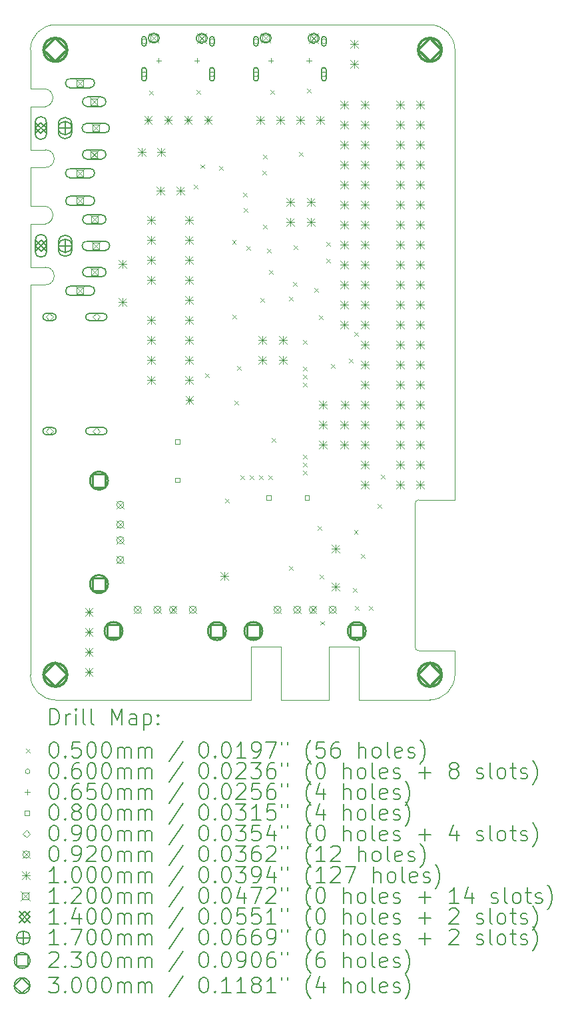
<source format=gbr>
%TF.GenerationSoftware,KiCad,Pcbnew,6.0.11-2627ca5db0~126~ubuntu20.04.1*%
%TF.CreationDate,2024-04-17T12:51:05+05:00*%
%TF.ProjectId,16EJU24,3136454a-5532-4342-9e6b-696361645f70,rev?*%
%TF.SameCoordinates,Original*%
%TF.FileFunction,Drillmap*%
%TF.FilePolarity,Positive*%
%FSLAX45Y45*%
G04 Gerber Fmt 4.5, Leading zero omitted, Abs format (unit mm)*
G04 Created by KiCad (PCBNEW 6.0.11-2627ca5db0~126~ubuntu20.04.1) date 2024-04-17 12:51:05*
%MOMM*%
%LPD*%
G01*
G04 APERTURE LIST*
%ADD10C,0.100000*%
%ADD11C,0.050000*%
%ADD12C,0.200000*%
%ADD13C,0.060000*%
%ADD14C,0.065000*%
%ADD15C,0.080000*%
%ADD16C,0.090000*%
%ADD17C,0.092000*%
%ADD18C,0.120000*%
%ADD19C,0.140000*%
%ADD20C,0.170000*%
%ADD21C,0.230000*%
%ADD22C,0.300000*%
G04 APERTURE END LIST*
D10*
X2984500Y-5097780D02*
X2984500Y-4605020D01*
X2984500Y-4605020D02*
X3175000Y-4605020D01*
X3175000Y-5323840D02*
G75*
G03*
X3175000Y-5097780I-18940J113030D01*
G01*
D11*
X8064500Y-11366500D02*
X7162800Y-11366500D01*
X6781800Y-11366550D02*
X6172200Y-11366550D01*
D10*
X2984500Y-5872480D02*
X2984500Y-5323840D01*
X3175000Y-6096000D02*
G75*
G03*
X3175000Y-5872480I0J111760D01*
G01*
D11*
X6781800Y-10693400D02*
X6781800Y-11366550D01*
D10*
X2984500Y-3832860D02*
X3175000Y-3832860D01*
D11*
X6172200Y-10693400D02*
X5791200Y-10693400D01*
D10*
X3175000Y-5872480D02*
X2984500Y-5872480D01*
X3302000Y-2794000D02*
X8064500Y-2794000D01*
D11*
X5791200Y-10693400D02*
X5791200Y-11366500D01*
D10*
X3175000Y-5097780D02*
X2984500Y-5097780D01*
X3175000Y-4605020D02*
G75*
G03*
X3175000Y-4381500I0J111760D01*
G01*
X3175000Y-3832860D02*
G75*
G03*
X3175000Y-3606800I-18940J113030D01*
G01*
X2984500Y-11049000D02*
G75*
G03*
X3302000Y-11366500I317500J0D01*
G01*
X2984500Y-6096000D02*
X3175000Y-6096000D01*
X2984500Y-11049000D02*
X2984500Y-6096000D01*
D11*
X7162800Y-10693400D02*
X6781800Y-10693400D01*
D10*
X7924800Y-8826500D02*
G75*
G03*
X7874000Y-8877300I0J-50800D01*
G01*
X2984500Y-4381500D02*
X2984500Y-3832860D01*
D11*
X6172200Y-11366550D02*
X6172200Y-10693400D01*
D10*
X7874000Y-10693400D02*
G75*
G03*
X7924800Y-10744200I50800J0D01*
G01*
X8382000Y-10744200D02*
X7924800Y-10744200D01*
X7874000Y-10693400D02*
X7874000Y-8877300D01*
X5791200Y-11366500D02*
X3302000Y-11366500D01*
X2984500Y-5323840D02*
X3175000Y-5323840D01*
X3302000Y-2794000D02*
G75*
G03*
X2984500Y-3111500I0J-317500D01*
G01*
X8382000Y-3111500D02*
X8382000Y-8826500D01*
X3175000Y-4381500D02*
X2984500Y-4381500D01*
X3175000Y-3606800D02*
X2984500Y-3606800D01*
X8382000Y-10744200D02*
X8382000Y-11049000D01*
D11*
X7162800Y-11366500D02*
X7162800Y-10693400D01*
D10*
X8382000Y-3111500D02*
G75*
G03*
X8064500Y-2794000I-317500J0D01*
G01*
X7924800Y-8826500D02*
X8382000Y-8826500D01*
X2984500Y-3606800D02*
X2984500Y-3111500D01*
X8064500Y-11366500D02*
G75*
G03*
X8382000Y-11049000I0J317500D01*
G01*
D12*
D11*
X4496200Y-3632600D02*
X4546200Y-3682600D01*
X4546200Y-3632600D02*
X4496200Y-3682600D01*
X5061495Y-4825573D02*
X5111495Y-4875573D01*
X5111495Y-4825573D02*
X5061495Y-4875573D01*
X5098738Y-3623724D02*
X5148738Y-3673724D01*
X5148738Y-3623724D02*
X5098738Y-3673724D01*
X5143900Y-4566350D02*
X5193900Y-4616350D01*
X5193900Y-4566350D02*
X5143900Y-4616350D01*
X5202512Y-7223450D02*
X5252512Y-7273450D01*
X5252512Y-7223450D02*
X5202512Y-7273450D01*
X5385200Y-4585100D02*
X5435200Y-4635100D01*
X5435200Y-4585100D02*
X5385200Y-4635100D01*
X5461400Y-8814200D02*
X5511400Y-8864200D01*
X5511400Y-8814200D02*
X5461400Y-8864200D01*
X5549307Y-5525893D02*
X5599307Y-5575893D01*
X5599307Y-5525893D02*
X5549307Y-5575893D01*
X5550300Y-6477400D02*
X5600300Y-6527400D01*
X5600300Y-6477400D02*
X5550300Y-6527400D01*
X5575700Y-7570650D02*
X5625700Y-7620650D01*
X5625700Y-7570650D02*
X5575700Y-7620650D01*
X5613800Y-7125100D02*
X5663800Y-7175100D01*
X5663800Y-7125100D02*
X5613800Y-7175100D01*
X5653780Y-8512431D02*
X5703780Y-8562431D01*
X5703780Y-8512431D02*
X5653780Y-8562431D01*
X5690250Y-4928000D02*
X5740250Y-4978000D01*
X5740250Y-4928000D02*
X5690250Y-4978000D01*
X5695565Y-5120210D02*
X5745565Y-5170210D01*
X5745565Y-5120210D02*
X5695565Y-5170210D01*
X5728100Y-5601100D02*
X5778100Y-5651100D01*
X5778100Y-5601100D02*
X5728100Y-5651100D01*
X5773289Y-8512431D02*
X5823289Y-8562431D01*
X5823289Y-8512431D02*
X5773289Y-8562431D01*
X5893238Y-8512431D02*
X5943238Y-8562431D01*
X5943238Y-8512431D02*
X5893238Y-8562431D01*
X5905900Y-6261500D02*
X5955900Y-6311500D01*
X5955900Y-6261500D02*
X5905900Y-6311500D01*
X5931300Y-4648600D02*
X5981300Y-4698600D01*
X5981300Y-4648600D02*
X5931300Y-4698600D01*
X5944000Y-5334400D02*
X5994000Y-5384400D01*
X5994000Y-5334400D02*
X5944000Y-5384400D01*
X5944000Y-4443800D02*
X5994000Y-4493800D01*
X5994000Y-4443800D02*
X5944000Y-4493800D01*
X5992650Y-5639200D02*
X6042650Y-5689200D01*
X6042650Y-5639200D02*
X5992650Y-5689200D01*
X6013307Y-8512431D02*
X6063307Y-8562431D01*
X6063307Y-8512431D02*
X6013307Y-8562431D01*
X6020200Y-5905900D02*
X6070200Y-5955900D01*
X6070200Y-5905900D02*
X6020200Y-5955900D01*
X6037827Y-3622840D02*
X6087827Y-3672840D01*
X6087827Y-3622840D02*
X6037827Y-3672840D01*
X6050428Y-8038490D02*
X6100428Y-8088490D01*
X6100428Y-8038490D02*
X6050428Y-8088490D01*
X6273574Y-9665100D02*
X6323574Y-9715100D01*
X6323574Y-9665100D02*
X6273574Y-9715100D01*
X6274200Y-6248800D02*
X6324200Y-6298800D01*
X6324200Y-6248800D02*
X6274200Y-6298800D01*
X6321152Y-6061982D02*
X6371152Y-6111982D01*
X6371152Y-6061982D02*
X6321152Y-6111982D01*
X6328850Y-5596140D02*
X6378850Y-5646140D01*
X6378850Y-5596140D02*
X6328850Y-5646140D01*
X6401200Y-4407300D02*
X6451200Y-4457300D01*
X6451200Y-4407300D02*
X6401200Y-4457300D01*
X6452000Y-6794900D02*
X6502000Y-6844900D01*
X6502000Y-6794900D02*
X6452000Y-6844900D01*
X6452000Y-7137800D02*
X6502000Y-7187800D01*
X6502000Y-7137800D02*
X6452000Y-7187800D01*
X6452000Y-7239400D02*
X6502000Y-7289400D01*
X6502000Y-7239400D02*
X6452000Y-7289400D01*
X6452000Y-7341000D02*
X6502000Y-7391000D01*
X6502000Y-7341000D02*
X6452000Y-7391000D01*
X6452000Y-8255400D02*
X6502000Y-8305400D01*
X6502000Y-8255400D02*
X6452000Y-8305400D01*
X6452000Y-8357000D02*
X6502000Y-8407000D01*
X6502000Y-8357000D02*
X6452000Y-8407000D01*
X6452000Y-8458600D02*
X6502000Y-8508600D01*
X6502000Y-8458600D02*
X6452000Y-8508600D01*
X6500843Y-3608480D02*
X6550843Y-3658480D01*
X6550843Y-3608480D02*
X6500843Y-3658480D01*
X6591700Y-6134500D02*
X6641700Y-6184500D01*
X6641700Y-6134500D02*
X6591700Y-6184500D01*
X6636950Y-9157100D02*
X6686950Y-9207100D01*
X6686950Y-9157100D02*
X6636950Y-9207100D01*
X6652664Y-6484979D02*
X6702664Y-6534979D01*
X6702664Y-6484979D02*
X6652664Y-6534979D01*
X6663430Y-9774931D02*
X6713430Y-9824931D01*
X6713430Y-9774931D02*
X6663430Y-9824931D01*
X6670336Y-10366037D02*
X6720336Y-10416037D01*
X6720336Y-10366037D02*
X6670336Y-10416037D01*
X6744100Y-5550300D02*
X6794100Y-5600300D01*
X6794100Y-5550300D02*
X6744100Y-5600300D01*
X6744100Y-5763350D02*
X6794100Y-5813350D01*
X6794100Y-5763350D02*
X6744100Y-5813350D01*
X6807600Y-7099700D02*
X6857600Y-7149700D01*
X6857600Y-7099700D02*
X6807600Y-7149700D01*
X7036200Y-7036200D02*
X7086200Y-7086200D01*
X7086200Y-7036200D02*
X7036200Y-7086200D01*
X7086388Y-9950834D02*
X7136388Y-10000834D01*
X7136388Y-9950834D02*
X7086388Y-10000834D01*
X7098650Y-9207900D02*
X7148650Y-9257900D01*
X7148650Y-9207900D02*
X7098650Y-9257900D01*
X7099700Y-6693300D02*
X7149700Y-6743300D01*
X7149700Y-6693300D02*
X7099700Y-6743300D01*
X7111340Y-10172040D02*
X7161340Y-10222040D01*
X7161340Y-10172040D02*
X7111340Y-10222040D01*
X7188600Y-9512700D02*
X7238600Y-9562700D01*
X7238600Y-9512700D02*
X7188600Y-9562700D01*
X7291260Y-10172040D02*
X7341260Y-10222040D01*
X7341260Y-10172040D02*
X7291260Y-10222040D01*
X7402350Y-8877700D02*
X7452350Y-8927700D01*
X7452350Y-8877700D02*
X7402350Y-8927700D01*
X7442600Y-8509400D02*
X7492600Y-8559400D01*
X7492600Y-8509400D02*
X7442600Y-8559400D01*
D13*
X4459064Y-3003451D02*
G75*
G03*
X4459064Y-3003451I-30000J0D01*
G01*
D12*
X4459064Y-3033451D02*
X4459064Y-2973451D01*
X4399064Y-3033451D02*
X4399064Y-2973451D01*
X4459064Y-2973451D02*
G75*
G03*
X4399064Y-2973451I-30000J0D01*
G01*
X4399064Y-3033451D02*
G75*
G03*
X4459064Y-3033451I30000J0D01*
G01*
D13*
X4459064Y-3421451D02*
G75*
G03*
X4459064Y-3421451I-30000J0D01*
G01*
D12*
X4459064Y-3476451D02*
X4459064Y-3366451D01*
X4399064Y-3476451D02*
X4399064Y-3366451D01*
X4459064Y-3366451D02*
G75*
G03*
X4399064Y-3366451I-30000J0D01*
G01*
X4399064Y-3476451D02*
G75*
G03*
X4459064Y-3476451I30000J0D01*
G01*
D13*
X5323064Y-3003451D02*
G75*
G03*
X5323064Y-3003451I-30000J0D01*
G01*
D12*
X5323064Y-3033451D02*
X5323064Y-2973451D01*
X5263064Y-3033451D02*
X5263064Y-2973451D01*
X5323064Y-2973451D02*
G75*
G03*
X5263064Y-2973451I-30000J0D01*
G01*
X5263064Y-3033451D02*
G75*
G03*
X5323064Y-3033451I30000J0D01*
G01*
D13*
X5323064Y-3421451D02*
G75*
G03*
X5323064Y-3421451I-30000J0D01*
G01*
D12*
X5323064Y-3476451D02*
X5323064Y-3366451D01*
X5263064Y-3476451D02*
X5263064Y-3366451D01*
X5323064Y-3366451D02*
G75*
G03*
X5263064Y-3366451I-30000J0D01*
G01*
X5263064Y-3476451D02*
G75*
G03*
X5323064Y-3476451I30000J0D01*
G01*
D13*
X5881960Y-3003200D02*
G75*
G03*
X5881960Y-3003200I-30000J0D01*
G01*
D12*
X5881960Y-3033200D02*
X5881960Y-2973200D01*
X5821960Y-3033200D02*
X5821960Y-2973200D01*
X5881960Y-2973200D02*
G75*
G03*
X5821960Y-2973200I-30000J0D01*
G01*
X5821960Y-3033200D02*
G75*
G03*
X5881960Y-3033200I30000J0D01*
G01*
D13*
X5881960Y-3421200D02*
G75*
G03*
X5881960Y-3421200I-30000J0D01*
G01*
D12*
X5881960Y-3476200D02*
X5881960Y-3366200D01*
X5821960Y-3476200D02*
X5821960Y-3366200D01*
X5881960Y-3366200D02*
G75*
G03*
X5821960Y-3366200I-30000J0D01*
G01*
X5821960Y-3476200D02*
G75*
G03*
X5881960Y-3476200I30000J0D01*
G01*
D13*
X6745960Y-3003200D02*
G75*
G03*
X6745960Y-3003200I-30000J0D01*
G01*
D12*
X6745960Y-3033200D02*
X6745960Y-2973200D01*
X6685960Y-3033200D02*
X6685960Y-2973200D01*
X6745960Y-2973200D02*
G75*
G03*
X6685960Y-2973200I-30000J0D01*
G01*
X6685960Y-3033200D02*
G75*
G03*
X6745960Y-3033200I30000J0D01*
G01*
D13*
X6745960Y-3421200D02*
G75*
G03*
X6745960Y-3421200I-30000J0D01*
G01*
D12*
X6745960Y-3476200D02*
X6745960Y-3366200D01*
X6685960Y-3476200D02*
X6685960Y-3366200D01*
X6745960Y-3366200D02*
G75*
G03*
X6685960Y-3366200I-30000J0D01*
G01*
X6685960Y-3476200D02*
G75*
G03*
X6745960Y-3476200I30000J0D01*
G01*
D14*
X4617224Y-3213871D02*
X4617224Y-3278871D01*
X4584724Y-3246371D02*
X4649724Y-3246371D01*
X5101224Y-3213871D02*
X5101224Y-3278871D01*
X5068724Y-3246371D02*
X5133724Y-3246371D01*
X6040120Y-3213620D02*
X6040120Y-3278620D01*
X6007620Y-3246120D02*
X6072620Y-3246120D01*
X6524120Y-3213620D02*
X6524120Y-3278620D01*
X6491620Y-3246120D02*
X6556620Y-3246120D01*
D15*
X4884765Y-8116484D02*
X4884765Y-8059915D01*
X4828196Y-8059915D01*
X4828196Y-8116484D01*
X4884765Y-8116484D01*
X4884765Y-8604485D02*
X4884765Y-8547916D01*
X4828196Y-8547916D01*
X4828196Y-8604485D01*
X4884765Y-8604485D01*
X6042684Y-8829385D02*
X6042684Y-8772816D01*
X5986115Y-8772816D01*
X5986115Y-8829385D01*
X6042684Y-8829385D01*
X6530684Y-8829385D02*
X6530684Y-8772816D01*
X6474115Y-8772816D01*
X6474115Y-8829385D01*
X6530684Y-8829385D01*
D16*
X3226700Y-6548840D02*
X3271700Y-6503840D01*
X3226700Y-6458840D01*
X3181700Y-6503840D01*
X3226700Y-6548840D01*
D12*
X3266700Y-6458840D02*
X3186700Y-6458840D01*
X3266700Y-6548840D02*
X3186700Y-6548840D01*
X3186700Y-6458840D02*
G75*
G03*
X3186700Y-6548840I0J-45000D01*
G01*
X3266700Y-6548840D02*
G75*
G03*
X3266700Y-6458840I0J45000D01*
G01*
D16*
X3226700Y-7998840D02*
X3271700Y-7953840D01*
X3226700Y-7908840D01*
X3181700Y-7953840D01*
X3226700Y-7998840D01*
D12*
X3266700Y-7908840D02*
X3186700Y-7908840D01*
X3266700Y-7998840D02*
X3186700Y-7998840D01*
X3186700Y-7908840D02*
G75*
G03*
X3186700Y-7998840I0J-45000D01*
G01*
X3266700Y-7998840D02*
G75*
G03*
X3266700Y-7908840I0J45000D01*
G01*
D16*
X3822700Y-6548840D02*
X3867700Y-6503840D01*
X3822700Y-6458840D01*
X3777700Y-6503840D01*
X3822700Y-6548840D01*
D12*
X3912700Y-6458840D02*
X3732700Y-6458840D01*
X3912700Y-6548840D02*
X3732700Y-6548840D01*
X3732700Y-6458840D02*
G75*
G03*
X3732700Y-6548840I0J-45000D01*
G01*
X3912700Y-6548840D02*
G75*
G03*
X3912700Y-6458840I0J45000D01*
G01*
D16*
X3822700Y-7998840D02*
X3867700Y-7953840D01*
X3822700Y-7908840D01*
X3777700Y-7953840D01*
X3822700Y-7998840D01*
D12*
X3912700Y-7908840D02*
X3732700Y-7908840D01*
X3912700Y-7998840D02*
X3732700Y-7998840D01*
X3732700Y-7908840D02*
G75*
G03*
X3732700Y-7998840I0J-45000D01*
G01*
X3912700Y-7998840D02*
G75*
G03*
X3912700Y-7908840I0J45000D01*
G01*
D17*
X4081500Y-8844000D02*
X4173500Y-8936000D01*
X4173500Y-8844000D02*
X4081500Y-8936000D01*
X4173500Y-8890000D02*
G75*
G03*
X4173500Y-8890000I-46000J0D01*
G01*
X4081500Y-9094000D02*
X4173500Y-9186000D01*
X4173500Y-9094000D02*
X4081500Y-9186000D01*
X4173500Y-9140000D02*
G75*
G03*
X4173500Y-9140000I-46000J0D01*
G01*
X4081500Y-9294000D02*
X4173500Y-9386000D01*
X4173500Y-9294000D02*
X4081500Y-9386000D01*
X4173500Y-9340000D02*
G75*
G03*
X4173500Y-9340000I-46000J0D01*
G01*
X4081500Y-9544000D02*
X4173500Y-9636000D01*
X4173500Y-9544000D02*
X4081500Y-9636000D01*
X4173500Y-9590000D02*
G75*
G03*
X4173500Y-9590000I-46000J0D01*
G01*
X4303000Y-10176250D02*
X4395000Y-10268250D01*
X4395000Y-10176250D02*
X4303000Y-10268250D01*
X4395000Y-10222250D02*
G75*
G03*
X4395000Y-10222250I-46000J0D01*
G01*
X4553000Y-10176250D02*
X4645000Y-10268250D01*
X4645000Y-10176250D02*
X4553000Y-10268250D01*
X4645000Y-10222250D02*
G75*
G03*
X4645000Y-10222250I-46000J0D01*
G01*
X4753000Y-10176250D02*
X4845000Y-10268250D01*
X4845000Y-10176250D02*
X4753000Y-10268250D01*
X4845000Y-10222250D02*
G75*
G03*
X4845000Y-10222250I-46000J0D01*
G01*
X5003000Y-10176250D02*
X5095000Y-10268250D01*
X5095000Y-10176250D02*
X5003000Y-10268250D01*
X5095000Y-10222250D02*
G75*
G03*
X5095000Y-10222250I-46000J0D01*
G01*
X6081000Y-10176250D02*
X6173000Y-10268250D01*
X6173000Y-10176250D02*
X6081000Y-10268250D01*
X6173000Y-10222250D02*
G75*
G03*
X6173000Y-10222250I-46000J0D01*
G01*
X6331000Y-10176250D02*
X6423000Y-10268250D01*
X6423000Y-10176250D02*
X6331000Y-10268250D01*
X6423000Y-10222250D02*
G75*
G03*
X6423000Y-10222250I-46000J0D01*
G01*
X6531000Y-10176250D02*
X6623000Y-10268250D01*
X6623000Y-10176250D02*
X6531000Y-10268250D01*
X6623000Y-10222250D02*
G75*
G03*
X6623000Y-10222250I-46000J0D01*
G01*
X6781000Y-10176250D02*
X6873000Y-10268250D01*
X6873000Y-10176250D02*
X6781000Y-10268250D01*
X6873000Y-10222250D02*
G75*
G03*
X6873000Y-10222250I-46000J0D01*
G01*
D10*
X3678448Y-10200826D02*
X3778448Y-10300826D01*
X3778448Y-10200826D02*
X3678448Y-10300826D01*
X3728448Y-10200826D02*
X3728448Y-10300826D01*
X3678448Y-10250826D02*
X3778448Y-10250826D01*
X3678448Y-10454826D02*
X3778448Y-10554826D01*
X3778448Y-10454826D02*
X3678448Y-10554826D01*
X3728448Y-10454826D02*
X3728448Y-10554826D01*
X3678448Y-10504826D02*
X3778448Y-10504826D01*
X3678448Y-10708826D02*
X3778448Y-10808826D01*
X3778448Y-10708826D02*
X3678448Y-10808826D01*
X3728448Y-10708826D02*
X3728448Y-10808826D01*
X3678448Y-10758826D02*
X3778448Y-10758826D01*
X3678448Y-10962826D02*
X3778448Y-11062826D01*
X3778448Y-10962826D02*
X3678448Y-11062826D01*
X3728448Y-10962826D02*
X3728448Y-11062826D01*
X3678448Y-11012826D02*
X3778448Y-11012826D01*
X4102900Y-5779300D02*
X4202900Y-5879300D01*
X4202900Y-5779300D02*
X4102900Y-5879300D01*
X4152900Y-5779300D02*
X4152900Y-5879300D01*
X4102900Y-5829300D02*
X4202900Y-5829300D01*
X4102900Y-6261900D02*
X4202900Y-6361900D01*
X4202900Y-6261900D02*
X4102900Y-6361900D01*
X4152900Y-6261900D02*
X4152900Y-6361900D01*
X4102900Y-6311900D02*
X4202900Y-6311900D01*
X4348200Y-4356900D02*
X4448200Y-4456900D01*
X4448200Y-4356900D02*
X4348200Y-4456900D01*
X4398200Y-4356900D02*
X4398200Y-4456900D01*
X4348200Y-4406900D02*
X4448200Y-4406900D01*
X4431064Y-3950500D02*
X4531064Y-4050500D01*
X4531064Y-3950500D02*
X4431064Y-4050500D01*
X4481064Y-3950500D02*
X4481064Y-4050500D01*
X4431064Y-4000500D02*
X4531064Y-4000500D01*
X4471200Y-5220500D02*
X4571200Y-5320500D01*
X4571200Y-5220500D02*
X4471200Y-5320500D01*
X4521200Y-5220500D02*
X4521200Y-5320500D01*
X4471200Y-5270500D02*
X4571200Y-5270500D01*
X4471200Y-5474500D02*
X4571200Y-5574500D01*
X4571200Y-5474500D02*
X4471200Y-5574500D01*
X4521200Y-5474500D02*
X4521200Y-5574500D01*
X4471200Y-5524500D02*
X4571200Y-5524500D01*
X4471200Y-5728500D02*
X4571200Y-5828500D01*
X4571200Y-5728500D02*
X4471200Y-5828500D01*
X4521200Y-5728500D02*
X4521200Y-5828500D01*
X4471200Y-5778500D02*
X4571200Y-5778500D01*
X4471200Y-5982500D02*
X4571200Y-6082500D01*
X4571200Y-5982500D02*
X4471200Y-6082500D01*
X4521200Y-5982500D02*
X4521200Y-6082500D01*
X4471200Y-6032500D02*
X4571200Y-6032500D01*
X4471200Y-6490500D02*
X4571200Y-6590500D01*
X4571200Y-6490500D02*
X4471200Y-6590500D01*
X4521200Y-6490500D02*
X4521200Y-6590500D01*
X4471200Y-6540500D02*
X4571200Y-6540500D01*
X4471200Y-6744500D02*
X4571200Y-6844500D01*
X4571200Y-6744500D02*
X4471200Y-6844500D01*
X4521200Y-6744500D02*
X4521200Y-6844500D01*
X4471200Y-6794500D02*
X4571200Y-6794500D01*
X4471200Y-6998500D02*
X4571200Y-7098500D01*
X4571200Y-6998500D02*
X4471200Y-7098500D01*
X4521200Y-6998500D02*
X4521200Y-7098500D01*
X4471200Y-7048500D02*
X4571200Y-7048500D01*
X4471200Y-7252500D02*
X4571200Y-7352500D01*
X4571200Y-7252500D02*
X4471200Y-7352500D01*
X4521200Y-7252500D02*
X4521200Y-7352500D01*
X4471200Y-7302500D02*
X4571200Y-7302500D01*
X4589500Y-4852200D02*
X4689500Y-4952200D01*
X4689500Y-4852200D02*
X4589500Y-4952200D01*
X4639500Y-4852200D02*
X4639500Y-4952200D01*
X4589500Y-4902200D02*
X4689500Y-4902200D01*
X4598200Y-4356900D02*
X4698200Y-4456900D01*
X4698200Y-4356900D02*
X4598200Y-4456900D01*
X4648200Y-4356900D02*
X4648200Y-4456900D01*
X4598200Y-4406900D02*
X4698200Y-4406900D01*
X4685064Y-3950500D02*
X4785064Y-4050500D01*
X4785064Y-3950500D02*
X4685064Y-4050500D01*
X4735064Y-3950500D02*
X4735064Y-4050500D01*
X4685064Y-4000500D02*
X4785064Y-4000500D01*
X4839500Y-4852200D02*
X4939500Y-4952200D01*
X4939500Y-4852200D02*
X4839500Y-4952200D01*
X4889500Y-4852200D02*
X4889500Y-4952200D01*
X4839500Y-4902200D02*
X4939500Y-4902200D01*
X4939064Y-3950500D02*
X5039064Y-4050500D01*
X5039064Y-3950500D02*
X4939064Y-4050500D01*
X4989064Y-3950500D02*
X4989064Y-4050500D01*
X4939064Y-4000500D02*
X5039064Y-4000500D01*
X4953800Y-5220500D02*
X5053800Y-5320500D01*
X5053800Y-5220500D02*
X4953800Y-5320500D01*
X5003800Y-5220500D02*
X5003800Y-5320500D01*
X4953800Y-5270500D02*
X5053800Y-5270500D01*
X4953800Y-5474500D02*
X5053800Y-5574500D01*
X5053800Y-5474500D02*
X4953800Y-5574500D01*
X5003800Y-5474500D02*
X5003800Y-5574500D01*
X4953800Y-5524500D02*
X5053800Y-5524500D01*
X4953800Y-5728500D02*
X5053800Y-5828500D01*
X5053800Y-5728500D02*
X4953800Y-5828500D01*
X5003800Y-5728500D02*
X5003800Y-5828500D01*
X4953800Y-5778500D02*
X5053800Y-5778500D01*
X4953800Y-5982500D02*
X5053800Y-6082500D01*
X5053800Y-5982500D02*
X4953800Y-6082500D01*
X5003800Y-5982500D02*
X5003800Y-6082500D01*
X4953800Y-6032500D02*
X5053800Y-6032500D01*
X4953800Y-6490500D02*
X5053800Y-6590500D01*
X5053800Y-6490500D02*
X4953800Y-6590500D01*
X5003800Y-6490500D02*
X5003800Y-6590500D01*
X4953800Y-6540500D02*
X5053800Y-6540500D01*
X4953800Y-6744500D02*
X5053800Y-6844500D01*
X5053800Y-6744500D02*
X4953800Y-6844500D01*
X5003800Y-6744500D02*
X5003800Y-6844500D01*
X4953800Y-6794500D02*
X5053800Y-6794500D01*
X4953800Y-6998500D02*
X5053800Y-7098500D01*
X5053800Y-6998500D02*
X4953800Y-7098500D01*
X5003800Y-6998500D02*
X5003800Y-7098500D01*
X4953800Y-7048500D02*
X5053800Y-7048500D01*
X4953800Y-7252500D02*
X5053800Y-7352500D01*
X5053800Y-7252500D02*
X4953800Y-7352500D01*
X5003800Y-7252500D02*
X5003800Y-7352500D01*
X4953800Y-7302500D02*
X5053800Y-7302500D01*
X4954641Y-6238872D02*
X5054641Y-6338872D01*
X5054641Y-6238872D02*
X4954641Y-6338872D01*
X5004641Y-6238872D02*
X5004641Y-6338872D01*
X4954641Y-6288872D02*
X5054641Y-6288872D01*
X4956664Y-7506934D02*
X5056664Y-7606934D01*
X5056664Y-7506934D02*
X4956664Y-7606934D01*
X5006664Y-7506934D02*
X5006664Y-7606934D01*
X4956664Y-7556934D02*
X5056664Y-7556934D01*
X5193064Y-3950500D02*
X5293064Y-4050500D01*
X5293064Y-3950500D02*
X5193064Y-4050500D01*
X5243064Y-3950500D02*
X5243064Y-4050500D01*
X5193064Y-4000500D02*
X5293064Y-4000500D01*
X5398300Y-9741700D02*
X5498300Y-9841700D01*
X5498300Y-9741700D02*
X5398300Y-9841700D01*
X5448300Y-9741700D02*
X5448300Y-9841700D01*
X5398300Y-9791700D02*
X5498300Y-9791700D01*
X5856500Y-3950500D02*
X5956500Y-4050500D01*
X5956500Y-3950500D02*
X5856500Y-4050500D01*
X5906500Y-3950500D02*
X5906500Y-4050500D01*
X5856500Y-4000500D02*
X5956500Y-4000500D01*
X5880900Y-6744500D02*
X5980900Y-6844500D01*
X5980900Y-6744500D02*
X5880900Y-6844500D01*
X5930900Y-6744500D02*
X5930900Y-6844500D01*
X5880900Y-6794500D02*
X5980900Y-6794500D01*
X5880900Y-6998500D02*
X5980900Y-7098500D01*
X5980900Y-6998500D02*
X5880900Y-7098500D01*
X5930900Y-6998500D02*
X5930900Y-7098500D01*
X5880900Y-7048500D02*
X5980900Y-7048500D01*
X6110500Y-3950500D02*
X6210500Y-4050500D01*
X6210500Y-3950500D02*
X6110500Y-4050500D01*
X6160500Y-3950500D02*
X6160500Y-4050500D01*
X6110500Y-4000500D02*
X6210500Y-4000500D01*
X6147600Y-6744500D02*
X6247600Y-6844500D01*
X6247600Y-6744500D02*
X6147600Y-6844500D01*
X6197600Y-6744500D02*
X6197600Y-6844500D01*
X6147600Y-6794500D02*
X6247600Y-6794500D01*
X6147600Y-6998500D02*
X6247600Y-7098500D01*
X6247600Y-6998500D02*
X6147600Y-7098500D01*
X6197600Y-6998500D02*
X6197600Y-7098500D01*
X6147600Y-7048500D02*
X6247600Y-7048500D01*
X6236500Y-4991900D02*
X6336500Y-5091900D01*
X6336500Y-4991900D02*
X6236500Y-5091900D01*
X6286500Y-4991900D02*
X6286500Y-5091900D01*
X6236500Y-5041900D02*
X6336500Y-5041900D01*
X6236500Y-5245900D02*
X6336500Y-5345900D01*
X6336500Y-5245900D02*
X6236500Y-5345900D01*
X6286500Y-5245900D02*
X6286500Y-5345900D01*
X6236500Y-5295900D02*
X6336500Y-5295900D01*
X6364500Y-3950500D02*
X6464500Y-4050500D01*
X6464500Y-3950500D02*
X6364500Y-4050500D01*
X6414500Y-3950500D02*
X6414500Y-4050500D01*
X6364500Y-4000500D02*
X6464500Y-4000500D01*
X6503200Y-4991900D02*
X6603200Y-5091900D01*
X6603200Y-4991900D02*
X6503200Y-5091900D01*
X6553200Y-4991900D02*
X6553200Y-5091900D01*
X6503200Y-5041900D02*
X6603200Y-5041900D01*
X6503200Y-5245900D02*
X6603200Y-5345900D01*
X6603200Y-5245900D02*
X6503200Y-5345900D01*
X6553200Y-5245900D02*
X6553200Y-5345900D01*
X6503200Y-5295900D02*
X6603200Y-5295900D01*
X6618500Y-3950500D02*
X6718500Y-4050500D01*
X6718500Y-3950500D02*
X6618500Y-4050500D01*
X6668500Y-3950500D02*
X6668500Y-4050500D01*
X6618500Y-4000500D02*
X6718500Y-4000500D01*
X6655600Y-7570000D02*
X6755600Y-7670000D01*
X6755600Y-7570000D02*
X6655600Y-7670000D01*
X6705600Y-7570000D02*
X6705600Y-7670000D01*
X6655600Y-7620000D02*
X6755600Y-7620000D01*
X6655600Y-7824000D02*
X6755600Y-7924000D01*
X6755600Y-7824000D02*
X6655600Y-7924000D01*
X6705600Y-7824000D02*
X6705600Y-7924000D01*
X6655600Y-7874000D02*
X6755600Y-7874000D01*
X6655600Y-8078000D02*
X6755600Y-8178000D01*
X6755600Y-8078000D02*
X6655600Y-8178000D01*
X6705600Y-8078000D02*
X6705600Y-8178000D01*
X6655600Y-8128000D02*
X6755600Y-8128000D01*
X6816438Y-9395476D02*
X6916438Y-9495476D01*
X6916438Y-9395476D02*
X6816438Y-9495476D01*
X6866438Y-9395476D02*
X6866438Y-9495476D01*
X6816438Y-9445476D02*
X6916438Y-9445476D01*
X6816438Y-9878076D02*
X6916438Y-9978076D01*
X6916438Y-9878076D02*
X6816438Y-9978076D01*
X6866438Y-9878076D02*
X6866438Y-9978076D01*
X6816438Y-9928076D02*
X6916438Y-9928076D01*
X6922300Y-3760000D02*
X7022300Y-3860000D01*
X7022300Y-3760000D02*
X6922300Y-3860000D01*
X6972300Y-3760000D02*
X6972300Y-3860000D01*
X6922300Y-3810000D02*
X7022300Y-3810000D01*
X6922300Y-4014000D02*
X7022300Y-4114000D01*
X7022300Y-4014000D02*
X6922300Y-4114000D01*
X6972300Y-4014000D02*
X6972300Y-4114000D01*
X6922300Y-4064000D02*
X7022300Y-4064000D01*
X6922300Y-4268000D02*
X7022300Y-4368000D01*
X7022300Y-4268000D02*
X6922300Y-4368000D01*
X6972300Y-4268000D02*
X6972300Y-4368000D01*
X6922300Y-4318000D02*
X7022300Y-4318000D01*
X6922300Y-4522000D02*
X7022300Y-4622000D01*
X7022300Y-4522000D02*
X6922300Y-4622000D01*
X6972300Y-4522000D02*
X6972300Y-4622000D01*
X6922300Y-4572000D02*
X7022300Y-4572000D01*
X6922300Y-4776000D02*
X7022300Y-4876000D01*
X7022300Y-4776000D02*
X6922300Y-4876000D01*
X6972300Y-4776000D02*
X6972300Y-4876000D01*
X6922300Y-4826000D02*
X7022300Y-4826000D01*
X6922300Y-5030000D02*
X7022300Y-5130000D01*
X7022300Y-5030000D02*
X6922300Y-5130000D01*
X6972300Y-5030000D02*
X6972300Y-5130000D01*
X6922300Y-5080000D02*
X7022300Y-5080000D01*
X6922300Y-5284000D02*
X7022300Y-5384000D01*
X7022300Y-5284000D02*
X6922300Y-5384000D01*
X6972300Y-5284000D02*
X6972300Y-5384000D01*
X6922300Y-5334000D02*
X7022300Y-5334000D01*
X6922300Y-5538000D02*
X7022300Y-5638000D01*
X7022300Y-5538000D02*
X6922300Y-5638000D01*
X6972300Y-5538000D02*
X6972300Y-5638000D01*
X6922300Y-5588000D02*
X7022300Y-5588000D01*
X6922300Y-5792000D02*
X7022300Y-5892000D01*
X7022300Y-5792000D02*
X6922300Y-5892000D01*
X6972300Y-5792000D02*
X6972300Y-5892000D01*
X6922300Y-5842000D02*
X7022300Y-5842000D01*
X6922300Y-6046000D02*
X7022300Y-6146000D01*
X7022300Y-6046000D02*
X6922300Y-6146000D01*
X6972300Y-6046000D02*
X6972300Y-6146000D01*
X6922300Y-6096000D02*
X7022300Y-6096000D01*
X6922300Y-6300000D02*
X7022300Y-6400000D01*
X7022300Y-6300000D02*
X6922300Y-6400000D01*
X6972300Y-6300000D02*
X6972300Y-6400000D01*
X6922300Y-6350000D02*
X7022300Y-6350000D01*
X6922300Y-6554000D02*
X7022300Y-6654000D01*
X7022300Y-6554000D02*
X6922300Y-6654000D01*
X6972300Y-6554000D02*
X6972300Y-6654000D01*
X6922300Y-6604000D02*
X7022300Y-6604000D01*
X6922300Y-7824000D02*
X7022300Y-7924000D01*
X7022300Y-7824000D02*
X6922300Y-7924000D01*
X6972300Y-7824000D02*
X6972300Y-7924000D01*
X6922300Y-7874000D02*
X7022300Y-7874000D01*
X6922300Y-8078000D02*
X7022300Y-8178000D01*
X7022300Y-8078000D02*
X6922300Y-8178000D01*
X6972300Y-8078000D02*
X6972300Y-8178000D01*
X6922300Y-8128000D02*
X7022300Y-8128000D01*
X6930600Y-7570000D02*
X7030600Y-7670000D01*
X7030600Y-7570000D02*
X6930600Y-7670000D01*
X6980600Y-7570000D02*
X6980600Y-7670000D01*
X6930600Y-7620000D02*
X7030600Y-7620000D01*
X7049300Y-2991023D02*
X7149300Y-3091023D01*
X7149300Y-2991023D02*
X7049300Y-3091023D01*
X7099300Y-2991023D02*
X7099300Y-3091023D01*
X7049300Y-3041023D02*
X7149300Y-3041023D01*
X7049300Y-3241023D02*
X7149300Y-3341023D01*
X7149300Y-3241023D02*
X7049300Y-3341023D01*
X7099300Y-3241023D02*
X7099300Y-3341023D01*
X7049300Y-3291023D02*
X7149300Y-3291023D01*
X7189000Y-3760000D02*
X7289000Y-3860000D01*
X7289000Y-3760000D02*
X7189000Y-3860000D01*
X7239000Y-3760000D02*
X7239000Y-3860000D01*
X7189000Y-3810000D02*
X7289000Y-3810000D01*
X7189000Y-4014000D02*
X7289000Y-4114000D01*
X7289000Y-4014000D02*
X7189000Y-4114000D01*
X7239000Y-4014000D02*
X7239000Y-4114000D01*
X7189000Y-4064000D02*
X7289000Y-4064000D01*
X7189000Y-4268000D02*
X7289000Y-4368000D01*
X7289000Y-4268000D02*
X7189000Y-4368000D01*
X7239000Y-4268000D02*
X7239000Y-4368000D01*
X7189000Y-4318000D02*
X7289000Y-4318000D01*
X7189000Y-4522000D02*
X7289000Y-4622000D01*
X7289000Y-4522000D02*
X7189000Y-4622000D01*
X7239000Y-4522000D02*
X7239000Y-4622000D01*
X7189000Y-4572000D02*
X7289000Y-4572000D01*
X7189000Y-4776000D02*
X7289000Y-4876000D01*
X7289000Y-4776000D02*
X7189000Y-4876000D01*
X7239000Y-4776000D02*
X7239000Y-4876000D01*
X7189000Y-4826000D02*
X7289000Y-4826000D01*
X7189000Y-5030000D02*
X7289000Y-5130000D01*
X7289000Y-5030000D02*
X7189000Y-5130000D01*
X7239000Y-5030000D02*
X7239000Y-5130000D01*
X7189000Y-5080000D02*
X7289000Y-5080000D01*
X7189000Y-5284000D02*
X7289000Y-5384000D01*
X7289000Y-5284000D02*
X7189000Y-5384000D01*
X7239000Y-5284000D02*
X7239000Y-5384000D01*
X7189000Y-5334000D02*
X7289000Y-5334000D01*
X7189000Y-5538000D02*
X7289000Y-5638000D01*
X7289000Y-5538000D02*
X7189000Y-5638000D01*
X7239000Y-5538000D02*
X7239000Y-5638000D01*
X7189000Y-5588000D02*
X7289000Y-5588000D01*
X7189000Y-5792000D02*
X7289000Y-5892000D01*
X7289000Y-5792000D02*
X7189000Y-5892000D01*
X7239000Y-5792000D02*
X7239000Y-5892000D01*
X7189000Y-5842000D02*
X7289000Y-5842000D01*
X7189000Y-6046000D02*
X7289000Y-6146000D01*
X7289000Y-6046000D02*
X7189000Y-6146000D01*
X7239000Y-6046000D02*
X7239000Y-6146000D01*
X7189000Y-6096000D02*
X7289000Y-6096000D01*
X7189000Y-6300000D02*
X7289000Y-6400000D01*
X7289000Y-6300000D02*
X7189000Y-6400000D01*
X7239000Y-6300000D02*
X7239000Y-6400000D01*
X7189000Y-6350000D02*
X7289000Y-6350000D01*
X7189000Y-6554000D02*
X7289000Y-6654000D01*
X7289000Y-6554000D02*
X7189000Y-6654000D01*
X7239000Y-6554000D02*
X7239000Y-6654000D01*
X7189000Y-6604000D02*
X7289000Y-6604000D01*
X7189000Y-6808000D02*
X7289000Y-6908000D01*
X7289000Y-6808000D02*
X7189000Y-6908000D01*
X7239000Y-6808000D02*
X7239000Y-6908000D01*
X7189000Y-6858000D02*
X7289000Y-6858000D01*
X7189000Y-7062000D02*
X7289000Y-7162000D01*
X7289000Y-7062000D02*
X7189000Y-7162000D01*
X7239000Y-7062000D02*
X7239000Y-7162000D01*
X7189000Y-7112000D02*
X7289000Y-7112000D01*
X7189000Y-7316000D02*
X7289000Y-7416000D01*
X7289000Y-7316000D02*
X7189000Y-7416000D01*
X7239000Y-7316000D02*
X7239000Y-7416000D01*
X7189000Y-7366000D02*
X7289000Y-7366000D01*
X7189000Y-7570000D02*
X7289000Y-7670000D01*
X7289000Y-7570000D02*
X7189000Y-7670000D01*
X7239000Y-7570000D02*
X7239000Y-7670000D01*
X7189000Y-7620000D02*
X7289000Y-7620000D01*
X7189000Y-7824000D02*
X7289000Y-7924000D01*
X7289000Y-7824000D02*
X7189000Y-7924000D01*
X7239000Y-7824000D02*
X7239000Y-7924000D01*
X7189000Y-7874000D02*
X7289000Y-7874000D01*
X7189000Y-8078000D02*
X7289000Y-8178000D01*
X7289000Y-8078000D02*
X7189000Y-8178000D01*
X7239000Y-8078000D02*
X7239000Y-8178000D01*
X7189000Y-8128000D02*
X7289000Y-8128000D01*
X7189000Y-8332000D02*
X7289000Y-8432000D01*
X7289000Y-8332000D02*
X7189000Y-8432000D01*
X7239000Y-8332000D02*
X7239000Y-8432000D01*
X7189000Y-8382000D02*
X7289000Y-8382000D01*
X7189000Y-8586000D02*
X7289000Y-8686000D01*
X7289000Y-8586000D02*
X7189000Y-8686000D01*
X7239000Y-8586000D02*
X7239000Y-8686000D01*
X7189000Y-8636000D02*
X7289000Y-8636000D01*
X7633500Y-3759500D02*
X7733500Y-3859500D01*
X7733500Y-3759500D02*
X7633500Y-3859500D01*
X7683500Y-3759500D02*
X7683500Y-3859500D01*
X7633500Y-3809500D02*
X7733500Y-3809500D01*
X7633500Y-4013500D02*
X7733500Y-4113500D01*
X7733500Y-4013500D02*
X7633500Y-4113500D01*
X7683500Y-4013500D02*
X7683500Y-4113500D01*
X7633500Y-4063500D02*
X7733500Y-4063500D01*
X7633500Y-4267500D02*
X7733500Y-4367500D01*
X7733500Y-4267500D02*
X7633500Y-4367500D01*
X7683500Y-4267500D02*
X7683500Y-4367500D01*
X7633500Y-4317500D02*
X7733500Y-4317500D01*
X7633500Y-4521500D02*
X7733500Y-4621500D01*
X7733500Y-4521500D02*
X7633500Y-4621500D01*
X7683500Y-4521500D02*
X7683500Y-4621500D01*
X7633500Y-4571500D02*
X7733500Y-4571500D01*
X7633500Y-4775500D02*
X7733500Y-4875500D01*
X7733500Y-4775500D02*
X7633500Y-4875500D01*
X7683500Y-4775500D02*
X7683500Y-4875500D01*
X7633500Y-4825500D02*
X7733500Y-4825500D01*
X7633500Y-5029500D02*
X7733500Y-5129500D01*
X7733500Y-5029500D02*
X7633500Y-5129500D01*
X7683500Y-5029500D02*
X7683500Y-5129500D01*
X7633500Y-5079500D02*
X7733500Y-5079500D01*
X7633500Y-5283500D02*
X7733500Y-5383500D01*
X7733500Y-5283500D02*
X7633500Y-5383500D01*
X7683500Y-5283500D02*
X7683500Y-5383500D01*
X7633500Y-5333500D02*
X7733500Y-5333500D01*
X7633500Y-5537500D02*
X7733500Y-5637500D01*
X7733500Y-5537500D02*
X7633500Y-5637500D01*
X7683500Y-5537500D02*
X7683500Y-5637500D01*
X7633500Y-5587500D02*
X7733500Y-5587500D01*
X7633500Y-5791500D02*
X7733500Y-5891500D01*
X7733500Y-5791500D02*
X7633500Y-5891500D01*
X7683500Y-5791500D02*
X7683500Y-5891500D01*
X7633500Y-5841500D02*
X7733500Y-5841500D01*
X7633500Y-6045500D02*
X7733500Y-6145500D01*
X7733500Y-6045500D02*
X7633500Y-6145500D01*
X7683500Y-6045500D02*
X7683500Y-6145500D01*
X7633500Y-6095500D02*
X7733500Y-6095500D01*
X7633500Y-6299500D02*
X7733500Y-6399500D01*
X7733500Y-6299500D02*
X7633500Y-6399500D01*
X7683500Y-6299500D02*
X7683500Y-6399500D01*
X7633500Y-6349500D02*
X7733500Y-6349500D01*
X7633500Y-6553500D02*
X7733500Y-6653500D01*
X7733500Y-6553500D02*
X7633500Y-6653500D01*
X7683500Y-6553500D02*
X7683500Y-6653500D01*
X7633500Y-6603500D02*
X7733500Y-6603500D01*
X7633500Y-6807500D02*
X7733500Y-6907500D01*
X7733500Y-6807500D02*
X7633500Y-6907500D01*
X7683500Y-6807500D02*
X7683500Y-6907500D01*
X7633500Y-6857500D02*
X7733500Y-6857500D01*
X7633500Y-7061500D02*
X7733500Y-7161500D01*
X7733500Y-7061500D02*
X7633500Y-7161500D01*
X7683500Y-7061500D02*
X7683500Y-7161500D01*
X7633500Y-7111500D02*
X7733500Y-7111500D01*
X7633500Y-7315500D02*
X7733500Y-7415500D01*
X7733500Y-7315500D02*
X7633500Y-7415500D01*
X7683500Y-7315500D02*
X7683500Y-7415500D01*
X7633500Y-7365500D02*
X7733500Y-7365500D01*
X7633500Y-7569500D02*
X7733500Y-7669500D01*
X7733500Y-7569500D02*
X7633500Y-7669500D01*
X7683500Y-7569500D02*
X7683500Y-7669500D01*
X7633500Y-7619500D02*
X7733500Y-7619500D01*
X7633500Y-7823500D02*
X7733500Y-7923500D01*
X7733500Y-7823500D02*
X7633500Y-7923500D01*
X7683500Y-7823500D02*
X7683500Y-7923500D01*
X7633500Y-7873500D02*
X7733500Y-7873500D01*
X7633500Y-8077500D02*
X7733500Y-8177500D01*
X7733500Y-8077500D02*
X7633500Y-8177500D01*
X7683500Y-8077500D02*
X7683500Y-8177500D01*
X7633500Y-8127500D02*
X7733500Y-8127500D01*
X7633500Y-8331500D02*
X7733500Y-8431500D01*
X7733500Y-8331500D02*
X7633500Y-8431500D01*
X7683500Y-8331500D02*
X7683500Y-8431500D01*
X7633500Y-8381500D02*
X7733500Y-8381500D01*
X7633500Y-8585500D02*
X7733500Y-8685500D01*
X7733500Y-8585500D02*
X7633500Y-8685500D01*
X7683500Y-8585500D02*
X7683500Y-8685500D01*
X7633500Y-8635500D02*
X7733500Y-8635500D01*
X7887500Y-3759500D02*
X7987500Y-3859500D01*
X7987500Y-3759500D02*
X7887500Y-3859500D01*
X7937500Y-3759500D02*
X7937500Y-3859500D01*
X7887500Y-3809500D02*
X7987500Y-3809500D01*
X7887500Y-4013500D02*
X7987500Y-4113500D01*
X7987500Y-4013500D02*
X7887500Y-4113500D01*
X7937500Y-4013500D02*
X7937500Y-4113500D01*
X7887500Y-4063500D02*
X7987500Y-4063500D01*
X7887500Y-4267500D02*
X7987500Y-4367500D01*
X7987500Y-4267500D02*
X7887500Y-4367500D01*
X7937500Y-4267500D02*
X7937500Y-4367500D01*
X7887500Y-4317500D02*
X7987500Y-4317500D01*
X7887500Y-4521500D02*
X7987500Y-4621500D01*
X7987500Y-4521500D02*
X7887500Y-4621500D01*
X7937500Y-4521500D02*
X7937500Y-4621500D01*
X7887500Y-4571500D02*
X7987500Y-4571500D01*
X7887500Y-4775500D02*
X7987500Y-4875500D01*
X7987500Y-4775500D02*
X7887500Y-4875500D01*
X7937500Y-4775500D02*
X7937500Y-4875500D01*
X7887500Y-4825500D02*
X7987500Y-4825500D01*
X7887500Y-5029500D02*
X7987500Y-5129500D01*
X7987500Y-5029500D02*
X7887500Y-5129500D01*
X7937500Y-5029500D02*
X7937500Y-5129500D01*
X7887500Y-5079500D02*
X7987500Y-5079500D01*
X7887500Y-5283500D02*
X7987500Y-5383500D01*
X7987500Y-5283500D02*
X7887500Y-5383500D01*
X7937500Y-5283500D02*
X7937500Y-5383500D01*
X7887500Y-5333500D02*
X7987500Y-5333500D01*
X7887500Y-5537500D02*
X7987500Y-5637500D01*
X7987500Y-5537500D02*
X7887500Y-5637500D01*
X7937500Y-5537500D02*
X7937500Y-5637500D01*
X7887500Y-5587500D02*
X7987500Y-5587500D01*
X7887500Y-5791500D02*
X7987500Y-5891500D01*
X7987500Y-5791500D02*
X7887500Y-5891500D01*
X7937500Y-5791500D02*
X7937500Y-5891500D01*
X7887500Y-5841500D02*
X7987500Y-5841500D01*
X7887500Y-6045500D02*
X7987500Y-6145500D01*
X7987500Y-6045500D02*
X7887500Y-6145500D01*
X7937500Y-6045500D02*
X7937500Y-6145500D01*
X7887500Y-6095500D02*
X7987500Y-6095500D01*
X7887500Y-6299500D02*
X7987500Y-6399500D01*
X7987500Y-6299500D02*
X7887500Y-6399500D01*
X7937500Y-6299500D02*
X7937500Y-6399500D01*
X7887500Y-6349500D02*
X7987500Y-6349500D01*
X7887500Y-6553500D02*
X7987500Y-6653500D01*
X7987500Y-6553500D02*
X7887500Y-6653500D01*
X7937500Y-6553500D02*
X7937500Y-6653500D01*
X7887500Y-6603500D02*
X7987500Y-6603500D01*
X7887500Y-6807500D02*
X7987500Y-6907500D01*
X7987500Y-6807500D02*
X7887500Y-6907500D01*
X7937500Y-6807500D02*
X7937500Y-6907500D01*
X7887500Y-6857500D02*
X7987500Y-6857500D01*
X7887500Y-7061500D02*
X7987500Y-7161500D01*
X7987500Y-7061500D02*
X7887500Y-7161500D01*
X7937500Y-7061500D02*
X7937500Y-7161500D01*
X7887500Y-7111500D02*
X7987500Y-7111500D01*
X7887500Y-7315500D02*
X7987500Y-7415500D01*
X7987500Y-7315500D02*
X7887500Y-7415500D01*
X7937500Y-7315500D02*
X7937500Y-7415500D01*
X7887500Y-7365500D02*
X7987500Y-7365500D01*
X7887500Y-7569500D02*
X7987500Y-7669500D01*
X7987500Y-7569500D02*
X7887500Y-7669500D01*
X7937500Y-7569500D02*
X7937500Y-7669500D01*
X7887500Y-7619500D02*
X7987500Y-7619500D01*
X7887500Y-7823500D02*
X7987500Y-7923500D01*
X7987500Y-7823500D02*
X7887500Y-7923500D01*
X7937500Y-7823500D02*
X7937500Y-7923500D01*
X7887500Y-7873500D02*
X7987500Y-7873500D01*
X7887500Y-8077500D02*
X7987500Y-8177500D01*
X7987500Y-8077500D02*
X7887500Y-8177500D01*
X7937500Y-8077500D02*
X7937500Y-8177500D01*
X7887500Y-8127500D02*
X7987500Y-8127500D01*
X7887500Y-8331500D02*
X7987500Y-8431500D01*
X7987500Y-8331500D02*
X7887500Y-8431500D01*
X7937500Y-8331500D02*
X7937500Y-8431500D01*
X7887500Y-8381500D02*
X7987500Y-8381500D01*
X7887500Y-8585500D02*
X7987500Y-8685500D01*
X7987500Y-8585500D02*
X7887500Y-8685500D01*
X7937500Y-8585500D02*
X7937500Y-8685500D01*
X7887500Y-8635500D02*
X7987500Y-8635500D01*
D18*
X3555882Y-3474223D02*
X3675882Y-3594223D01*
X3675882Y-3474223D02*
X3555882Y-3594223D01*
X3658309Y-3576650D02*
X3658309Y-3491796D01*
X3573455Y-3491796D01*
X3573455Y-3576650D01*
X3658309Y-3576650D01*
D12*
X3490882Y-3594223D02*
X3740882Y-3594223D01*
X3490882Y-3474223D02*
X3740882Y-3474223D01*
X3740882Y-3594223D02*
G75*
G03*
X3740882Y-3474223I0J60000D01*
G01*
X3490882Y-3474223D02*
G75*
G03*
X3490882Y-3594223I0J-60000D01*
G01*
D18*
X3555882Y-4617223D02*
X3675882Y-4737223D01*
X3675882Y-4617223D02*
X3555882Y-4737223D01*
X3658309Y-4719650D02*
X3658309Y-4634796D01*
X3573455Y-4634796D01*
X3573455Y-4719650D01*
X3658309Y-4719650D01*
D12*
X3490882Y-4737223D02*
X3740882Y-4737223D01*
X3490882Y-4617223D02*
X3740882Y-4617223D01*
X3740882Y-4737223D02*
G75*
G03*
X3740882Y-4617223I0J60000D01*
G01*
X3490882Y-4617223D02*
G75*
G03*
X3490882Y-4737223I0J-60000D01*
G01*
D18*
X3557300Y-4969200D02*
X3677300Y-5089200D01*
X3677300Y-4969200D02*
X3557300Y-5089200D01*
X3659727Y-5071627D02*
X3659727Y-4986773D01*
X3574873Y-4986773D01*
X3574873Y-5071627D01*
X3659727Y-5071627D01*
D12*
X3492300Y-5089200D02*
X3742300Y-5089200D01*
X3492300Y-4969200D02*
X3742300Y-4969200D01*
X3742300Y-5089200D02*
G75*
G03*
X3742300Y-4969200I0J60000D01*
G01*
X3492300Y-4969200D02*
G75*
G03*
X3492300Y-5089200I0J-60000D01*
G01*
D18*
X3557300Y-6112200D02*
X3677300Y-6232200D01*
X3677300Y-6112200D02*
X3557300Y-6232200D01*
X3659727Y-6214627D02*
X3659727Y-6129773D01*
X3574873Y-6129773D01*
X3574873Y-6214627D01*
X3659727Y-6214627D01*
D12*
X3492300Y-6232200D02*
X3742300Y-6232200D01*
X3492300Y-6112200D02*
X3742300Y-6112200D01*
X3742300Y-6232200D02*
G75*
G03*
X3742300Y-6112200I0J60000D01*
G01*
X3492300Y-6112200D02*
G75*
G03*
X3492300Y-6232200I0J-60000D01*
G01*
D18*
X3735882Y-3710723D02*
X3855882Y-3830723D01*
X3855882Y-3710723D02*
X3735882Y-3830723D01*
X3838309Y-3813150D02*
X3838309Y-3728296D01*
X3753455Y-3728296D01*
X3753455Y-3813150D01*
X3838309Y-3813150D01*
D12*
X3705882Y-3830723D02*
X3885882Y-3830723D01*
X3705882Y-3710723D02*
X3885882Y-3710723D01*
X3885882Y-3830723D02*
G75*
G03*
X3885882Y-3710723I0J60000D01*
G01*
X3705882Y-3710723D02*
G75*
G03*
X3705882Y-3830723I0J-60000D01*
G01*
D18*
X3735882Y-4380723D02*
X3855882Y-4500723D01*
X3855882Y-4380723D02*
X3735882Y-4500723D01*
X3838309Y-4483150D02*
X3838309Y-4398296D01*
X3753455Y-4398296D01*
X3753455Y-4483150D01*
X3838309Y-4483150D01*
D12*
X3705882Y-4500723D02*
X3885882Y-4500723D01*
X3705882Y-4380723D02*
X3885882Y-4380723D01*
X3885882Y-4500723D02*
G75*
G03*
X3885882Y-4380723I0J60000D01*
G01*
X3705882Y-4380723D02*
G75*
G03*
X3705882Y-4500723I0J-60000D01*
G01*
D18*
X3737300Y-5205700D02*
X3857300Y-5325700D01*
X3857300Y-5205700D02*
X3737300Y-5325700D01*
X3839727Y-5308127D02*
X3839727Y-5223273D01*
X3754873Y-5223273D01*
X3754873Y-5308127D01*
X3839727Y-5308127D01*
D12*
X3707300Y-5325700D02*
X3887300Y-5325700D01*
X3707300Y-5205700D02*
X3887300Y-5205700D01*
X3887300Y-5325700D02*
G75*
G03*
X3887300Y-5205700I0J60000D01*
G01*
X3707300Y-5205700D02*
G75*
G03*
X3707300Y-5325700I0J-60000D01*
G01*
D18*
X3737300Y-5875700D02*
X3857300Y-5995700D01*
X3857300Y-5875700D02*
X3737300Y-5995700D01*
X3839727Y-5978127D02*
X3839727Y-5893273D01*
X3754873Y-5893273D01*
X3754873Y-5978127D01*
X3839727Y-5978127D01*
D12*
X3707300Y-5995700D02*
X3887300Y-5995700D01*
X3707300Y-5875700D02*
X3887300Y-5875700D01*
X3887300Y-5995700D02*
G75*
G03*
X3887300Y-5875700I0J60000D01*
G01*
X3707300Y-5875700D02*
G75*
G03*
X3707300Y-5995700I0J-60000D01*
G01*
D18*
X3755882Y-4045723D02*
X3875882Y-4165723D01*
X3875882Y-4045723D02*
X3755882Y-4165723D01*
X3858309Y-4148150D02*
X3858309Y-4063296D01*
X3773455Y-4063296D01*
X3773455Y-4148150D01*
X3858309Y-4148150D01*
D12*
X3700882Y-4165723D02*
X3930882Y-4165723D01*
X3700882Y-4045723D02*
X3930882Y-4045723D01*
X3930882Y-4165723D02*
G75*
G03*
X3930882Y-4045723I0J60000D01*
G01*
X3700882Y-4045723D02*
G75*
G03*
X3700882Y-4165723I0J-60000D01*
G01*
D18*
X3757300Y-5540700D02*
X3877300Y-5660700D01*
X3877300Y-5540700D02*
X3757300Y-5660700D01*
X3859727Y-5643127D02*
X3859727Y-5558273D01*
X3774873Y-5558273D01*
X3774873Y-5643127D01*
X3859727Y-5643127D01*
D12*
X3702300Y-5660700D02*
X3932300Y-5660700D01*
X3702300Y-5540700D02*
X3932300Y-5540700D01*
X3932300Y-5660700D02*
G75*
G03*
X3932300Y-5540700I0J60000D01*
G01*
X3702300Y-5540700D02*
G75*
G03*
X3702300Y-5660700I0J-60000D01*
G01*
D18*
X4493598Y-2902901D02*
X4613598Y-3022901D01*
X4613598Y-2902901D02*
X4493598Y-3022901D01*
X4596025Y-3005328D02*
X4596025Y-2920474D01*
X4511171Y-2920474D01*
X4511171Y-3005328D01*
X4596025Y-3005328D01*
D12*
X4543598Y-3022901D02*
X4563598Y-3022901D01*
X4543598Y-2902901D02*
X4563598Y-2902901D01*
X4563598Y-3022901D02*
G75*
G03*
X4563598Y-2902901I0J60000D01*
G01*
X4543598Y-2902901D02*
G75*
G03*
X4543598Y-3022901I0J-60000D01*
G01*
D18*
X5103198Y-2905701D02*
X5223198Y-3025701D01*
X5223198Y-2905701D02*
X5103198Y-3025701D01*
X5205625Y-3008128D02*
X5205625Y-2923274D01*
X5120771Y-2923274D01*
X5120771Y-3008128D01*
X5205625Y-3008128D01*
D12*
X5153198Y-3025701D02*
X5173198Y-3025701D01*
X5153198Y-2905701D02*
X5173198Y-2905701D01*
X5173198Y-3025701D02*
G75*
G03*
X5173198Y-2905701I0J60000D01*
G01*
X5153198Y-2905701D02*
G75*
G03*
X5153198Y-3025701I0J-60000D01*
G01*
D18*
X5916494Y-2902651D02*
X6036494Y-3022651D01*
X6036494Y-2902651D02*
X5916494Y-3022651D01*
X6018921Y-3005077D02*
X6018921Y-2920224D01*
X5934068Y-2920224D01*
X5934068Y-3005077D01*
X6018921Y-3005077D01*
D12*
X5966494Y-3022651D02*
X5986494Y-3022651D01*
X5966494Y-2902651D02*
X5986494Y-2902651D01*
X5986494Y-3022651D02*
G75*
G03*
X5986494Y-2902651I0J60000D01*
G01*
X5966494Y-2902651D02*
G75*
G03*
X5966494Y-3022651I0J-60000D01*
G01*
D18*
X6526094Y-2905451D02*
X6646094Y-3025451D01*
X6646094Y-2905451D02*
X6526094Y-3025451D01*
X6628521Y-3007877D02*
X6628521Y-2923024D01*
X6543668Y-2923024D01*
X6543668Y-3007877D01*
X6628521Y-3007877D01*
D12*
X6576094Y-3025451D02*
X6596094Y-3025451D01*
X6576094Y-2905451D02*
X6596094Y-2905451D01*
X6596094Y-3025451D02*
G75*
G03*
X6596094Y-2905451I0J60000D01*
G01*
X6576094Y-2905451D02*
G75*
G03*
X6576094Y-3025451I0J-60000D01*
G01*
D19*
X3047582Y-4035723D02*
X3187582Y-4175723D01*
X3187582Y-4035723D02*
X3047582Y-4175723D01*
X3117582Y-4175723D02*
X3187582Y-4105723D01*
X3117582Y-4035723D01*
X3047582Y-4105723D01*
X3117582Y-4175723D01*
D12*
X3187582Y-4180723D02*
X3187582Y-4030723D01*
X3047582Y-4180723D02*
X3047582Y-4030723D01*
X3187582Y-4030723D02*
G75*
G03*
X3047582Y-4030723I-70000J0D01*
G01*
X3047582Y-4180723D02*
G75*
G03*
X3187582Y-4180723I70000J0D01*
G01*
D19*
X3049000Y-5530700D02*
X3189000Y-5670700D01*
X3189000Y-5530700D02*
X3049000Y-5670700D01*
X3119000Y-5670700D02*
X3189000Y-5600700D01*
X3119000Y-5530700D01*
X3049000Y-5600700D01*
X3119000Y-5670700D01*
D12*
X3189000Y-5675700D02*
X3189000Y-5525700D01*
X3049000Y-5675700D02*
X3049000Y-5525700D01*
X3189000Y-5525700D02*
G75*
G03*
X3049000Y-5525700I-70000J0D01*
G01*
X3049000Y-5675700D02*
G75*
G03*
X3189000Y-5675700I70000J0D01*
G01*
D20*
X3425882Y-4020723D02*
X3425882Y-4190723D01*
X3340882Y-4105723D02*
X3510882Y-4105723D01*
X3510882Y-4105723D02*
G75*
G03*
X3510882Y-4105723I-85000J0D01*
G01*
D12*
X3510882Y-4155723D02*
X3510882Y-4055723D01*
X3340882Y-4155723D02*
X3340882Y-4055723D01*
X3510882Y-4055723D02*
G75*
G03*
X3340882Y-4055723I-85000J0D01*
G01*
X3340882Y-4155723D02*
G75*
G03*
X3510882Y-4155723I85000J0D01*
G01*
D20*
X3427300Y-5515700D02*
X3427300Y-5685700D01*
X3342300Y-5600700D02*
X3512300Y-5600700D01*
X3512300Y-5600700D02*
G75*
G03*
X3512300Y-5600700I-85000J0D01*
G01*
D12*
X3512300Y-5650700D02*
X3512300Y-5550700D01*
X3342300Y-5650700D02*
X3342300Y-5550700D01*
X3512300Y-5550700D02*
G75*
G03*
X3342300Y-5550700I-85000J0D01*
G01*
X3342300Y-5650700D02*
G75*
G03*
X3512300Y-5650700I85000J0D01*
G01*
D21*
X3937818Y-8664318D02*
X3937818Y-8501682D01*
X3775182Y-8501682D01*
X3775182Y-8664318D01*
X3937818Y-8664318D01*
X3971500Y-8583000D02*
G75*
G03*
X3971500Y-8583000I-115000J0D01*
G01*
X3937818Y-9978318D02*
X3937818Y-9815682D01*
X3775182Y-9815682D01*
X3775182Y-9978318D01*
X3937818Y-9978318D01*
X3971500Y-9897000D02*
G75*
G03*
X3971500Y-9897000I-115000J0D01*
G01*
X4123318Y-10574568D02*
X4123318Y-10411932D01*
X3960682Y-10411932D01*
X3960682Y-10574568D01*
X4123318Y-10574568D01*
X4157000Y-10493250D02*
G75*
G03*
X4157000Y-10493250I-115000J0D01*
G01*
X5437318Y-10574568D02*
X5437318Y-10411932D01*
X5274682Y-10411932D01*
X5274682Y-10574568D01*
X5437318Y-10574568D01*
X5471000Y-10493250D02*
G75*
G03*
X5471000Y-10493250I-115000J0D01*
G01*
X5901318Y-10574568D02*
X5901318Y-10411932D01*
X5738682Y-10411932D01*
X5738682Y-10574568D01*
X5901318Y-10574568D01*
X5935000Y-10493250D02*
G75*
G03*
X5935000Y-10493250I-115000J0D01*
G01*
X7215318Y-10574568D02*
X7215318Y-10411932D01*
X7052682Y-10411932D01*
X7052682Y-10574568D01*
X7215318Y-10574568D01*
X7249000Y-10493250D02*
G75*
G03*
X7249000Y-10493250I-115000J0D01*
G01*
D22*
X3302000Y-3261500D02*
X3452000Y-3111500D01*
X3302000Y-2961500D01*
X3152000Y-3111500D01*
X3302000Y-3261500D01*
X3452000Y-3111500D02*
G75*
G03*
X3452000Y-3111500I-150000J0D01*
G01*
X3302000Y-11199000D02*
X3452000Y-11049000D01*
X3302000Y-10899000D01*
X3152000Y-11049000D01*
X3302000Y-11199000D01*
X3452000Y-11049000D02*
G75*
G03*
X3452000Y-11049000I-150000J0D01*
G01*
X8064500Y-3261500D02*
X8214500Y-3111500D01*
X8064500Y-2961500D01*
X7914500Y-3111500D01*
X8064500Y-3261500D01*
X8214500Y-3111500D02*
G75*
G03*
X8214500Y-3111500I-150000J0D01*
G01*
X8064500Y-11199000D02*
X8214500Y-11049000D01*
X8064500Y-10899000D01*
X7914500Y-11049000D01*
X8064500Y-11199000D01*
X8214500Y-11049000D02*
G75*
G03*
X8214500Y-11049000I-150000J0D01*
G01*
D12*
X3237119Y-11681976D02*
X3237119Y-11481976D01*
X3284738Y-11481976D01*
X3313309Y-11491500D01*
X3332357Y-11510548D01*
X3341881Y-11529595D01*
X3351405Y-11567690D01*
X3351405Y-11596262D01*
X3341881Y-11634357D01*
X3332357Y-11653405D01*
X3313309Y-11672452D01*
X3284738Y-11681976D01*
X3237119Y-11681976D01*
X3437119Y-11681976D02*
X3437119Y-11548643D01*
X3437119Y-11586738D02*
X3446643Y-11567690D01*
X3456167Y-11558167D01*
X3475214Y-11548643D01*
X3494262Y-11548643D01*
X3560928Y-11681976D02*
X3560928Y-11548643D01*
X3560928Y-11481976D02*
X3551405Y-11491500D01*
X3560928Y-11501024D01*
X3570452Y-11491500D01*
X3560928Y-11481976D01*
X3560928Y-11501024D01*
X3684738Y-11681976D02*
X3665690Y-11672452D01*
X3656167Y-11653405D01*
X3656167Y-11481976D01*
X3789500Y-11681976D02*
X3770452Y-11672452D01*
X3760928Y-11653405D01*
X3760928Y-11481976D01*
X4018071Y-11681976D02*
X4018071Y-11481976D01*
X4084738Y-11624833D01*
X4151405Y-11481976D01*
X4151405Y-11681976D01*
X4332357Y-11681976D02*
X4332357Y-11577214D01*
X4322833Y-11558167D01*
X4303786Y-11548643D01*
X4265690Y-11548643D01*
X4246643Y-11558167D01*
X4332357Y-11672452D02*
X4313310Y-11681976D01*
X4265690Y-11681976D01*
X4246643Y-11672452D01*
X4237119Y-11653405D01*
X4237119Y-11634357D01*
X4246643Y-11615309D01*
X4265690Y-11605786D01*
X4313310Y-11605786D01*
X4332357Y-11596262D01*
X4427595Y-11548643D02*
X4427595Y-11748643D01*
X4427595Y-11558167D02*
X4446643Y-11548643D01*
X4484738Y-11548643D01*
X4503786Y-11558167D01*
X4513310Y-11567690D01*
X4522833Y-11586738D01*
X4522833Y-11643881D01*
X4513310Y-11662928D01*
X4503786Y-11672452D01*
X4484738Y-11681976D01*
X4446643Y-11681976D01*
X4427595Y-11672452D01*
X4608548Y-11662928D02*
X4618071Y-11672452D01*
X4608548Y-11681976D01*
X4599024Y-11672452D01*
X4608548Y-11662928D01*
X4608548Y-11681976D01*
X4608548Y-11558167D02*
X4618071Y-11567690D01*
X4608548Y-11577214D01*
X4599024Y-11567690D01*
X4608548Y-11558167D01*
X4608548Y-11577214D01*
D11*
X2929500Y-11986500D02*
X2979500Y-12036500D01*
X2979500Y-11986500D02*
X2929500Y-12036500D01*
D12*
X3275214Y-11901976D02*
X3294262Y-11901976D01*
X3313309Y-11911500D01*
X3322833Y-11921024D01*
X3332357Y-11940071D01*
X3341881Y-11978167D01*
X3341881Y-12025786D01*
X3332357Y-12063881D01*
X3322833Y-12082928D01*
X3313309Y-12092452D01*
X3294262Y-12101976D01*
X3275214Y-12101976D01*
X3256167Y-12092452D01*
X3246643Y-12082928D01*
X3237119Y-12063881D01*
X3227595Y-12025786D01*
X3227595Y-11978167D01*
X3237119Y-11940071D01*
X3246643Y-11921024D01*
X3256167Y-11911500D01*
X3275214Y-11901976D01*
X3427595Y-12082928D02*
X3437119Y-12092452D01*
X3427595Y-12101976D01*
X3418071Y-12092452D01*
X3427595Y-12082928D01*
X3427595Y-12101976D01*
X3618071Y-11901976D02*
X3522833Y-11901976D01*
X3513309Y-11997214D01*
X3522833Y-11987690D01*
X3541881Y-11978167D01*
X3589500Y-11978167D01*
X3608548Y-11987690D01*
X3618071Y-11997214D01*
X3627595Y-12016262D01*
X3627595Y-12063881D01*
X3618071Y-12082928D01*
X3608548Y-12092452D01*
X3589500Y-12101976D01*
X3541881Y-12101976D01*
X3522833Y-12092452D01*
X3513309Y-12082928D01*
X3751405Y-11901976D02*
X3770452Y-11901976D01*
X3789500Y-11911500D01*
X3799024Y-11921024D01*
X3808548Y-11940071D01*
X3818071Y-11978167D01*
X3818071Y-12025786D01*
X3808548Y-12063881D01*
X3799024Y-12082928D01*
X3789500Y-12092452D01*
X3770452Y-12101976D01*
X3751405Y-12101976D01*
X3732357Y-12092452D01*
X3722833Y-12082928D01*
X3713309Y-12063881D01*
X3703786Y-12025786D01*
X3703786Y-11978167D01*
X3713309Y-11940071D01*
X3722833Y-11921024D01*
X3732357Y-11911500D01*
X3751405Y-11901976D01*
X3941881Y-11901976D02*
X3960928Y-11901976D01*
X3979976Y-11911500D01*
X3989500Y-11921024D01*
X3999024Y-11940071D01*
X4008548Y-11978167D01*
X4008548Y-12025786D01*
X3999024Y-12063881D01*
X3989500Y-12082928D01*
X3979976Y-12092452D01*
X3960928Y-12101976D01*
X3941881Y-12101976D01*
X3922833Y-12092452D01*
X3913309Y-12082928D01*
X3903786Y-12063881D01*
X3894262Y-12025786D01*
X3894262Y-11978167D01*
X3903786Y-11940071D01*
X3913309Y-11921024D01*
X3922833Y-11911500D01*
X3941881Y-11901976D01*
X4094262Y-12101976D02*
X4094262Y-11968643D01*
X4094262Y-11987690D02*
X4103786Y-11978167D01*
X4122833Y-11968643D01*
X4151405Y-11968643D01*
X4170452Y-11978167D01*
X4179976Y-11997214D01*
X4179976Y-12101976D01*
X4179976Y-11997214D02*
X4189500Y-11978167D01*
X4208548Y-11968643D01*
X4237119Y-11968643D01*
X4256167Y-11978167D01*
X4265690Y-11997214D01*
X4265690Y-12101976D01*
X4360929Y-12101976D02*
X4360929Y-11968643D01*
X4360929Y-11987690D02*
X4370452Y-11978167D01*
X4389500Y-11968643D01*
X4418071Y-11968643D01*
X4437119Y-11978167D01*
X4446643Y-11997214D01*
X4446643Y-12101976D01*
X4446643Y-11997214D02*
X4456167Y-11978167D01*
X4475214Y-11968643D01*
X4503786Y-11968643D01*
X4522833Y-11978167D01*
X4532357Y-11997214D01*
X4532357Y-12101976D01*
X4922833Y-11892452D02*
X4751405Y-12149595D01*
X5179976Y-11901976D02*
X5199024Y-11901976D01*
X5218071Y-11911500D01*
X5227595Y-11921024D01*
X5237119Y-11940071D01*
X5246643Y-11978167D01*
X5246643Y-12025786D01*
X5237119Y-12063881D01*
X5227595Y-12082928D01*
X5218071Y-12092452D01*
X5199024Y-12101976D01*
X5179976Y-12101976D01*
X5160929Y-12092452D01*
X5151405Y-12082928D01*
X5141881Y-12063881D01*
X5132357Y-12025786D01*
X5132357Y-11978167D01*
X5141881Y-11940071D01*
X5151405Y-11921024D01*
X5160929Y-11911500D01*
X5179976Y-11901976D01*
X5332357Y-12082928D02*
X5341881Y-12092452D01*
X5332357Y-12101976D01*
X5322833Y-12092452D01*
X5332357Y-12082928D01*
X5332357Y-12101976D01*
X5465690Y-11901976D02*
X5484738Y-11901976D01*
X5503786Y-11911500D01*
X5513310Y-11921024D01*
X5522833Y-11940071D01*
X5532357Y-11978167D01*
X5532357Y-12025786D01*
X5522833Y-12063881D01*
X5513310Y-12082928D01*
X5503786Y-12092452D01*
X5484738Y-12101976D01*
X5465690Y-12101976D01*
X5446643Y-12092452D01*
X5437119Y-12082928D01*
X5427595Y-12063881D01*
X5418071Y-12025786D01*
X5418071Y-11978167D01*
X5427595Y-11940071D01*
X5437119Y-11921024D01*
X5446643Y-11911500D01*
X5465690Y-11901976D01*
X5722833Y-12101976D02*
X5608548Y-12101976D01*
X5665690Y-12101976D02*
X5665690Y-11901976D01*
X5646643Y-11930548D01*
X5627595Y-11949595D01*
X5608548Y-11959119D01*
X5818071Y-12101976D02*
X5856167Y-12101976D01*
X5875214Y-12092452D01*
X5884738Y-12082928D01*
X5903786Y-12054357D01*
X5913309Y-12016262D01*
X5913309Y-11940071D01*
X5903786Y-11921024D01*
X5894262Y-11911500D01*
X5875214Y-11901976D01*
X5837119Y-11901976D01*
X5818071Y-11911500D01*
X5808548Y-11921024D01*
X5799024Y-11940071D01*
X5799024Y-11987690D01*
X5808548Y-12006738D01*
X5818071Y-12016262D01*
X5837119Y-12025786D01*
X5875214Y-12025786D01*
X5894262Y-12016262D01*
X5903786Y-12006738D01*
X5913309Y-11987690D01*
X5979976Y-11901976D02*
X6113309Y-11901976D01*
X6027595Y-12101976D01*
X6179976Y-11901976D02*
X6179976Y-11940071D01*
X6256167Y-11901976D02*
X6256167Y-11940071D01*
X6551405Y-12178167D02*
X6541881Y-12168643D01*
X6522833Y-12140071D01*
X6513309Y-12121024D01*
X6503786Y-12092452D01*
X6494262Y-12044833D01*
X6494262Y-12006738D01*
X6503786Y-11959119D01*
X6513309Y-11930548D01*
X6522833Y-11911500D01*
X6541881Y-11882928D01*
X6551405Y-11873405D01*
X6722833Y-11901976D02*
X6627595Y-11901976D01*
X6618071Y-11997214D01*
X6627595Y-11987690D01*
X6646643Y-11978167D01*
X6694262Y-11978167D01*
X6713309Y-11987690D01*
X6722833Y-11997214D01*
X6732357Y-12016262D01*
X6732357Y-12063881D01*
X6722833Y-12082928D01*
X6713309Y-12092452D01*
X6694262Y-12101976D01*
X6646643Y-12101976D01*
X6627595Y-12092452D01*
X6618071Y-12082928D01*
X6903786Y-11901976D02*
X6865690Y-11901976D01*
X6846643Y-11911500D01*
X6837119Y-11921024D01*
X6818071Y-11949595D01*
X6808548Y-11987690D01*
X6808548Y-12063881D01*
X6818071Y-12082928D01*
X6827595Y-12092452D01*
X6846643Y-12101976D01*
X6884738Y-12101976D01*
X6903786Y-12092452D01*
X6913309Y-12082928D01*
X6922833Y-12063881D01*
X6922833Y-12016262D01*
X6913309Y-11997214D01*
X6903786Y-11987690D01*
X6884738Y-11978167D01*
X6846643Y-11978167D01*
X6827595Y-11987690D01*
X6818071Y-11997214D01*
X6808548Y-12016262D01*
X7160928Y-12101976D02*
X7160928Y-11901976D01*
X7246643Y-12101976D02*
X7246643Y-11997214D01*
X7237119Y-11978167D01*
X7218071Y-11968643D01*
X7189500Y-11968643D01*
X7170452Y-11978167D01*
X7160928Y-11987690D01*
X7370452Y-12101976D02*
X7351405Y-12092452D01*
X7341881Y-12082928D01*
X7332357Y-12063881D01*
X7332357Y-12006738D01*
X7341881Y-11987690D01*
X7351405Y-11978167D01*
X7370452Y-11968643D01*
X7399024Y-11968643D01*
X7418071Y-11978167D01*
X7427595Y-11987690D01*
X7437119Y-12006738D01*
X7437119Y-12063881D01*
X7427595Y-12082928D01*
X7418071Y-12092452D01*
X7399024Y-12101976D01*
X7370452Y-12101976D01*
X7551405Y-12101976D02*
X7532357Y-12092452D01*
X7522833Y-12073405D01*
X7522833Y-11901976D01*
X7703786Y-12092452D02*
X7684738Y-12101976D01*
X7646643Y-12101976D01*
X7627595Y-12092452D01*
X7618071Y-12073405D01*
X7618071Y-11997214D01*
X7627595Y-11978167D01*
X7646643Y-11968643D01*
X7684738Y-11968643D01*
X7703786Y-11978167D01*
X7713309Y-11997214D01*
X7713309Y-12016262D01*
X7618071Y-12035309D01*
X7789500Y-12092452D02*
X7808548Y-12101976D01*
X7846643Y-12101976D01*
X7865690Y-12092452D01*
X7875214Y-12073405D01*
X7875214Y-12063881D01*
X7865690Y-12044833D01*
X7846643Y-12035309D01*
X7818071Y-12035309D01*
X7799024Y-12025786D01*
X7789500Y-12006738D01*
X7789500Y-11997214D01*
X7799024Y-11978167D01*
X7818071Y-11968643D01*
X7846643Y-11968643D01*
X7865690Y-11978167D01*
X7941881Y-12178167D02*
X7951405Y-12168643D01*
X7970452Y-12140071D01*
X7979976Y-12121024D01*
X7989500Y-12092452D01*
X7999024Y-12044833D01*
X7999024Y-12006738D01*
X7989500Y-11959119D01*
X7979976Y-11930548D01*
X7970452Y-11911500D01*
X7951405Y-11882928D01*
X7941881Y-11873405D01*
D13*
X2979500Y-12275500D02*
G75*
G03*
X2979500Y-12275500I-30000J0D01*
G01*
D12*
X3275214Y-12165976D02*
X3294262Y-12165976D01*
X3313309Y-12175500D01*
X3322833Y-12185024D01*
X3332357Y-12204071D01*
X3341881Y-12242167D01*
X3341881Y-12289786D01*
X3332357Y-12327881D01*
X3322833Y-12346928D01*
X3313309Y-12356452D01*
X3294262Y-12365976D01*
X3275214Y-12365976D01*
X3256167Y-12356452D01*
X3246643Y-12346928D01*
X3237119Y-12327881D01*
X3227595Y-12289786D01*
X3227595Y-12242167D01*
X3237119Y-12204071D01*
X3246643Y-12185024D01*
X3256167Y-12175500D01*
X3275214Y-12165976D01*
X3427595Y-12346928D02*
X3437119Y-12356452D01*
X3427595Y-12365976D01*
X3418071Y-12356452D01*
X3427595Y-12346928D01*
X3427595Y-12365976D01*
X3608548Y-12165976D02*
X3570452Y-12165976D01*
X3551405Y-12175500D01*
X3541881Y-12185024D01*
X3522833Y-12213595D01*
X3513309Y-12251690D01*
X3513309Y-12327881D01*
X3522833Y-12346928D01*
X3532357Y-12356452D01*
X3551405Y-12365976D01*
X3589500Y-12365976D01*
X3608548Y-12356452D01*
X3618071Y-12346928D01*
X3627595Y-12327881D01*
X3627595Y-12280262D01*
X3618071Y-12261214D01*
X3608548Y-12251690D01*
X3589500Y-12242167D01*
X3551405Y-12242167D01*
X3532357Y-12251690D01*
X3522833Y-12261214D01*
X3513309Y-12280262D01*
X3751405Y-12165976D02*
X3770452Y-12165976D01*
X3789500Y-12175500D01*
X3799024Y-12185024D01*
X3808548Y-12204071D01*
X3818071Y-12242167D01*
X3818071Y-12289786D01*
X3808548Y-12327881D01*
X3799024Y-12346928D01*
X3789500Y-12356452D01*
X3770452Y-12365976D01*
X3751405Y-12365976D01*
X3732357Y-12356452D01*
X3722833Y-12346928D01*
X3713309Y-12327881D01*
X3703786Y-12289786D01*
X3703786Y-12242167D01*
X3713309Y-12204071D01*
X3722833Y-12185024D01*
X3732357Y-12175500D01*
X3751405Y-12165976D01*
X3941881Y-12165976D02*
X3960928Y-12165976D01*
X3979976Y-12175500D01*
X3989500Y-12185024D01*
X3999024Y-12204071D01*
X4008548Y-12242167D01*
X4008548Y-12289786D01*
X3999024Y-12327881D01*
X3989500Y-12346928D01*
X3979976Y-12356452D01*
X3960928Y-12365976D01*
X3941881Y-12365976D01*
X3922833Y-12356452D01*
X3913309Y-12346928D01*
X3903786Y-12327881D01*
X3894262Y-12289786D01*
X3894262Y-12242167D01*
X3903786Y-12204071D01*
X3913309Y-12185024D01*
X3922833Y-12175500D01*
X3941881Y-12165976D01*
X4094262Y-12365976D02*
X4094262Y-12232643D01*
X4094262Y-12251690D02*
X4103786Y-12242167D01*
X4122833Y-12232643D01*
X4151405Y-12232643D01*
X4170452Y-12242167D01*
X4179976Y-12261214D01*
X4179976Y-12365976D01*
X4179976Y-12261214D02*
X4189500Y-12242167D01*
X4208548Y-12232643D01*
X4237119Y-12232643D01*
X4256167Y-12242167D01*
X4265690Y-12261214D01*
X4265690Y-12365976D01*
X4360929Y-12365976D02*
X4360929Y-12232643D01*
X4360929Y-12251690D02*
X4370452Y-12242167D01*
X4389500Y-12232643D01*
X4418071Y-12232643D01*
X4437119Y-12242167D01*
X4446643Y-12261214D01*
X4446643Y-12365976D01*
X4446643Y-12261214D02*
X4456167Y-12242167D01*
X4475214Y-12232643D01*
X4503786Y-12232643D01*
X4522833Y-12242167D01*
X4532357Y-12261214D01*
X4532357Y-12365976D01*
X4922833Y-12156452D02*
X4751405Y-12413595D01*
X5179976Y-12165976D02*
X5199024Y-12165976D01*
X5218071Y-12175500D01*
X5227595Y-12185024D01*
X5237119Y-12204071D01*
X5246643Y-12242167D01*
X5246643Y-12289786D01*
X5237119Y-12327881D01*
X5227595Y-12346928D01*
X5218071Y-12356452D01*
X5199024Y-12365976D01*
X5179976Y-12365976D01*
X5160929Y-12356452D01*
X5151405Y-12346928D01*
X5141881Y-12327881D01*
X5132357Y-12289786D01*
X5132357Y-12242167D01*
X5141881Y-12204071D01*
X5151405Y-12185024D01*
X5160929Y-12175500D01*
X5179976Y-12165976D01*
X5332357Y-12346928D02*
X5341881Y-12356452D01*
X5332357Y-12365976D01*
X5322833Y-12356452D01*
X5332357Y-12346928D01*
X5332357Y-12365976D01*
X5465690Y-12165976D02*
X5484738Y-12165976D01*
X5503786Y-12175500D01*
X5513310Y-12185024D01*
X5522833Y-12204071D01*
X5532357Y-12242167D01*
X5532357Y-12289786D01*
X5522833Y-12327881D01*
X5513310Y-12346928D01*
X5503786Y-12356452D01*
X5484738Y-12365976D01*
X5465690Y-12365976D01*
X5446643Y-12356452D01*
X5437119Y-12346928D01*
X5427595Y-12327881D01*
X5418071Y-12289786D01*
X5418071Y-12242167D01*
X5427595Y-12204071D01*
X5437119Y-12185024D01*
X5446643Y-12175500D01*
X5465690Y-12165976D01*
X5608548Y-12185024D02*
X5618071Y-12175500D01*
X5637119Y-12165976D01*
X5684738Y-12165976D01*
X5703786Y-12175500D01*
X5713309Y-12185024D01*
X5722833Y-12204071D01*
X5722833Y-12223119D01*
X5713309Y-12251690D01*
X5599024Y-12365976D01*
X5722833Y-12365976D01*
X5789500Y-12165976D02*
X5913309Y-12165976D01*
X5846643Y-12242167D01*
X5875214Y-12242167D01*
X5894262Y-12251690D01*
X5903786Y-12261214D01*
X5913309Y-12280262D01*
X5913309Y-12327881D01*
X5903786Y-12346928D01*
X5894262Y-12356452D01*
X5875214Y-12365976D01*
X5818071Y-12365976D01*
X5799024Y-12356452D01*
X5789500Y-12346928D01*
X6084738Y-12165976D02*
X6046643Y-12165976D01*
X6027595Y-12175500D01*
X6018071Y-12185024D01*
X5999024Y-12213595D01*
X5989500Y-12251690D01*
X5989500Y-12327881D01*
X5999024Y-12346928D01*
X6008548Y-12356452D01*
X6027595Y-12365976D01*
X6065690Y-12365976D01*
X6084738Y-12356452D01*
X6094262Y-12346928D01*
X6103786Y-12327881D01*
X6103786Y-12280262D01*
X6094262Y-12261214D01*
X6084738Y-12251690D01*
X6065690Y-12242167D01*
X6027595Y-12242167D01*
X6008548Y-12251690D01*
X5999024Y-12261214D01*
X5989500Y-12280262D01*
X6179976Y-12165976D02*
X6179976Y-12204071D01*
X6256167Y-12165976D02*
X6256167Y-12204071D01*
X6551405Y-12442167D02*
X6541881Y-12432643D01*
X6522833Y-12404071D01*
X6513309Y-12385024D01*
X6503786Y-12356452D01*
X6494262Y-12308833D01*
X6494262Y-12270738D01*
X6503786Y-12223119D01*
X6513309Y-12194548D01*
X6522833Y-12175500D01*
X6541881Y-12146928D01*
X6551405Y-12137405D01*
X6665690Y-12165976D02*
X6684738Y-12165976D01*
X6703786Y-12175500D01*
X6713309Y-12185024D01*
X6722833Y-12204071D01*
X6732357Y-12242167D01*
X6732357Y-12289786D01*
X6722833Y-12327881D01*
X6713309Y-12346928D01*
X6703786Y-12356452D01*
X6684738Y-12365976D01*
X6665690Y-12365976D01*
X6646643Y-12356452D01*
X6637119Y-12346928D01*
X6627595Y-12327881D01*
X6618071Y-12289786D01*
X6618071Y-12242167D01*
X6627595Y-12204071D01*
X6637119Y-12185024D01*
X6646643Y-12175500D01*
X6665690Y-12165976D01*
X6970452Y-12365976D02*
X6970452Y-12165976D01*
X7056167Y-12365976D02*
X7056167Y-12261214D01*
X7046643Y-12242167D01*
X7027595Y-12232643D01*
X6999024Y-12232643D01*
X6979976Y-12242167D01*
X6970452Y-12251690D01*
X7179976Y-12365976D02*
X7160928Y-12356452D01*
X7151405Y-12346928D01*
X7141881Y-12327881D01*
X7141881Y-12270738D01*
X7151405Y-12251690D01*
X7160928Y-12242167D01*
X7179976Y-12232643D01*
X7208548Y-12232643D01*
X7227595Y-12242167D01*
X7237119Y-12251690D01*
X7246643Y-12270738D01*
X7246643Y-12327881D01*
X7237119Y-12346928D01*
X7227595Y-12356452D01*
X7208548Y-12365976D01*
X7179976Y-12365976D01*
X7360928Y-12365976D02*
X7341881Y-12356452D01*
X7332357Y-12337405D01*
X7332357Y-12165976D01*
X7513309Y-12356452D02*
X7494262Y-12365976D01*
X7456167Y-12365976D01*
X7437119Y-12356452D01*
X7427595Y-12337405D01*
X7427595Y-12261214D01*
X7437119Y-12242167D01*
X7456167Y-12232643D01*
X7494262Y-12232643D01*
X7513309Y-12242167D01*
X7522833Y-12261214D01*
X7522833Y-12280262D01*
X7427595Y-12299309D01*
X7599024Y-12356452D02*
X7618071Y-12365976D01*
X7656167Y-12365976D01*
X7675214Y-12356452D01*
X7684738Y-12337405D01*
X7684738Y-12327881D01*
X7675214Y-12308833D01*
X7656167Y-12299309D01*
X7627595Y-12299309D01*
X7608548Y-12289786D01*
X7599024Y-12270738D01*
X7599024Y-12261214D01*
X7608548Y-12242167D01*
X7627595Y-12232643D01*
X7656167Y-12232643D01*
X7675214Y-12242167D01*
X7922833Y-12289786D02*
X8075214Y-12289786D01*
X7999024Y-12365976D02*
X7999024Y-12213595D01*
X8351405Y-12251690D02*
X8332357Y-12242167D01*
X8322833Y-12232643D01*
X8313309Y-12213595D01*
X8313309Y-12204071D01*
X8322833Y-12185024D01*
X8332357Y-12175500D01*
X8351405Y-12165976D01*
X8389500Y-12165976D01*
X8408548Y-12175500D01*
X8418071Y-12185024D01*
X8427595Y-12204071D01*
X8427595Y-12213595D01*
X8418071Y-12232643D01*
X8408548Y-12242167D01*
X8389500Y-12251690D01*
X8351405Y-12251690D01*
X8332357Y-12261214D01*
X8322833Y-12270738D01*
X8313309Y-12289786D01*
X8313309Y-12327881D01*
X8322833Y-12346928D01*
X8332357Y-12356452D01*
X8351405Y-12365976D01*
X8389500Y-12365976D01*
X8408548Y-12356452D01*
X8418071Y-12346928D01*
X8427595Y-12327881D01*
X8427595Y-12289786D01*
X8418071Y-12270738D01*
X8408548Y-12261214D01*
X8389500Y-12251690D01*
X8656167Y-12356452D02*
X8675214Y-12365976D01*
X8713310Y-12365976D01*
X8732357Y-12356452D01*
X8741881Y-12337405D01*
X8741881Y-12327881D01*
X8732357Y-12308833D01*
X8713310Y-12299309D01*
X8684738Y-12299309D01*
X8665690Y-12289786D01*
X8656167Y-12270738D01*
X8656167Y-12261214D01*
X8665690Y-12242167D01*
X8684738Y-12232643D01*
X8713310Y-12232643D01*
X8732357Y-12242167D01*
X8856167Y-12365976D02*
X8837119Y-12356452D01*
X8827595Y-12337405D01*
X8827595Y-12165976D01*
X8960929Y-12365976D02*
X8941881Y-12356452D01*
X8932357Y-12346928D01*
X8922833Y-12327881D01*
X8922833Y-12270738D01*
X8932357Y-12251690D01*
X8941881Y-12242167D01*
X8960929Y-12232643D01*
X8989500Y-12232643D01*
X9008548Y-12242167D01*
X9018071Y-12251690D01*
X9027595Y-12270738D01*
X9027595Y-12327881D01*
X9018071Y-12346928D01*
X9008548Y-12356452D01*
X8989500Y-12365976D01*
X8960929Y-12365976D01*
X9084738Y-12232643D02*
X9160929Y-12232643D01*
X9113310Y-12165976D02*
X9113310Y-12337405D01*
X9122833Y-12356452D01*
X9141881Y-12365976D01*
X9160929Y-12365976D01*
X9218071Y-12356452D02*
X9237119Y-12365976D01*
X9275214Y-12365976D01*
X9294262Y-12356452D01*
X9303786Y-12337405D01*
X9303786Y-12327881D01*
X9294262Y-12308833D01*
X9275214Y-12299309D01*
X9246643Y-12299309D01*
X9227595Y-12289786D01*
X9218071Y-12270738D01*
X9218071Y-12261214D01*
X9227595Y-12242167D01*
X9246643Y-12232643D01*
X9275214Y-12232643D01*
X9294262Y-12242167D01*
X9370452Y-12442167D02*
X9379976Y-12432643D01*
X9399024Y-12404071D01*
X9408548Y-12385024D01*
X9418071Y-12356452D01*
X9427595Y-12308833D01*
X9427595Y-12270738D01*
X9418071Y-12223119D01*
X9408548Y-12194548D01*
X9399024Y-12175500D01*
X9379976Y-12146928D01*
X9370452Y-12137405D01*
D14*
X2947000Y-12507000D02*
X2947000Y-12572000D01*
X2914500Y-12539500D02*
X2979500Y-12539500D01*
D12*
X3275214Y-12429976D02*
X3294262Y-12429976D01*
X3313309Y-12439500D01*
X3322833Y-12449024D01*
X3332357Y-12468071D01*
X3341881Y-12506167D01*
X3341881Y-12553786D01*
X3332357Y-12591881D01*
X3322833Y-12610928D01*
X3313309Y-12620452D01*
X3294262Y-12629976D01*
X3275214Y-12629976D01*
X3256167Y-12620452D01*
X3246643Y-12610928D01*
X3237119Y-12591881D01*
X3227595Y-12553786D01*
X3227595Y-12506167D01*
X3237119Y-12468071D01*
X3246643Y-12449024D01*
X3256167Y-12439500D01*
X3275214Y-12429976D01*
X3427595Y-12610928D02*
X3437119Y-12620452D01*
X3427595Y-12629976D01*
X3418071Y-12620452D01*
X3427595Y-12610928D01*
X3427595Y-12629976D01*
X3608548Y-12429976D02*
X3570452Y-12429976D01*
X3551405Y-12439500D01*
X3541881Y-12449024D01*
X3522833Y-12477595D01*
X3513309Y-12515690D01*
X3513309Y-12591881D01*
X3522833Y-12610928D01*
X3532357Y-12620452D01*
X3551405Y-12629976D01*
X3589500Y-12629976D01*
X3608548Y-12620452D01*
X3618071Y-12610928D01*
X3627595Y-12591881D01*
X3627595Y-12544262D01*
X3618071Y-12525214D01*
X3608548Y-12515690D01*
X3589500Y-12506167D01*
X3551405Y-12506167D01*
X3532357Y-12515690D01*
X3522833Y-12525214D01*
X3513309Y-12544262D01*
X3808548Y-12429976D02*
X3713309Y-12429976D01*
X3703786Y-12525214D01*
X3713309Y-12515690D01*
X3732357Y-12506167D01*
X3779976Y-12506167D01*
X3799024Y-12515690D01*
X3808548Y-12525214D01*
X3818071Y-12544262D01*
X3818071Y-12591881D01*
X3808548Y-12610928D01*
X3799024Y-12620452D01*
X3779976Y-12629976D01*
X3732357Y-12629976D01*
X3713309Y-12620452D01*
X3703786Y-12610928D01*
X3941881Y-12429976D02*
X3960928Y-12429976D01*
X3979976Y-12439500D01*
X3989500Y-12449024D01*
X3999024Y-12468071D01*
X4008548Y-12506167D01*
X4008548Y-12553786D01*
X3999024Y-12591881D01*
X3989500Y-12610928D01*
X3979976Y-12620452D01*
X3960928Y-12629976D01*
X3941881Y-12629976D01*
X3922833Y-12620452D01*
X3913309Y-12610928D01*
X3903786Y-12591881D01*
X3894262Y-12553786D01*
X3894262Y-12506167D01*
X3903786Y-12468071D01*
X3913309Y-12449024D01*
X3922833Y-12439500D01*
X3941881Y-12429976D01*
X4094262Y-12629976D02*
X4094262Y-12496643D01*
X4094262Y-12515690D02*
X4103786Y-12506167D01*
X4122833Y-12496643D01*
X4151405Y-12496643D01*
X4170452Y-12506167D01*
X4179976Y-12525214D01*
X4179976Y-12629976D01*
X4179976Y-12525214D02*
X4189500Y-12506167D01*
X4208548Y-12496643D01*
X4237119Y-12496643D01*
X4256167Y-12506167D01*
X4265690Y-12525214D01*
X4265690Y-12629976D01*
X4360929Y-12629976D02*
X4360929Y-12496643D01*
X4360929Y-12515690D02*
X4370452Y-12506167D01*
X4389500Y-12496643D01*
X4418071Y-12496643D01*
X4437119Y-12506167D01*
X4446643Y-12525214D01*
X4446643Y-12629976D01*
X4446643Y-12525214D02*
X4456167Y-12506167D01*
X4475214Y-12496643D01*
X4503786Y-12496643D01*
X4522833Y-12506167D01*
X4532357Y-12525214D01*
X4532357Y-12629976D01*
X4922833Y-12420452D02*
X4751405Y-12677595D01*
X5179976Y-12429976D02*
X5199024Y-12429976D01*
X5218071Y-12439500D01*
X5227595Y-12449024D01*
X5237119Y-12468071D01*
X5246643Y-12506167D01*
X5246643Y-12553786D01*
X5237119Y-12591881D01*
X5227595Y-12610928D01*
X5218071Y-12620452D01*
X5199024Y-12629976D01*
X5179976Y-12629976D01*
X5160929Y-12620452D01*
X5151405Y-12610928D01*
X5141881Y-12591881D01*
X5132357Y-12553786D01*
X5132357Y-12506167D01*
X5141881Y-12468071D01*
X5151405Y-12449024D01*
X5160929Y-12439500D01*
X5179976Y-12429976D01*
X5332357Y-12610928D02*
X5341881Y-12620452D01*
X5332357Y-12629976D01*
X5322833Y-12620452D01*
X5332357Y-12610928D01*
X5332357Y-12629976D01*
X5465690Y-12429976D02*
X5484738Y-12429976D01*
X5503786Y-12439500D01*
X5513310Y-12449024D01*
X5522833Y-12468071D01*
X5532357Y-12506167D01*
X5532357Y-12553786D01*
X5522833Y-12591881D01*
X5513310Y-12610928D01*
X5503786Y-12620452D01*
X5484738Y-12629976D01*
X5465690Y-12629976D01*
X5446643Y-12620452D01*
X5437119Y-12610928D01*
X5427595Y-12591881D01*
X5418071Y-12553786D01*
X5418071Y-12506167D01*
X5427595Y-12468071D01*
X5437119Y-12449024D01*
X5446643Y-12439500D01*
X5465690Y-12429976D01*
X5608548Y-12449024D02*
X5618071Y-12439500D01*
X5637119Y-12429976D01*
X5684738Y-12429976D01*
X5703786Y-12439500D01*
X5713309Y-12449024D01*
X5722833Y-12468071D01*
X5722833Y-12487119D01*
X5713309Y-12515690D01*
X5599024Y-12629976D01*
X5722833Y-12629976D01*
X5903786Y-12429976D02*
X5808548Y-12429976D01*
X5799024Y-12525214D01*
X5808548Y-12515690D01*
X5827595Y-12506167D01*
X5875214Y-12506167D01*
X5894262Y-12515690D01*
X5903786Y-12525214D01*
X5913309Y-12544262D01*
X5913309Y-12591881D01*
X5903786Y-12610928D01*
X5894262Y-12620452D01*
X5875214Y-12629976D01*
X5827595Y-12629976D01*
X5808548Y-12620452D01*
X5799024Y-12610928D01*
X6084738Y-12429976D02*
X6046643Y-12429976D01*
X6027595Y-12439500D01*
X6018071Y-12449024D01*
X5999024Y-12477595D01*
X5989500Y-12515690D01*
X5989500Y-12591881D01*
X5999024Y-12610928D01*
X6008548Y-12620452D01*
X6027595Y-12629976D01*
X6065690Y-12629976D01*
X6084738Y-12620452D01*
X6094262Y-12610928D01*
X6103786Y-12591881D01*
X6103786Y-12544262D01*
X6094262Y-12525214D01*
X6084738Y-12515690D01*
X6065690Y-12506167D01*
X6027595Y-12506167D01*
X6008548Y-12515690D01*
X5999024Y-12525214D01*
X5989500Y-12544262D01*
X6179976Y-12429976D02*
X6179976Y-12468071D01*
X6256167Y-12429976D02*
X6256167Y-12468071D01*
X6551405Y-12706167D02*
X6541881Y-12696643D01*
X6522833Y-12668071D01*
X6513309Y-12649024D01*
X6503786Y-12620452D01*
X6494262Y-12572833D01*
X6494262Y-12534738D01*
X6503786Y-12487119D01*
X6513309Y-12458548D01*
X6522833Y-12439500D01*
X6541881Y-12410928D01*
X6551405Y-12401405D01*
X6713309Y-12496643D02*
X6713309Y-12629976D01*
X6665690Y-12420452D02*
X6618071Y-12563309D01*
X6741881Y-12563309D01*
X6970452Y-12629976D02*
X6970452Y-12429976D01*
X7056167Y-12629976D02*
X7056167Y-12525214D01*
X7046643Y-12506167D01*
X7027595Y-12496643D01*
X6999024Y-12496643D01*
X6979976Y-12506167D01*
X6970452Y-12515690D01*
X7179976Y-12629976D02*
X7160928Y-12620452D01*
X7151405Y-12610928D01*
X7141881Y-12591881D01*
X7141881Y-12534738D01*
X7151405Y-12515690D01*
X7160928Y-12506167D01*
X7179976Y-12496643D01*
X7208548Y-12496643D01*
X7227595Y-12506167D01*
X7237119Y-12515690D01*
X7246643Y-12534738D01*
X7246643Y-12591881D01*
X7237119Y-12610928D01*
X7227595Y-12620452D01*
X7208548Y-12629976D01*
X7179976Y-12629976D01*
X7360928Y-12629976D02*
X7341881Y-12620452D01*
X7332357Y-12601405D01*
X7332357Y-12429976D01*
X7513309Y-12620452D02*
X7494262Y-12629976D01*
X7456167Y-12629976D01*
X7437119Y-12620452D01*
X7427595Y-12601405D01*
X7427595Y-12525214D01*
X7437119Y-12506167D01*
X7456167Y-12496643D01*
X7494262Y-12496643D01*
X7513309Y-12506167D01*
X7522833Y-12525214D01*
X7522833Y-12544262D01*
X7427595Y-12563309D01*
X7599024Y-12620452D02*
X7618071Y-12629976D01*
X7656167Y-12629976D01*
X7675214Y-12620452D01*
X7684738Y-12601405D01*
X7684738Y-12591881D01*
X7675214Y-12572833D01*
X7656167Y-12563309D01*
X7627595Y-12563309D01*
X7608548Y-12553786D01*
X7599024Y-12534738D01*
X7599024Y-12525214D01*
X7608548Y-12506167D01*
X7627595Y-12496643D01*
X7656167Y-12496643D01*
X7675214Y-12506167D01*
X7751405Y-12706167D02*
X7760928Y-12696643D01*
X7779976Y-12668071D01*
X7789500Y-12649024D01*
X7799024Y-12620452D01*
X7808548Y-12572833D01*
X7808548Y-12534738D01*
X7799024Y-12487119D01*
X7789500Y-12458548D01*
X7779976Y-12439500D01*
X7760928Y-12410928D01*
X7751405Y-12401405D01*
D15*
X2967784Y-12831784D02*
X2967784Y-12775215D01*
X2911215Y-12775215D01*
X2911215Y-12831784D01*
X2967784Y-12831784D01*
D12*
X3275214Y-12693976D02*
X3294262Y-12693976D01*
X3313309Y-12703500D01*
X3322833Y-12713024D01*
X3332357Y-12732071D01*
X3341881Y-12770167D01*
X3341881Y-12817786D01*
X3332357Y-12855881D01*
X3322833Y-12874928D01*
X3313309Y-12884452D01*
X3294262Y-12893976D01*
X3275214Y-12893976D01*
X3256167Y-12884452D01*
X3246643Y-12874928D01*
X3237119Y-12855881D01*
X3227595Y-12817786D01*
X3227595Y-12770167D01*
X3237119Y-12732071D01*
X3246643Y-12713024D01*
X3256167Y-12703500D01*
X3275214Y-12693976D01*
X3427595Y-12874928D02*
X3437119Y-12884452D01*
X3427595Y-12893976D01*
X3418071Y-12884452D01*
X3427595Y-12874928D01*
X3427595Y-12893976D01*
X3551405Y-12779690D02*
X3532357Y-12770167D01*
X3522833Y-12760643D01*
X3513309Y-12741595D01*
X3513309Y-12732071D01*
X3522833Y-12713024D01*
X3532357Y-12703500D01*
X3551405Y-12693976D01*
X3589500Y-12693976D01*
X3608548Y-12703500D01*
X3618071Y-12713024D01*
X3627595Y-12732071D01*
X3627595Y-12741595D01*
X3618071Y-12760643D01*
X3608548Y-12770167D01*
X3589500Y-12779690D01*
X3551405Y-12779690D01*
X3532357Y-12789214D01*
X3522833Y-12798738D01*
X3513309Y-12817786D01*
X3513309Y-12855881D01*
X3522833Y-12874928D01*
X3532357Y-12884452D01*
X3551405Y-12893976D01*
X3589500Y-12893976D01*
X3608548Y-12884452D01*
X3618071Y-12874928D01*
X3627595Y-12855881D01*
X3627595Y-12817786D01*
X3618071Y-12798738D01*
X3608548Y-12789214D01*
X3589500Y-12779690D01*
X3751405Y-12693976D02*
X3770452Y-12693976D01*
X3789500Y-12703500D01*
X3799024Y-12713024D01*
X3808548Y-12732071D01*
X3818071Y-12770167D01*
X3818071Y-12817786D01*
X3808548Y-12855881D01*
X3799024Y-12874928D01*
X3789500Y-12884452D01*
X3770452Y-12893976D01*
X3751405Y-12893976D01*
X3732357Y-12884452D01*
X3722833Y-12874928D01*
X3713309Y-12855881D01*
X3703786Y-12817786D01*
X3703786Y-12770167D01*
X3713309Y-12732071D01*
X3722833Y-12713024D01*
X3732357Y-12703500D01*
X3751405Y-12693976D01*
X3941881Y-12693976D02*
X3960928Y-12693976D01*
X3979976Y-12703500D01*
X3989500Y-12713024D01*
X3999024Y-12732071D01*
X4008548Y-12770167D01*
X4008548Y-12817786D01*
X3999024Y-12855881D01*
X3989500Y-12874928D01*
X3979976Y-12884452D01*
X3960928Y-12893976D01*
X3941881Y-12893976D01*
X3922833Y-12884452D01*
X3913309Y-12874928D01*
X3903786Y-12855881D01*
X3894262Y-12817786D01*
X3894262Y-12770167D01*
X3903786Y-12732071D01*
X3913309Y-12713024D01*
X3922833Y-12703500D01*
X3941881Y-12693976D01*
X4094262Y-12893976D02*
X4094262Y-12760643D01*
X4094262Y-12779690D02*
X4103786Y-12770167D01*
X4122833Y-12760643D01*
X4151405Y-12760643D01*
X4170452Y-12770167D01*
X4179976Y-12789214D01*
X4179976Y-12893976D01*
X4179976Y-12789214D02*
X4189500Y-12770167D01*
X4208548Y-12760643D01*
X4237119Y-12760643D01*
X4256167Y-12770167D01*
X4265690Y-12789214D01*
X4265690Y-12893976D01*
X4360929Y-12893976D02*
X4360929Y-12760643D01*
X4360929Y-12779690D02*
X4370452Y-12770167D01*
X4389500Y-12760643D01*
X4418071Y-12760643D01*
X4437119Y-12770167D01*
X4446643Y-12789214D01*
X4446643Y-12893976D01*
X4446643Y-12789214D02*
X4456167Y-12770167D01*
X4475214Y-12760643D01*
X4503786Y-12760643D01*
X4522833Y-12770167D01*
X4532357Y-12789214D01*
X4532357Y-12893976D01*
X4922833Y-12684452D02*
X4751405Y-12941595D01*
X5179976Y-12693976D02*
X5199024Y-12693976D01*
X5218071Y-12703500D01*
X5227595Y-12713024D01*
X5237119Y-12732071D01*
X5246643Y-12770167D01*
X5246643Y-12817786D01*
X5237119Y-12855881D01*
X5227595Y-12874928D01*
X5218071Y-12884452D01*
X5199024Y-12893976D01*
X5179976Y-12893976D01*
X5160929Y-12884452D01*
X5151405Y-12874928D01*
X5141881Y-12855881D01*
X5132357Y-12817786D01*
X5132357Y-12770167D01*
X5141881Y-12732071D01*
X5151405Y-12713024D01*
X5160929Y-12703500D01*
X5179976Y-12693976D01*
X5332357Y-12874928D02*
X5341881Y-12884452D01*
X5332357Y-12893976D01*
X5322833Y-12884452D01*
X5332357Y-12874928D01*
X5332357Y-12893976D01*
X5465690Y-12693976D02*
X5484738Y-12693976D01*
X5503786Y-12703500D01*
X5513310Y-12713024D01*
X5522833Y-12732071D01*
X5532357Y-12770167D01*
X5532357Y-12817786D01*
X5522833Y-12855881D01*
X5513310Y-12874928D01*
X5503786Y-12884452D01*
X5484738Y-12893976D01*
X5465690Y-12893976D01*
X5446643Y-12884452D01*
X5437119Y-12874928D01*
X5427595Y-12855881D01*
X5418071Y-12817786D01*
X5418071Y-12770167D01*
X5427595Y-12732071D01*
X5437119Y-12713024D01*
X5446643Y-12703500D01*
X5465690Y-12693976D01*
X5599024Y-12693976D02*
X5722833Y-12693976D01*
X5656167Y-12770167D01*
X5684738Y-12770167D01*
X5703786Y-12779690D01*
X5713309Y-12789214D01*
X5722833Y-12808262D01*
X5722833Y-12855881D01*
X5713309Y-12874928D01*
X5703786Y-12884452D01*
X5684738Y-12893976D01*
X5627595Y-12893976D01*
X5608548Y-12884452D01*
X5599024Y-12874928D01*
X5913309Y-12893976D02*
X5799024Y-12893976D01*
X5856167Y-12893976D02*
X5856167Y-12693976D01*
X5837119Y-12722548D01*
X5818071Y-12741595D01*
X5799024Y-12751119D01*
X6094262Y-12693976D02*
X5999024Y-12693976D01*
X5989500Y-12789214D01*
X5999024Y-12779690D01*
X6018071Y-12770167D01*
X6065690Y-12770167D01*
X6084738Y-12779690D01*
X6094262Y-12789214D01*
X6103786Y-12808262D01*
X6103786Y-12855881D01*
X6094262Y-12874928D01*
X6084738Y-12884452D01*
X6065690Y-12893976D01*
X6018071Y-12893976D01*
X5999024Y-12884452D01*
X5989500Y-12874928D01*
X6179976Y-12693976D02*
X6179976Y-12732071D01*
X6256167Y-12693976D02*
X6256167Y-12732071D01*
X6551405Y-12970167D02*
X6541881Y-12960643D01*
X6522833Y-12932071D01*
X6513309Y-12913024D01*
X6503786Y-12884452D01*
X6494262Y-12836833D01*
X6494262Y-12798738D01*
X6503786Y-12751119D01*
X6513309Y-12722548D01*
X6522833Y-12703500D01*
X6541881Y-12674928D01*
X6551405Y-12665405D01*
X6713309Y-12760643D02*
X6713309Y-12893976D01*
X6665690Y-12684452D02*
X6618071Y-12827309D01*
X6741881Y-12827309D01*
X6970452Y-12893976D02*
X6970452Y-12693976D01*
X7056167Y-12893976D02*
X7056167Y-12789214D01*
X7046643Y-12770167D01*
X7027595Y-12760643D01*
X6999024Y-12760643D01*
X6979976Y-12770167D01*
X6970452Y-12779690D01*
X7179976Y-12893976D02*
X7160928Y-12884452D01*
X7151405Y-12874928D01*
X7141881Y-12855881D01*
X7141881Y-12798738D01*
X7151405Y-12779690D01*
X7160928Y-12770167D01*
X7179976Y-12760643D01*
X7208548Y-12760643D01*
X7227595Y-12770167D01*
X7237119Y-12779690D01*
X7246643Y-12798738D01*
X7246643Y-12855881D01*
X7237119Y-12874928D01*
X7227595Y-12884452D01*
X7208548Y-12893976D01*
X7179976Y-12893976D01*
X7360928Y-12893976D02*
X7341881Y-12884452D01*
X7332357Y-12865405D01*
X7332357Y-12693976D01*
X7513309Y-12884452D02*
X7494262Y-12893976D01*
X7456167Y-12893976D01*
X7437119Y-12884452D01*
X7427595Y-12865405D01*
X7427595Y-12789214D01*
X7437119Y-12770167D01*
X7456167Y-12760643D01*
X7494262Y-12760643D01*
X7513309Y-12770167D01*
X7522833Y-12789214D01*
X7522833Y-12808262D01*
X7427595Y-12827309D01*
X7599024Y-12884452D02*
X7618071Y-12893976D01*
X7656167Y-12893976D01*
X7675214Y-12884452D01*
X7684738Y-12865405D01*
X7684738Y-12855881D01*
X7675214Y-12836833D01*
X7656167Y-12827309D01*
X7627595Y-12827309D01*
X7608548Y-12817786D01*
X7599024Y-12798738D01*
X7599024Y-12789214D01*
X7608548Y-12770167D01*
X7627595Y-12760643D01*
X7656167Y-12760643D01*
X7675214Y-12770167D01*
X7751405Y-12970167D02*
X7760928Y-12960643D01*
X7779976Y-12932071D01*
X7789500Y-12913024D01*
X7799024Y-12884452D01*
X7808548Y-12836833D01*
X7808548Y-12798738D01*
X7799024Y-12751119D01*
X7789500Y-12722548D01*
X7779976Y-12703500D01*
X7760928Y-12674928D01*
X7751405Y-12665405D01*
D16*
X2934500Y-13112500D02*
X2979500Y-13067500D01*
X2934500Y-13022500D01*
X2889500Y-13067500D01*
X2934500Y-13112500D01*
D12*
X3275214Y-12957976D02*
X3294262Y-12957976D01*
X3313309Y-12967500D01*
X3322833Y-12977024D01*
X3332357Y-12996071D01*
X3341881Y-13034167D01*
X3341881Y-13081786D01*
X3332357Y-13119881D01*
X3322833Y-13138928D01*
X3313309Y-13148452D01*
X3294262Y-13157976D01*
X3275214Y-13157976D01*
X3256167Y-13148452D01*
X3246643Y-13138928D01*
X3237119Y-13119881D01*
X3227595Y-13081786D01*
X3227595Y-13034167D01*
X3237119Y-12996071D01*
X3246643Y-12977024D01*
X3256167Y-12967500D01*
X3275214Y-12957976D01*
X3427595Y-13138928D02*
X3437119Y-13148452D01*
X3427595Y-13157976D01*
X3418071Y-13148452D01*
X3427595Y-13138928D01*
X3427595Y-13157976D01*
X3532357Y-13157976D02*
X3570452Y-13157976D01*
X3589500Y-13148452D01*
X3599024Y-13138928D01*
X3618071Y-13110357D01*
X3627595Y-13072262D01*
X3627595Y-12996071D01*
X3618071Y-12977024D01*
X3608548Y-12967500D01*
X3589500Y-12957976D01*
X3551405Y-12957976D01*
X3532357Y-12967500D01*
X3522833Y-12977024D01*
X3513309Y-12996071D01*
X3513309Y-13043690D01*
X3522833Y-13062738D01*
X3532357Y-13072262D01*
X3551405Y-13081786D01*
X3589500Y-13081786D01*
X3608548Y-13072262D01*
X3618071Y-13062738D01*
X3627595Y-13043690D01*
X3751405Y-12957976D02*
X3770452Y-12957976D01*
X3789500Y-12967500D01*
X3799024Y-12977024D01*
X3808548Y-12996071D01*
X3818071Y-13034167D01*
X3818071Y-13081786D01*
X3808548Y-13119881D01*
X3799024Y-13138928D01*
X3789500Y-13148452D01*
X3770452Y-13157976D01*
X3751405Y-13157976D01*
X3732357Y-13148452D01*
X3722833Y-13138928D01*
X3713309Y-13119881D01*
X3703786Y-13081786D01*
X3703786Y-13034167D01*
X3713309Y-12996071D01*
X3722833Y-12977024D01*
X3732357Y-12967500D01*
X3751405Y-12957976D01*
X3941881Y-12957976D02*
X3960928Y-12957976D01*
X3979976Y-12967500D01*
X3989500Y-12977024D01*
X3999024Y-12996071D01*
X4008548Y-13034167D01*
X4008548Y-13081786D01*
X3999024Y-13119881D01*
X3989500Y-13138928D01*
X3979976Y-13148452D01*
X3960928Y-13157976D01*
X3941881Y-13157976D01*
X3922833Y-13148452D01*
X3913309Y-13138928D01*
X3903786Y-13119881D01*
X3894262Y-13081786D01*
X3894262Y-13034167D01*
X3903786Y-12996071D01*
X3913309Y-12977024D01*
X3922833Y-12967500D01*
X3941881Y-12957976D01*
X4094262Y-13157976D02*
X4094262Y-13024643D01*
X4094262Y-13043690D02*
X4103786Y-13034167D01*
X4122833Y-13024643D01*
X4151405Y-13024643D01*
X4170452Y-13034167D01*
X4179976Y-13053214D01*
X4179976Y-13157976D01*
X4179976Y-13053214D02*
X4189500Y-13034167D01*
X4208548Y-13024643D01*
X4237119Y-13024643D01*
X4256167Y-13034167D01*
X4265690Y-13053214D01*
X4265690Y-13157976D01*
X4360929Y-13157976D02*
X4360929Y-13024643D01*
X4360929Y-13043690D02*
X4370452Y-13034167D01*
X4389500Y-13024643D01*
X4418071Y-13024643D01*
X4437119Y-13034167D01*
X4446643Y-13053214D01*
X4446643Y-13157976D01*
X4446643Y-13053214D02*
X4456167Y-13034167D01*
X4475214Y-13024643D01*
X4503786Y-13024643D01*
X4522833Y-13034167D01*
X4532357Y-13053214D01*
X4532357Y-13157976D01*
X4922833Y-12948452D02*
X4751405Y-13205595D01*
X5179976Y-12957976D02*
X5199024Y-12957976D01*
X5218071Y-12967500D01*
X5227595Y-12977024D01*
X5237119Y-12996071D01*
X5246643Y-13034167D01*
X5246643Y-13081786D01*
X5237119Y-13119881D01*
X5227595Y-13138928D01*
X5218071Y-13148452D01*
X5199024Y-13157976D01*
X5179976Y-13157976D01*
X5160929Y-13148452D01*
X5151405Y-13138928D01*
X5141881Y-13119881D01*
X5132357Y-13081786D01*
X5132357Y-13034167D01*
X5141881Y-12996071D01*
X5151405Y-12977024D01*
X5160929Y-12967500D01*
X5179976Y-12957976D01*
X5332357Y-13138928D02*
X5341881Y-13148452D01*
X5332357Y-13157976D01*
X5322833Y-13148452D01*
X5332357Y-13138928D01*
X5332357Y-13157976D01*
X5465690Y-12957976D02*
X5484738Y-12957976D01*
X5503786Y-12967500D01*
X5513310Y-12977024D01*
X5522833Y-12996071D01*
X5532357Y-13034167D01*
X5532357Y-13081786D01*
X5522833Y-13119881D01*
X5513310Y-13138928D01*
X5503786Y-13148452D01*
X5484738Y-13157976D01*
X5465690Y-13157976D01*
X5446643Y-13148452D01*
X5437119Y-13138928D01*
X5427595Y-13119881D01*
X5418071Y-13081786D01*
X5418071Y-13034167D01*
X5427595Y-12996071D01*
X5437119Y-12977024D01*
X5446643Y-12967500D01*
X5465690Y-12957976D01*
X5599024Y-12957976D02*
X5722833Y-12957976D01*
X5656167Y-13034167D01*
X5684738Y-13034167D01*
X5703786Y-13043690D01*
X5713309Y-13053214D01*
X5722833Y-13072262D01*
X5722833Y-13119881D01*
X5713309Y-13138928D01*
X5703786Y-13148452D01*
X5684738Y-13157976D01*
X5627595Y-13157976D01*
X5608548Y-13148452D01*
X5599024Y-13138928D01*
X5903786Y-12957976D02*
X5808548Y-12957976D01*
X5799024Y-13053214D01*
X5808548Y-13043690D01*
X5827595Y-13034167D01*
X5875214Y-13034167D01*
X5894262Y-13043690D01*
X5903786Y-13053214D01*
X5913309Y-13072262D01*
X5913309Y-13119881D01*
X5903786Y-13138928D01*
X5894262Y-13148452D01*
X5875214Y-13157976D01*
X5827595Y-13157976D01*
X5808548Y-13148452D01*
X5799024Y-13138928D01*
X6084738Y-13024643D02*
X6084738Y-13157976D01*
X6037119Y-12948452D02*
X5989500Y-13091309D01*
X6113309Y-13091309D01*
X6179976Y-12957976D02*
X6179976Y-12996071D01*
X6256167Y-12957976D02*
X6256167Y-12996071D01*
X6551405Y-13234167D02*
X6541881Y-13224643D01*
X6522833Y-13196071D01*
X6513309Y-13177024D01*
X6503786Y-13148452D01*
X6494262Y-13100833D01*
X6494262Y-13062738D01*
X6503786Y-13015119D01*
X6513309Y-12986548D01*
X6522833Y-12967500D01*
X6541881Y-12938928D01*
X6551405Y-12929405D01*
X6665690Y-12957976D02*
X6684738Y-12957976D01*
X6703786Y-12967500D01*
X6713309Y-12977024D01*
X6722833Y-12996071D01*
X6732357Y-13034167D01*
X6732357Y-13081786D01*
X6722833Y-13119881D01*
X6713309Y-13138928D01*
X6703786Y-13148452D01*
X6684738Y-13157976D01*
X6665690Y-13157976D01*
X6646643Y-13148452D01*
X6637119Y-13138928D01*
X6627595Y-13119881D01*
X6618071Y-13081786D01*
X6618071Y-13034167D01*
X6627595Y-12996071D01*
X6637119Y-12977024D01*
X6646643Y-12967500D01*
X6665690Y-12957976D01*
X6970452Y-13157976D02*
X6970452Y-12957976D01*
X7056167Y-13157976D02*
X7056167Y-13053214D01*
X7046643Y-13034167D01*
X7027595Y-13024643D01*
X6999024Y-13024643D01*
X6979976Y-13034167D01*
X6970452Y-13043690D01*
X7179976Y-13157976D02*
X7160928Y-13148452D01*
X7151405Y-13138928D01*
X7141881Y-13119881D01*
X7141881Y-13062738D01*
X7151405Y-13043690D01*
X7160928Y-13034167D01*
X7179976Y-13024643D01*
X7208548Y-13024643D01*
X7227595Y-13034167D01*
X7237119Y-13043690D01*
X7246643Y-13062738D01*
X7246643Y-13119881D01*
X7237119Y-13138928D01*
X7227595Y-13148452D01*
X7208548Y-13157976D01*
X7179976Y-13157976D01*
X7360928Y-13157976D02*
X7341881Y-13148452D01*
X7332357Y-13129405D01*
X7332357Y-12957976D01*
X7513309Y-13148452D02*
X7494262Y-13157976D01*
X7456167Y-13157976D01*
X7437119Y-13148452D01*
X7427595Y-13129405D01*
X7427595Y-13053214D01*
X7437119Y-13034167D01*
X7456167Y-13024643D01*
X7494262Y-13024643D01*
X7513309Y-13034167D01*
X7522833Y-13053214D01*
X7522833Y-13072262D01*
X7427595Y-13091309D01*
X7599024Y-13148452D02*
X7618071Y-13157976D01*
X7656167Y-13157976D01*
X7675214Y-13148452D01*
X7684738Y-13129405D01*
X7684738Y-13119881D01*
X7675214Y-13100833D01*
X7656167Y-13091309D01*
X7627595Y-13091309D01*
X7608548Y-13081786D01*
X7599024Y-13062738D01*
X7599024Y-13053214D01*
X7608548Y-13034167D01*
X7627595Y-13024643D01*
X7656167Y-13024643D01*
X7675214Y-13034167D01*
X7922833Y-13081786D02*
X8075214Y-13081786D01*
X7999024Y-13157976D02*
X7999024Y-13005595D01*
X8408548Y-13024643D02*
X8408548Y-13157976D01*
X8360928Y-12948452D02*
X8313309Y-13091309D01*
X8437119Y-13091309D01*
X8656167Y-13148452D02*
X8675214Y-13157976D01*
X8713310Y-13157976D01*
X8732357Y-13148452D01*
X8741881Y-13129405D01*
X8741881Y-13119881D01*
X8732357Y-13100833D01*
X8713310Y-13091309D01*
X8684738Y-13091309D01*
X8665690Y-13081786D01*
X8656167Y-13062738D01*
X8656167Y-13053214D01*
X8665690Y-13034167D01*
X8684738Y-13024643D01*
X8713310Y-13024643D01*
X8732357Y-13034167D01*
X8856167Y-13157976D02*
X8837119Y-13148452D01*
X8827595Y-13129405D01*
X8827595Y-12957976D01*
X8960929Y-13157976D02*
X8941881Y-13148452D01*
X8932357Y-13138928D01*
X8922833Y-13119881D01*
X8922833Y-13062738D01*
X8932357Y-13043690D01*
X8941881Y-13034167D01*
X8960929Y-13024643D01*
X8989500Y-13024643D01*
X9008548Y-13034167D01*
X9018071Y-13043690D01*
X9027595Y-13062738D01*
X9027595Y-13119881D01*
X9018071Y-13138928D01*
X9008548Y-13148452D01*
X8989500Y-13157976D01*
X8960929Y-13157976D01*
X9084738Y-13024643D02*
X9160929Y-13024643D01*
X9113310Y-12957976D02*
X9113310Y-13129405D01*
X9122833Y-13148452D01*
X9141881Y-13157976D01*
X9160929Y-13157976D01*
X9218071Y-13148452D02*
X9237119Y-13157976D01*
X9275214Y-13157976D01*
X9294262Y-13148452D01*
X9303786Y-13129405D01*
X9303786Y-13119881D01*
X9294262Y-13100833D01*
X9275214Y-13091309D01*
X9246643Y-13091309D01*
X9227595Y-13081786D01*
X9218071Y-13062738D01*
X9218071Y-13053214D01*
X9227595Y-13034167D01*
X9246643Y-13024643D01*
X9275214Y-13024643D01*
X9294262Y-13034167D01*
X9370452Y-13234167D02*
X9379976Y-13224643D01*
X9399024Y-13196071D01*
X9408548Y-13177024D01*
X9418071Y-13148452D01*
X9427595Y-13100833D01*
X9427595Y-13062738D01*
X9418071Y-13015119D01*
X9408548Y-12986548D01*
X9399024Y-12967500D01*
X9379976Y-12938928D01*
X9370452Y-12929405D01*
D17*
X2887500Y-13285500D02*
X2979500Y-13377500D01*
X2979500Y-13285500D02*
X2887500Y-13377500D01*
X2979500Y-13331500D02*
G75*
G03*
X2979500Y-13331500I-46000J0D01*
G01*
D12*
X3275214Y-13221976D02*
X3294262Y-13221976D01*
X3313309Y-13231500D01*
X3322833Y-13241024D01*
X3332357Y-13260071D01*
X3341881Y-13298167D01*
X3341881Y-13345786D01*
X3332357Y-13383881D01*
X3322833Y-13402928D01*
X3313309Y-13412452D01*
X3294262Y-13421976D01*
X3275214Y-13421976D01*
X3256167Y-13412452D01*
X3246643Y-13402928D01*
X3237119Y-13383881D01*
X3227595Y-13345786D01*
X3227595Y-13298167D01*
X3237119Y-13260071D01*
X3246643Y-13241024D01*
X3256167Y-13231500D01*
X3275214Y-13221976D01*
X3427595Y-13402928D02*
X3437119Y-13412452D01*
X3427595Y-13421976D01*
X3418071Y-13412452D01*
X3427595Y-13402928D01*
X3427595Y-13421976D01*
X3532357Y-13421976D02*
X3570452Y-13421976D01*
X3589500Y-13412452D01*
X3599024Y-13402928D01*
X3618071Y-13374357D01*
X3627595Y-13336262D01*
X3627595Y-13260071D01*
X3618071Y-13241024D01*
X3608548Y-13231500D01*
X3589500Y-13221976D01*
X3551405Y-13221976D01*
X3532357Y-13231500D01*
X3522833Y-13241024D01*
X3513309Y-13260071D01*
X3513309Y-13307690D01*
X3522833Y-13326738D01*
X3532357Y-13336262D01*
X3551405Y-13345786D01*
X3589500Y-13345786D01*
X3608548Y-13336262D01*
X3618071Y-13326738D01*
X3627595Y-13307690D01*
X3703786Y-13241024D02*
X3713309Y-13231500D01*
X3732357Y-13221976D01*
X3779976Y-13221976D01*
X3799024Y-13231500D01*
X3808548Y-13241024D01*
X3818071Y-13260071D01*
X3818071Y-13279119D01*
X3808548Y-13307690D01*
X3694262Y-13421976D01*
X3818071Y-13421976D01*
X3941881Y-13221976D02*
X3960928Y-13221976D01*
X3979976Y-13231500D01*
X3989500Y-13241024D01*
X3999024Y-13260071D01*
X4008548Y-13298167D01*
X4008548Y-13345786D01*
X3999024Y-13383881D01*
X3989500Y-13402928D01*
X3979976Y-13412452D01*
X3960928Y-13421976D01*
X3941881Y-13421976D01*
X3922833Y-13412452D01*
X3913309Y-13402928D01*
X3903786Y-13383881D01*
X3894262Y-13345786D01*
X3894262Y-13298167D01*
X3903786Y-13260071D01*
X3913309Y-13241024D01*
X3922833Y-13231500D01*
X3941881Y-13221976D01*
X4094262Y-13421976D02*
X4094262Y-13288643D01*
X4094262Y-13307690D02*
X4103786Y-13298167D01*
X4122833Y-13288643D01*
X4151405Y-13288643D01*
X4170452Y-13298167D01*
X4179976Y-13317214D01*
X4179976Y-13421976D01*
X4179976Y-13317214D02*
X4189500Y-13298167D01*
X4208548Y-13288643D01*
X4237119Y-13288643D01*
X4256167Y-13298167D01*
X4265690Y-13317214D01*
X4265690Y-13421976D01*
X4360929Y-13421976D02*
X4360929Y-13288643D01*
X4360929Y-13307690D02*
X4370452Y-13298167D01*
X4389500Y-13288643D01*
X4418071Y-13288643D01*
X4437119Y-13298167D01*
X4446643Y-13317214D01*
X4446643Y-13421976D01*
X4446643Y-13317214D02*
X4456167Y-13298167D01*
X4475214Y-13288643D01*
X4503786Y-13288643D01*
X4522833Y-13298167D01*
X4532357Y-13317214D01*
X4532357Y-13421976D01*
X4922833Y-13212452D02*
X4751405Y-13469595D01*
X5179976Y-13221976D02*
X5199024Y-13221976D01*
X5218071Y-13231500D01*
X5227595Y-13241024D01*
X5237119Y-13260071D01*
X5246643Y-13298167D01*
X5246643Y-13345786D01*
X5237119Y-13383881D01*
X5227595Y-13402928D01*
X5218071Y-13412452D01*
X5199024Y-13421976D01*
X5179976Y-13421976D01*
X5160929Y-13412452D01*
X5151405Y-13402928D01*
X5141881Y-13383881D01*
X5132357Y-13345786D01*
X5132357Y-13298167D01*
X5141881Y-13260071D01*
X5151405Y-13241024D01*
X5160929Y-13231500D01*
X5179976Y-13221976D01*
X5332357Y-13402928D02*
X5341881Y-13412452D01*
X5332357Y-13421976D01*
X5322833Y-13412452D01*
X5332357Y-13402928D01*
X5332357Y-13421976D01*
X5465690Y-13221976D02*
X5484738Y-13221976D01*
X5503786Y-13231500D01*
X5513310Y-13241024D01*
X5522833Y-13260071D01*
X5532357Y-13298167D01*
X5532357Y-13345786D01*
X5522833Y-13383881D01*
X5513310Y-13402928D01*
X5503786Y-13412452D01*
X5484738Y-13421976D01*
X5465690Y-13421976D01*
X5446643Y-13412452D01*
X5437119Y-13402928D01*
X5427595Y-13383881D01*
X5418071Y-13345786D01*
X5418071Y-13298167D01*
X5427595Y-13260071D01*
X5437119Y-13241024D01*
X5446643Y-13231500D01*
X5465690Y-13221976D01*
X5599024Y-13221976D02*
X5722833Y-13221976D01*
X5656167Y-13298167D01*
X5684738Y-13298167D01*
X5703786Y-13307690D01*
X5713309Y-13317214D01*
X5722833Y-13336262D01*
X5722833Y-13383881D01*
X5713309Y-13402928D01*
X5703786Y-13412452D01*
X5684738Y-13421976D01*
X5627595Y-13421976D01*
X5608548Y-13412452D01*
X5599024Y-13402928D01*
X5894262Y-13221976D02*
X5856167Y-13221976D01*
X5837119Y-13231500D01*
X5827595Y-13241024D01*
X5808548Y-13269595D01*
X5799024Y-13307690D01*
X5799024Y-13383881D01*
X5808548Y-13402928D01*
X5818071Y-13412452D01*
X5837119Y-13421976D01*
X5875214Y-13421976D01*
X5894262Y-13412452D01*
X5903786Y-13402928D01*
X5913309Y-13383881D01*
X5913309Y-13336262D01*
X5903786Y-13317214D01*
X5894262Y-13307690D01*
X5875214Y-13298167D01*
X5837119Y-13298167D01*
X5818071Y-13307690D01*
X5808548Y-13317214D01*
X5799024Y-13336262D01*
X5989500Y-13241024D02*
X5999024Y-13231500D01*
X6018071Y-13221976D01*
X6065690Y-13221976D01*
X6084738Y-13231500D01*
X6094262Y-13241024D01*
X6103786Y-13260071D01*
X6103786Y-13279119D01*
X6094262Y-13307690D01*
X5979976Y-13421976D01*
X6103786Y-13421976D01*
X6179976Y-13221976D02*
X6179976Y-13260071D01*
X6256167Y-13221976D02*
X6256167Y-13260071D01*
X6551405Y-13498167D02*
X6541881Y-13488643D01*
X6522833Y-13460071D01*
X6513309Y-13441024D01*
X6503786Y-13412452D01*
X6494262Y-13364833D01*
X6494262Y-13326738D01*
X6503786Y-13279119D01*
X6513309Y-13250548D01*
X6522833Y-13231500D01*
X6541881Y-13202928D01*
X6551405Y-13193405D01*
X6732357Y-13421976D02*
X6618071Y-13421976D01*
X6675214Y-13421976D02*
X6675214Y-13221976D01*
X6656167Y-13250548D01*
X6637119Y-13269595D01*
X6618071Y-13279119D01*
X6808548Y-13241024D02*
X6818071Y-13231500D01*
X6837119Y-13221976D01*
X6884738Y-13221976D01*
X6903786Y-13231500D01*
X6913309Y-13241024D01*
X6922833Y-13260071D01*
X6922833Y-13279119D01*
X6913309Y-13307690D01*
X6799024Y-13421976D01*
X6922833Y-13421976D01*
X7160928Y-13421976D02*
X7160928Y-13221976D01*
X7246643Y-13421976D02*
X7246643Y-13317214D01*
X7237119Y-13298167D01*
X7218071Y-13288643D01*
X7189500Y-13288643D01*
X7170452Y-13298167D01*
X7160928Y-13307690D01*
X7370452Y-13421976D02*
X7351405Y-13412452D01*
X7341881Y-13402928D01*
X7332357Y-13383881D01*
X7332357Y-13326738D01*
X7341881Y-13307690D01*
X7351405Y-13298167D01*
X7370452Y-13288643D01*
X7399024Y-13288643D01*
X7418071Y-13298167D01*
X7427595Y-13307690D01*
X7437119Y-13326738D01*
X7437119Y-13383881D01*
X7427595Y-13402928D01*
X7418071Y-13412452D01*
X7399024Y-13421976D01*
X7370452Y-13421976D01*
X7551405Y-13421976D02*
X7532357Y-13412452D01*
X7522833Y-13393405D01*
X7522833Y-13221976D01*
X7703786Y-13412452D02*
X7684738Y-13421976D01*
X7646643Y-13421976D01*
X7627595Y-13412452D01*
X7618071Y-13393405D01*
X7618071Y-13317214D01*
X7627595Y-13298167D01*
X7646643Y-13288643D01*
X7684738Y-13288643D01*
X7703786Y-13298167D01*
X7713309Y-13317214D01*
X7713309Y-13336262D01*
X7618071Y-13355309D01*
X7789500Y-13412452D02*
X7808548Y-13421976D01*
X7846643Y-13421976D01*
X7865690Y-13412452D01*
X7875214Y-13393405D01*
X7875214Y-13383881D01*
X7865690Y-13364833D01*
X7846643Y-13355309D01*
X7818071Y-13355309D01*
X7799024Y-13345786D01*
X7789500Y-13326738D01*
X7789500Y-13317214D01*
X7799024Y-13298167D01*
X7818071Y-13288643D01*
X7846643Y-13288643D01*
X7865690Y-13298167D01*
X7941881Y-13498167D02*
X7951405Y-13488643D01*
X7970452Y-13460071D01*
X7979976Y-13441024D01*
X7989500Y-13412452D01*
X7999024Y-13364833D01*
X7999024Y-13326738D01*
X7989500Y-13279119D01*
X7979976Y-13250548D01*
X7970452Y-13231500D01*
X7951405Y-13202928D01*
X7941881Y-13193405D01*
D10*
X2879500Y-13545500D02*
X2979500Y-13645500D01*
X2979500Y-13545500D02*
X2879500Y-13645500D01*
X2929500Y-13545500D02*
X2929500Y-13645500D01*
X2879500Y-13595500D02*
X2979500Y-13595500D01*
D12*
X3341881Y-13685976D02*
X3227595Y-13685976D01*
X3284738Y-13685976D02*
X3284738Y-13485976D01*
X3265690Y-13514548D01*
X3246643Y-13533595D01*
X3227595Y-13543119D01*
X3427595Y-13666928D02*
X3437119Y-13676452D01*
X3427595Y-13685976D01*
X3418071Y-13676452D01*
X3427595Y-13666928D01*
X3427595Y-13685976D01*
X3560928Y-13485976D02*
X3579976Y-13485976D01*
X3599024Y-13495500D01*
X3608548Y-13505024D01*
X3618071Y-13524071D01*
X3627595Y-13562167D01*
X3627595Y-13609786D01*
X3618071Y-13647881D01*
X3608548Y-13666928D01*
X3599024Y-13676452D01*
X3579976Y-13685976D01*
X3560928Y-13685976D01*
X3541881Y-13676452D01*
X3532357Y-13666928D01*
X3522833Y-13647881D01*
X3513309Y-13609786D01*
X3513309Y-13562167D01*
X3522833Y-13524071D01*
X3532357Y-13505024D01*
X3541881Y-13495500D01*
X3560928Y-13485976D01*
X3751405Y-13485976D02*
X3770452Y-13485976D01*
X3789500Y-13495500D01*
X3799024Y-13505024D01*
X3808548Y-13524071D01*
X3818071Y-13562167D01*
X3818071Y-13609786D01*
X3808548Y-13647881D01*
X3799024Y-13666928D01*
X3789500Y-13676452D01*
X3770452Y-13685976D01*
X3751405Y-13685976D01*
X3732357Y-13676452D01*
X3722833Y-13666928D01*
X3713309Y-13647881D01*
X3703786Y-13609786D01*
X3703786Y-13562167D01*
X3713309Y-13524071D01*
X3722833Y-13505024D01*
X3732357Y-13495500D01*
X3751405Y-13485976D01*
X3941881Y-13485976D02*
X3960928Y-13485976D01*
X3979976Y-13495500D01*
X3989500Y-13505024D01*
X3999024Y-13524071D01*
X4008548Y-13562167D01*
X4008548Y-13609786D01*
X3999024Y-13647881D01*
X3989500Y-13666928D01*
X3979976Y-13676452D01*
X3960928Y-13685976D01*
X3941881Y-13685976D01*
X3922833Y-13676452D01*
X3913309Y-13666928D01*
X3903786Y-13647881D01*
X3894262Y-13609786D01*
X3894262Y-13562167D01*
X3903786Y-13524071D01*
X3913309Y-13505024D01*
X3922833Y-13495500D01*
X3941881Y-13485976D01*
X4094262Y-13685976D02*
X4094262Y-13552643D01*
X4094262Y-13571690D02*
X4103786Y-13562167D01*
X4122833Y-13552643D01*
X4151405Y-13552643D01*
X4170452Y-13562167D01*
X4179976Y-13581214D01*
X4179976Y-13685976D01*
X4179976Y-13581214D02*
X4189500Y-13562167D01*
X4208548Y-13552643D01*
X4237119Y-13552643D01*
X4256167Y-13562167D01*
X4265690Y-13581214D01*
X4265690Y-13685976D01*
X4360929Y-13685976D02*
X4360929Y-13552643D01*
X4360929Y-13571690D02*
X4370452Y-13562167D01*
X4389500Y-13552643D01*
X4418071Y-13552643D01*
X4437119Y-13562167D01*
X4446643Y-13581214D01*
X4446643Y-13685976D01*
X4446643Y-13581214D02*
X4456167Y-13562167D01*
X4475214Y-13552643D01*
X4503786Y-13552643D01*
X4522833Y-13562167D01*
X4532357Y-13581214D01*
X4532357Y-13685976D01*
X4922833Y-13476452D02*
X4751405Y-13733595D01*
X5179976Y-13485976D02*
X5199024Y-13485976D01*
X5218071Y-13495500D01*
X5227595Y-13505024D01*
X5237119Y-13524071D01*
X5246643Y-13562167D01*
X5246643Y-13609786D01*
X5237119Y-13647881D01*
X5227595Y-13666928D01*
X5218071Y-13676452D01*
X5199024Y-13685976D01*
X5179976Y-13685976D01*
X5160929Y-13676452D01*
X5151405Y-13666928D01*
X5141881Y-13647881D01*
X5132357Y-13609786D01*
X5132357Y-13562167D01*
X5141881Y-13524071D01*
X5151405Y-13505024D01*
X5160929Y-13495500D01*
X5179976Y-13485976D01*
X5332357Y-13666928D02*
X5341881Y-13676452D01*
X5332357Y-13685976D01*
X5322833Y-13676452D01*
X5332357Y-13666928D01*
X5332357Y-13685976D01*
X5465690Y-13485976D02*
X5484738Y-13485976D01*
X5503786Y-13495500D01*
X5513310Y-13505024D01*
X5522833Y-13524071D01*
X5532357Y-13562167D01*
X5532357Y-13609786D01*
X5522833Y-13647881D01*
X5513310Y-13666928D01*
X5503786Y-13676452D01*
X5484738Y-13685976D01*
X5465690Y-13685976D01*
X5446643Y-13676452D01*
X5437119Y-13666928D01*
X5427595Y-13647881D01*
X5418071Y-13609786D01*
X5418071Y-13562167D01*
X5427595Y-13524071D01*
X5437119Y-13505024D01*
X5446643Y-13495500D01*
X5465690Y-13485976D01*
X5599024Y-13485976D02*
X5722833Y-13485976D01*
X5656167Y-13562167D01*
X5684738Y-13562167D01*
X5703786Y-13571690D01*
X5713309Y-13581214D01*
X5722833Y-13600262D01*
X5722833Y-13647881D01*
X5713309Y-13666928D01*
X5703786Y-13676452D01*
X5684738Y-13685976D01*
X5627595Y-13685976D01*
X5608548Y-13676452D01*
X5599024Y-13666928D01*
X5818071Y-13685976D02*
X5856167Y-13685976D01*
X5875214Y-13676452D01*
X5884738Y-13666928D01*
X5903786Y-13638357D01*
X5913309Y-13600262D01*
X5913309Y-13524071D01*
X5903786Y-13505024D01*
X5894262Y-13495500D01*
X5875214Y-13485976D01*
X5837119Y-13485976D01*
X5818071Y-13495500D01*
X5808548Y-13505024D01*
X5799024Y-13524071D01*
X5799024Y-13571690D01*
X5808548Y-13590738D01*
X5818071Y-13600262D01*
X5837119Y-13609786D01*
X5875214Y-13609786D01*
X5894262Y-13600262D01*
X5903786Y-13590738D01*
X5913309Y-13571690D01*
X6084738Y-13552643D02*
X6084738Y-13685976D01*
X6037119Y-13476452D02*
X5989500Y-13619309D01*
X6113309Y-13619309D01*
X6179976Y-13485976D02*
X6179976Y-13524071D01*
X6256167Y-13485976D02*
X6256167Y-13524071D01*
X6551405Y-13762167D02*
X6541881Y-13752643D01*
X6522833Y-13724071D01*
X6513309Y-13705024D01*
X6503786Y-13676452D01*
X6494262Y-13628833D01*
X6494262Y-13590738D01*
X6503786Y-13543119D01*
X6513309Y-13514548D01*
X6522833Y-13495500D01*
X6541881Y-13466928D01*
X6551405Y-13457405D01*
X6732357Y-13685976D02*
X6618071Y-13685976D01*
X6675214Y-13685976D02*
X6675214Y-13485976D01*
X6656167Y-13514548D01*
X6637119Y-13533595D01*
X6618071Y-13543119D01*
X6808548Y-13505024D02*
X6818071Y-13495500D01*
X6837119Y-13485976D01*
X6884738Y-13485976D01*
X6903786Y-13495500D01*
X6913309Y-13505024D01*
X6922833Y-13524071D01*
X6922833Y-13543119D01*
X6913309Y-13571690D01*
X6799024Y-13685976D01*
X6922833Y-13685976D01*
X6989500Y-13485976D02*
X7122833Y-13485976D01*
X7037119Y-13685976D01*
X7351405Y-13685976D02*
X7351405Y-13485976D01*
X7437119Y-13685976D02*
X7437119Y-13581214D01*
X7427595Y-13562167D01*
X7408548Y-13552643D01*
X7379976Y-13552643D01*
X7360928Y-13562167D01*
X7351405Y-13571690D01*
X7560928Y-13685976D02*
X7541881Y-13676452D01*
X7532357Y-13666928D01*
X7522833Y-13647881D01*
X7522833Y-13590738D01*
X7532357Y-13571690D01*
X7541881Y-13562167D01*
X7560928Y-13552643D01*
X7589500Y-13552643D01*
X7608548Y-13562167D01*
X7618071Y-13571690D01*
X7627595Y-13590738D01*
X7627595Y-13647881D01*
X7618071Y-13666928D01*
X7608548Y-13676452D01*
X7589500Y-13685976D01*
X7560928Y-13685976D01*
X7741881Y-13685976D02*
X7722833Y-13676452D01*
X7713309Y-13657405D01*
X7713309Y-13485976D01*
X7894262Y-13676452D02*
X7875214Y-13685976D01*
X7837119Y-13685976D01*
X7818071Y-13676452D01*
X7808548Y-13657405D01*
X7808548Y-13581214D01*
X7818071Y-13562167D01*
X7837119Y-13552643D01*
X7875214Y-13552643D01*
X7894262Y-13562167D01*
X7903786Y-13581214D01*
X7903786Y-13600262D01*
X7808548Y-13619309D01*
X7979976Y-13676452D02*
X7999024Y-13685976D01*
X8037119Y-13685976D01*
X8056167Y-13676452D01*
X8065690Y-13657405D01*
X8065690Y-13647881D01*
X8056167Y-13628833D01*
X8037119Y-13619309D01*
X8008548Y-13619309D01*
X7989500Y-13609786D01*
X7979976Y-13590738D01*
X7979976Y-13581214D01*
X7989500Y-13562167D01*
X8008548Y-13552643D01*
X8037119Y-13552643D01*
X8056167Y-13562167D01*
X8132357Y-13762167D02*
X8141881Y-13752643D01*
X8160928Y-13724071D01*
X8170452Y-13705024D01*
X8179976Y-13676452D01*
X8189500Y-13628833D01*
X8189500Y-13590738D01*
X8179976Y-13543119D01*
X8170452Y-13514548D01*
X8160928Y-13495500D01*
X8141881Y-13466928D01*
X8132357Y-13457405D01*
D18*
X2859500Y-13799500D02*
X2979500Y-13919500D01*
X2979500Y-13799500D02*
X2859500Y-13919500D01*
X2961927Y-13901927D02*
X2961927Y-13817073D01*
X2877073Y-13817073D01*
X2877073Y-13901927D01*
X2961927Y-13901927D01*
D12*
X3341881Y-13949976D02*
X3227595Y-13949976D01*
X3284738Y-13949976D02*
X3284738Y-13749976D01*
X3265690Y-13778548D01*
X3246643Y-13797595D01*
X3227595Y-13807119D01*
X3427595Y-13930928D02*
X3437119Y-13940452D01*
X3427595Y-13949976D01*
X3418071Y-13940452D01*
X3427595Y-13930928D01*
X3427595Y-13949976D01*
X3513309Y-13769024D02*
X3522833Y-13759500D01*
X3541881Y-13749976D01*
X3589500Y-13749976D01*
X3608548Y-13759500D01*
X3618071Y-13769024D01*
X3627595Y-13788071D01*
X3627595Y-13807119D01*
X3618071Y-13835690D01*
X3503786Y-13949976D01*
X3627595Y-13949976D01*
X3751405Y-13749976D02*
X3770452Y-13749976D01*
X3789500Y-13759500D01*
X3799024Y-13769024D01*
X3808548Y-13788071D01*
X3818071Y-13826167D01*
X3818071Y-13873786D01*
X3808548Y-13911881D01*
X3799024Y-13930928D01*
X3789500Y-13940452D01*
X3770452Y-13949976D01*
X3751405Y-13949976D01*
X3732357Y-13940452D01*
X3722833Y-13930928D01*
X3713309Y-13911881D01*
X3703786Y-13873786D01*
X3703786Y-13826167D01*
X3713309Y-13788071D01*
X3722833Y-13769024D01*
X3732357Y-13759500D01*
X3751405Y-13749976D01*
X3941881Y-13749976D02*
X3960928Y-13749976D01*
X3979976Y-13759500D01*
X3989500Y-13769024D01*
X3999024Y-13788071D01*
X4008548Y-13826167D01*
X4008548Y-13873786D01*
X3999024Y-13911881D01*
X3989500Y-13930928D01*
X3979976Y-13940452D01*
X3960928Y-13949976D01*
X3941881Y-13949976D01*
X3922833Y-13940452D01*
X3913309Y-13930928D01*
X3903786Y-13911881D01*
X3894262Y-13873786D01*
X3894262Y-13826167D01*
X3903786Y-13788071D01*
X3913309Y-13769024D01*
X3922833Y-13759500D01*
X3941881Y-13749976D01*
X4094262Y-13949976D02*
X4094262Y-13816643D01*
X4094262Y-13835690D02*
X4103786Y-13826167D01*
X4122833Y-13816643D01*
X4151405Y-13816643D01*
X4170452Y-13826167D01*
X4179976Y-13845214D01*
X4179976Y-13949976D01*
X4179976Y-13845214D02*
X4189500Y-13826167D01*
X4208548Y-13816643D01*
X4237119Y-13816643D01*
X4256167Y-13826167D01*
X4265690Y-13845214D01*
X4265690Y-13949976D01*
X4360929Y-13949976D02*
X4360929Y-13816643D01*
X4360929Y-13835690D02*
X4370452Y-13826167D01*
X4389500Y-13816643D01*
X4418071Y-13816643D01*
X4437119Y-13826167D01*
X4446643Y-13845214D01*
X4446643Y-13949976D01*
X4446643Y-13845214D02*
X4456167Y-13826167D01*
X4475214Y-13816643D01*
X4503786Y-13816643D01*
X4522833Y-13826167D01*
X4532357Y-13845214D01*
X4532357Y-13949976D01*
X4922833Y-13740452D02*
X4751405Y-13997595D01*
X5179976Y-13749976D02*
X5199024Y-13749976D01*
X5218071Y-13759500D01*
X5227595Y-13769024D01*
X5237119Y-13788071D01*
X5246643Y-13826167D01*
X5246643Y-13873786D01*
X5237119Y-13911881D01*
X5227595Y-13930928D01*
X5218071Y-13940452D01*
X5199024Y-13949976D01*
X5179976Y-13949976D01*
X5160929Y-13940452D01*
X5151405Y-13930928D01*
X5141881Y-13911881D01*
X5132357Y-13873786D01*
X5132357Y-13826167D01*
X5141881Y-13788071D01*
X5151405Y-13769024D01*
X5160929Y-13759500D01*
X5179976Y-13749976D01*
X5332357Y-13930928D02*
X5341881Y-13940452D01*
X5332357Y-13949976D01*
X5322833Y-13940452D01*
X5332357Y-13930928D01*
X5332357Y-13949976D01*
X5465690Y-13749976D02*
X5484738Y-13749976D01*
X5503786Y-13759500D01*
X5513310Y-13769024D01*
X5522833Y-13788071D01*
X5532357Y-13826167D01*
X5532357Y-13873786D01*
X5522833Y-13911881D01*
X5513310Y-13930928D01*
X5503786Y-13940452D01*
X5484738Y-13949976D01*
X5465690Y-13949976D01*
X5446643Y-13940452D01*
X5437119Y-13930928D01*
X5427595Y-13911881D01*
X5418071Y-13873786D01*
X5418071Y-13826167D01*
X5427595Y-13788071D01*
X5437119Y-13769024D01*
X5446643Y-13759500D01*
X5465690Y-13749976D01*
X5703786Y-13816643D02*
X5703786Y-13949976D01*
X5656167Y-13740452D02*
X5608548Y-13883309D01*
X5732357Y-13883309D01*
X5789500Y-13749976D02*
X5922833Y-13749976D01*
X5837119Y-13949976D01*
X5989500Y-13769024D02*
X5999024Y-13759500D01*
X6018071Y-13749976D01*
X6065690Y-13749976D01*
X6084738Y-13759500D01*
X6094262Y-13769024D01*
X6103786Y-13788071D01*
X6103786Y-13807119D01*
X6094262Y-13835690D01*
X5979976Y-13949976D01*
X6103786Y-13949976D01*
X6179976Y-13749976D02*
X6179976Y-13788071D01*
X6256167Y-13749976D02*
X6256167Y-13788071D01*
X6551405Y-14026167D02*
X6541881Y-14016643D01*
X6522833Y-13988071D01*
X6513309Y-13969024D01*
X6503786Y-13940452D01*
X6494262Y-13892833D01*
X6494262Y-13854738D01*
X6503786Y-13807119D01*
X6513309Y-13778548D01*
X6522833Y-13759500D01*
X6541881Y-13730928D01*
X6551405Y-13721405D01*
X6665690Y-13749976D02*
X6684738Y-13749976D01*
X6703786Y-13759500D01*
X6713309Y-13769024D01*
X6722833Y-13788071D01*
X6732357Y-13826167D01*
X6732357Y-13873786D01*
X6722833Y-13911881D01*
X6713309Y-13930928D01*
X6703786Y-13940452D01*
X6684738Y-13949976D01*
X6665690Y-13949976D01*
X6646643Y-13940452D01*
X6637119Y-13930928D01*
X6627595Y-13911881D01*
X6618071Y-13873786D01*
X6618071Y-13826167D01*
X6627595Y-13788071D01*
X6637119Y-13769024D01*
X6646643Y-13759500D01*
X6665690Y-13749976D01*
X6970452Y-13949976D02*
X6970452Y-13749976D01*
X7056167Y-13949976D02*
X7056167Y-13845214D01*
X7046643Y-13826167D01*
X7027595Y-13816643D01*
X6999024Y-13816643D01*
X6979976Y-13826167D01*
X6970452Y-13835690D01*
X7179976Y-13949976D02*
X7160928Y-13940452D01*
X7151405Y-13930928D01*
X7141881Y-13911881D01*
X7141881Y-13854738D01*
X7151405Y-13835690D01*
X7160928Y-13826167D01*
X7179976Y-13816643D01*
X7208548Y-13816643D01*
X7227595Y-13826167D01*
X7237119Y-13835690D01*
X7246643Y-13854738D01*
X7246643Y-13911881D01*
X7237119Y-13930928D01*
X7227595Y-13940452D01*
X7208548Y-13949976D01*
X7179976Y-13949976D01*
X7360928Y-13949976D02*
X7341881Y-13940452D01*
X7332357Y-13921405D01*
X7332357Y-13749976D01*
X7513309Y-13940452D02*
X7494262Y-13949976D01*
X7456167Y-13949976D01*
X7437119Y-13940452D01*
X7427595Y-13921405D01*
X7427595Y-13845214D01*
X7437119Y-13826167D01*
X7456167Y-13816643D01*
X7494262Y-13816643D01*
X7513309Y-13826167D01*
X7522833Y-13845214D01*
X7522833Y-13864262D01*
X7427595Y-13883309D01*
X7599024Y-13940452D02*
X7618071Y-13949976D01*
X7656167Y-13949976D01*
X7675214Y-13940452D01*
X7684738Y-13921405D01*
X7684738Y-13911881D01*
X7675214Y-13892833D01*
X7656167Y-13883309D01*
X7627595Y-13883309D01*
X7608548Y-13873786D01*
X7599024Y-13854738D01*
X7599024Y-13845214D01*
X7608548Y-13826167D01*
X7627595Y-13816643D01*
X7656167Y-13816643D01*
X7675214Y-13826167D01*
X7922833Y-13873786D02*
X8075214Y-13873786D01*
X7999024Y-13949976D02*
X7999024Y-13797595D01*
X8427595Y-13949976D02*
X8313309Y-13949976D01*
X8370452Y-13949976D02*
X8370452Y-13749976D01*
X8351405Y-13778548D01*
X8332357Y-13797595D01*
X8313309Y-13807119D01*
X8599024Y-13816643D02*
X8599024Y-13949976D01*
X8551405Y-13740452D02*
X8503786Y-13883309D01*
X8627595Y-13883309D01*
X8846643Y-13940452D02*
X8865690Y-13949976D01*
X8903786Y-13949976D01*
X8922833Y-13940452D01*
X8932357Y-13921405D01*
X8932357Y-13911881D01*
X8922833Y-13892833D01*
X8903786Y-13883309D01*
X8875214Y-13883309D01*
X8856167Y-13873786D01*
X8846643Y-13854738D01*
X8846643Y-13845214D01*
X8856167Y-13826167D01*
X8875214Y-13816643D01*
X8903786Y-13816643D01*
X8922833Y-13826167D01*
X9046643Y-13949976D02*
X9027595Y-13940452D01*
X9018071Y-13921405D01*
X9018071Y-13749976D01*
X9151405Y-13949976D02*
X9132357Y-13940452D01*
X9122833Y-13930928D01*
X9113310Y-13911881D01*
X9113310Y-13854738D01*
X9122833Y-13835690D01*
X9132357Y-13826167D01*
X9151405Y-13816643D01*
X9179976Y-13816643D01*
X9199024Y-13826167D01*
X9208548Y-13835690D01*
X9218071Y-13854738D01*
X9218071Y-13911881D01*
X9208548Y-13930928D01*
X9199024Y-13940452D01*
X9179976Y-13949976D01*
X9151405Y-13949976D01*
X9275214Y-13816643D02*
X9351405Y-13816643D01*
X9303786Y-13749976D02*
X9303786Y-13921405D01*
X9313310Y-13940452D01*
X9332357Y-13949976D01*
X9351405Y-13949976D01*
X9408548Y-13940452D02*
X9427595Y-13949976D01*
X9465690Y-13949976D01*
X9484738Y-13940452D01*
X9494262Y-13921405D01*
X9494262Y-13911881D01*
X9484738Y-13892833D01*
X9465690Y-13883309D01*
X9437119Y-13883309D01*
X9418071Y-13873786D01*
X9408548Y-13854738D01*
X9408548Y-13845214D01*
X9418071Y-13826167D01*
X9437119Y-13816643D01*
X9465690Y-13816643D01*
X9484738Y-13826167D01*
X9560929Y-14026167D02*
X9570452Y-14016643D01*
X9589500Y-13988071D01*
X9599024Y-13969024D01*
X9608548Y-13940452D01*
X9618071Y-13892833D01*
X9618071Y-13854738D01*
X9608548Y-13807119D01*
X9599024Y-13778548D01*
X9589500Y-13759500D01*
X9570452Y-13730928D01*
X9560929Y-13721405D01*
D19*
X2839500Y-14053500D02*
X2979500Y-14193500D01*
X2979500Y-14053500D02*
X2839500Y-14193500D01*
X2909500Y-14193500D02*
X2979500Y-14123500D01*
X2909500Y-14053500D01*
X2839500Y-14123500D01*
X2909500Y-14193500D01*
D12*
X3341881Y-14213976D02*
X3227595Y-14213976D01*
X3284738Y-14213976D02*
X3284738Y-14013976D01*
X3265690Y-14042548D01*
X3246643Y-14061595D01*
X3227595Y-14071119D01*
X3427595Y-14194928D02*
X3437119Y-14204452D01*
X3427595Y-14213976D01*
X3418071Y-14204452D01*
X3427595Y-14194928D01*
X3427595Y-14213976D01*
X3608548Y-14080643D02*
X3608548Y-14213976D01*
X3560928Y-14004452D02*
X3513309Y-14147309D01*
X3637119Y-14147309D01*
X3751405Y-14013976D02*
X3770452Y-14013976D01*
X3789500Y-14023500D01*
X3799024Y-14033024D01*
X3808548Y-14052071D01*
X3818071Y-14090167D01*
X3818071Y-14137786D01*
X3808548Y-14175881D01*
X3799024Y-14194928D01*
X3789500Y-14204452D01*
X3770452Y-14213976D01*
X3751405Y-14213976D01*
X3732357Y-14204452D01*
X3722833Y-14194928D01*
X3713309Y-14175881D01*
X3703786Y-14137786D01*
X3703786Y-14090167D01*
X3713309Y-14052071D01*
X3722833Y-14033024D01*
X3732357Y-14023500D01*
X3751405Y-14013976D01*
X3941881Y-14013976D02*
X3960928Y-14013976D01*
X3979976Y-14023500D01*
X3989500Y-14033024D01*
X3999024Y-14052071D01*
X4008548Y-14090167D01*
X4008548Y-14137786D01*
X3999024Y-14175881D01*
X3989500Y-14194928D01*
X3979976Y-14204452D01*
X3960928Y-14213976D01*
X3941881Y-14213976D01*
X3922833Y-14204452D01*
X3913309Y-14194928D01*
X3903786Y-14175881D01*
X3894262Y-14137786D01*
X3894262Y-14090167D01*
X3903786Y-14052071D01*
X3913309Y-14033024D01*
X3922833Y-14023500D01*
X3941881Y-14013976D01*
X4094262Y-14213976D02*
X4094262Y-14080643D01*
X4094262Y-14099690D02*
X4103786Y-14090167D01*
X4122833Y-14080643D01*
X4151405Y-14080643D01*
X4170452Y-14090167D01*
X4179976Y-14109214D01*
X4179976Y-14213976D01*
X4179976Y-14109214D02*
X4189500Y-14090167D01*
X4208548Y-14080643D01*
X4237119Y-14080643D01*
X4256167Y-14090167D01*
X4265690Y-14109214D01*
X4265690Y-14213976D01*
X4360929Y-14213976D02*
X4360929Y-14080643D01*
X4360929Y-14099690D02*
X4370452Y-14090167D01*
X4389500Y-14080643D01*
X4418071Y-14080643D01*
X4437119Y-14090167D01*
X4446643Y-14109214D01*
X4446643Y-14213976D01*
X4446643Y-14109214D02*
X4456167Y-14090167D01*
X4475214Y-14080643D01*
X4503786Y-14080643D01*
X4522833Y-14090167D01*
X4532357Y-14109214D01*
X4532357Y-14213976D01*
X4922833Y-14004452D02*
X4751405Y-14261595D01*
X5179976Y-14013976D02*
X5199024Y-14013976D01*
X5218071Y-14023500D01*
X5227595Y-14033024D01*
X5237119Y-14052071D01*
X5246643Y-14090167D01*
X5246643Y-14137786D01*
X5237119Y-14175881D01*
X5227595Y-14194928D01*
X5218071Y-14204452D01*
X5199024Y-14213976D01*
X5179976Y-14213976D01*
X5160929Y-14204452D01*
X5151405Y-14194928D01*
X5141881Y-14175881D01*
X5132357Y-14137786D01*
X5132357Y-14090167D01*
X5141881Y-14052071D01*
X5151405Y-14033024D01*
X5160929Y-14023500D01*
X5179976Y-14013976D01*
X5332357Y-14194928D02*
X5341881Y-14204452D01*
X5332357Y-14213976D01*
X5322833Y-14204452D01*
X5332357Y-14194928D01*
X5332357Y-14213976D01*
X5465690Y-14013976D02*
X5484738Y-14013976D01*
X5503786Y-14023500D01*
X5513310Y-14033024D01*
X5522833Y-14052071D01*
X5532357Y-14090167D01*
X5532357Y-14137786D01*
X5522833Y-14175881D01*
X5513310Y-14194928D01*
X5503786Y-14204452D01*
X5484738Y-14213976D01*
X5465690Y-14213976D01*
X5446643Y-14204452D01*
X5437119Y-14194928D01*
X5427595Y-14175881D01*
X5418071Y-14137786D01*
X5418071Y-14090167D01*
X5427595Y-14052071D01*
X5437119Y-14033024D01*
X5446643Y-14023500D01*
X5465690Y-14013976D01*
X5713309Y-14013976D02*
X5618071Y-14013976D01*
X5608548Y-14109214D01*
X5618071Y-14099690D01*
X5637119Y-14090167D01*
X5684738Y-14090167D01*
X5703786Y-14099690D01*
X5713309Y-14109214D01*
X5722833Y-14128262D01*
X5722833Y-14175881D01*
X5713309Y-14194928D01*
X5703786Y-14204452D01*
X5684738Y-14213976D01*
X5637119Y-14213976D01*
X5618071Y-14204452D01*
X5608548Y-14194928D01*
X5903786Y-14013976D02*
X5808548Y-14013976D01*
X5799024Y-14109214D01*
X5808548Y-14099690D01*
X5827595Y-14090167D01*
X5875214Y-14090167D01*
X5894262Y-14099690D01*
X5903786Y-14109214D01*
X5913309Y-14128262D01*
X5913309Y-14175881D01*
X5903786Y-14194928D01*
X5894262Y-14204452D01*
X5875214Y-14213976D01*
X5827595Y-14213976D01*
X5808548Y-14204452D01*
X5799024Y-14194928D01*
X6103786Y-14213976D02*
X5989500Y-14213976D01*
X6046643Y-14213976D02*
X6046643Y-14013976D01*
X6027595Y-14042548D01*
X6008548Y-14061595D01*
X5989500Y-14071119D01*
X6179976Y-14013976D02*
X6179976Y-14052071D01*
X6256167Y-14013976D02*
X6256167Y-14052071D01*
X6551405Y-14290167D02*
X6541881Y-14280643D01*
X6522833Y-14252071D01*
X6513309Y-14233024D01*
X6503786Y-14204452D01*
X6494262Y-14156833D01*
X6494262Y-14118738D01*
X6503786Y-14071119D01*
X6513309Y-14042548D01*
X6522833Y-14023500D01*
X6541881Y-13994928D01*
X6551405Y-13985405D01*
X6665690Y-14013976D02*
X6684738Y-14013976D01*
X6703786Y-14023500D01*
X6713309Y-14033024D01*
X6722833Y-14052071D01*
X6732357Y-14090167D01*
X6732357Y-14137786D01*
X6722833Y-14175881D01*
X6713309Y-14194928D01*
X6703786Y-14204452D01*
X6684738Y-14213976D01*
X6665690Y-14213976D01*
X6646643Y-14204452D01*
X6637119Y-14194928D01*
X6627595Y-14175881D01*
X6618071Y-14137786D01*
X6618071Y-14090167D01*
X6627595Y-14052071D01*
X6637119Y-14033024D01*
X6646643Y-14023500D01*
X6665690Y-14013976D01*
X6970452Y-14213976D02*
X6970452Y-14013976D01*
X7056167Y-14213976D02*
X7056167Y-14109214D01*
X7046643Y-14090167D01*
X7027595Y-14080643D01*
X6999024Y-14080643D01*
X6979976Y-14090167D01*
X6970452Y-14099690D01*
X7179976Y-14213976D02*
X7160928Y-14204452D01*
X7151405Y-14194928D01*
X7141881Y-14175881D01*
X7141881Y-14118738D01*
X7151405Y-14099690D01*
X7160928Y-14090167D01*
X7179976Y-14080643D01*
X7208548Y-14080643D01*
X7227595Y-14090167D01*
X7237119Y-14099690D01*
X7246643Y-14118738D01*
X7246643Y-14175881D01*
X7237119Y-14194928D01*
X7227595Y-14204452D01*
X7208548Y-14213976D01*
X7179976Y-14213976D01*
X7360928Y-14213976D02*
X7341881Y-14204452D01*
X7332357Y-14185405D01*
X7332357Y-14013976D01*
X7513309Y-14204452D02*
X7494262Y-14213976D01*
X7456167Y-14213976D01*
X7437119Y-14204452D01*
X7427595Y-14185405D01*
X7427595Y-14109214D01*
X7437119Y-14090167D01*
X7456167Y-14080643D01*
X7494262Y-14080643D01*
X7513309Y-14090167D01*
X7522833Y-14109214D01*
X7522833Y-14128262D01*
X7427595Y-14147309D01*
X7599024Y-14204452D02*
X7618071Y-14213976D01*
X7656167Y-14213976D01*
X7675214Y-14204452D01*
X7684738Y-14185405D01*
X7684738Y-14175881D01*
X7675214Y-14156833D01*
X7656167Y-14147309D01*
X7627595Y-14147309D01*
X7608548Y-14137786D01*
X7599024Y-14118738D01*
X7599024Y-14109214D01*
X7608548Y-14090167D01*
X7627595Y-14080643D01*
X7656167Y-14080643D01*
X7675214Y-14090167D01*
X7922833Y-14137786D02*
X8075214Y-14137786D01*
X7999024Y-14213976D02*
X7999024Y-14061595D01*
X8313309Y-14033024D02*
X8322833Y-14023500D01*
X8341881Y-14013976D01*
X8389500Y-14013976D01*
X8408548Y-14023500D01*
X8418071Y-14033024D01*
X8427595Y-14052071D01*
X8427595Y-14071119D01*
X8418071Y-14099690D01*
X8303786Y-14213976D01*
X8427595Y-14213976D01*
X8656167Y-14204452D02*
X8675214Y-14213976D01*
X8713310Y-14213976D01*
X8732357Y-14204452D01*
X8741881Y-14185405D01*
X8741881Y-14175881D01*
X8732357Y-14156833D01*
X8713310Y-14147309D01*
X8684738Y-14147309D01*
X8665690Y-14137786D01*
X8656167Y-14118738D01*
X8656167Y-14109214D01*
X8665690Y-14090167D01*
X8684738Y-14080643D01*
X8713310Y-14080643D01*
X8732357Y-14090167D01*
X8856167Y-14213976D02*
X8837119Y-14204452D01*
X8827595Y-14185405D01*
X8827595Y-14013976D01*
X8960929Y-14213976D02*
X8941881Y-14204452D01*
X8932357Y-14194928D01*
X8922833Y-14175881D01*
X8922833Y-14118738D01*
X8932357Y-14099690D01*
X8941881Y-14090167D01*
X8960929Y-14080643D01*
X8989500Y-14080643D01*
X9008548Y-14090167D01*
X9018071Y-14099690D01*
X9027595Y-14118738D01*
X9027595Y-14175881D01*
X9018071Y-14194928D01*
X9008548Y-14204452D01*
X8989500Y-14213976D01*
X8960929Y-14213976D01*
X9084738Y-14080643D02*
X9160929Y-14080643D01*
X9113310Y-14013976D02*
X9113310Y-14185405D01*
X9122833Y-14204452D01*
X9141881Y-14213976D01*
X9160929Y-14213976D01*
X9218071Y-14204452D02*
X9237119Y-14213976D01*
X9275214Y-14213976D01*
X9294262Y-14204452D01*
X9303786Y-14185405D01*
X9303786Y-14175881D01*
X9294262Y-14156833D01*
X9275214Y-14147309D01*
X9246643Y-14147309D01*
X9227595Y-14137786D01*
X9218071Y-14118738D01*
X9218071Y-14109214D01*
X9227595Y-14090167D01*
X9246643Y-14080643D01*
X9275214Y-14080643D01*
X9294262Y-14090167D01*
X9370452Y-14290167D02*
X9379976Y-14280643D01*
X9399024Y-14252071D01*
X9408548Y-14233024D01*
X9418071Y-14204452D01*
X9427595Y-14156833D01*
X9427595Y-14118738D01*
X9418071Y-14071119D01*
X9408548Y-14042548D01*
X9399024Y-14023500D01*
X9379976Y-13994928D01*
X9370452Y-13985405D01*
D20*
X2894500Y-14302500D02*
X2894500Y-14472500D01*
X2809500Y-14387500D02*
X2979500Y-14387500D01*
X2979500Y-14387500D02*
G75*
G03*
X2979500Y-14387500I-85000J0D01*
G01*
D12*
X3341881Y-14477976D02*
X3227595Y-14477976D01*
X3284738Y-14477976D02*
X3284738Y-14277976D01*
X3265690Y-14306548D01*
X3246643Y-14325595D01*
X3227595Y-14335119D01*
X3427595Y-14458928D02*
X3437119Y-14468452D01*
X3427595Y-14477976D01*
X3418071Y-14468452D01*
X3427595Y-14458928D01*
X3427595Y-14477976D01*
X3503786Y-14277976D02*
X3637119Y-14277976D01*
X3551405Y-14477976D01*
X3751405Y-14277976D02*
X3770452Y-14277976D01*
X3789500Y-14287500D01*
X3799024Y-14297024D01*
X3808548Y-14316071D01*
X3818071Y-14354167D01*
X3818071Y-14401786D01*
X3808548Y-14439881D01*
X3799024Y-14458928D01*
X3789500Y-14468452D01*
X3770452Y-14477976D01*
X3751405Y-14477976D01*
X3732357Y-14468452D01*
X3722833Y-14458928D01*
X3713309Y-14439881D01*
X3703786Y-14401786D01*
X3703786Y-14354167D01*
X3713309Y-14316071D01*
X3722833Y-14297024D01*
X3732357Y-14287500D01*
X3751405Y-14277976D01*
X3941881Y-14277976D02*
X3960928Y-14277976D01*
X3979976Y-14287500D01*
X3989500Y-14297024D01*
X3999024Y-14316071D01*
X4008548Y-14354167D01*
X4008548Y-14401786D01*
X3999024Y-14439881D01*
X3989500Y-14458928D01*
X3979976Y-14468452D01*
X3960928Y-14477976D01*
X3941881Y-14477976D01*
X3922833Y-14468452D01*
X3913309Y-14458928D01*
X3903786Y-14439881D01*
X3894262Y-14401786D01*
X3894262Y-14354167D01*
X3903786Y-14316071D01*
X3913309Y-14297024D01*
X3922833Y-14287500D01*
X3941881Y-14277976D01*
X4094262Y-14477976D02*
X4094262Y-14344643D01*
X4094262Y-14363690D02*
X4103786Y-14354167D01*
X4122833Y-14344643D01*
X4151405Y-14344643D01*
X4170452Y-14354167D01*
X4179976Y-14373214D01*
X4179976Y-14477976D01*
X4179976Y-14373214D02*
X4189500Y-14354167D01*
X4208548Y-14344643D01*
X4237119Y-14344643D01*
X4256167Y-14354167D01*
X4265690Y-14373214D01*
X4265690Y-14477976D01*
X4360929Y-14477976D02*
X4360929Y-14344643D01*
X4360929Y-14363690D02*
X4370452Y-14354167D01*
X4389500Y-14344643D01*
X4418071Y-14344643D01*
X4437119Y-14354167D01*
X4446643Y-14373214D01*
X4446643Y-14477976D01*
X4446643Y-14373214D02*
X4456167Y-14354167D01*
X4475214Y-14344643D01*
X4503786Y-14344643D01*
X4522833Y-14354167D01*
X4532357Y-14373214D01*
X4532357Y-14477976D01*
X4922833Y-14268452D02*
X4751405Y-14525595D01*
X5179976Y-14277976D02*
X5199024Y-14277976D01*
X5218071Y-14287500D01*
X5227595Y-14297024D01*
X5237119Y-14316071D01*
X5246643Y-14354167D01*
X5246643Y-14401786D01*
X5237119Y-14439881D01*
X5227595Y-14458928D01*
X5218071Y-14468452D01*
X5199024Y-14477976D01*
X5179976Y-14477976D01*
X5160929Y-14468452D01*
X5151405Y-14458928D01*
X5141881Y-14439881D01*
X5132357Y-14401786D01*
X5132357Y-14354167D01*
X5141881Y-14316071D01*
X5151405Y-14297024D01*
X5160929Y-14287500D01*
X5179976Y-14277976D01*
X5332357Y-14458928D02*
X5341881Y-14468452D01*
X5332357Y-14477976D01*
X5322833Y-14468452D01*
X5332357Y-14458928D01*
X5332357Y-14477976D01*
X5465690Y-14277976D02*
X5484738Y-14277976D01*
X5503786Y-14287500D01*
X5513310Y-14297024D01*
X5522833Y-14316071D01*
X5532357Y-14354167D01*
X5532357Y-14401786D01*
X5522833Y-14439881D01*
X5513310Y-14458928D01*
X5503786Y-14468452D01*
X5484738Y-14477976D01*
X5465690Y-14477976D01*
X5446643Y-14468452D01*
X5437119Y-14458928D01*
X5427595Y-14439881D01*
X5418071Y-14401786D01*
X5418071Y-14354167D01*
X5427595Y-14316071D01*
X5437119Y-14297024D01*
X5446643Y-14287500D01*
X5465690Y-14277976D01*
X5703786Y-14277976D02*
X5665690Y-14277976D01*
X5646643Y-14287500D01*
X5637119Y-14297024D01*
X5618071Y-14325595D01*
X5608548Y-14363690D01*
X5608548Y-14439881D01*
X5618071Y-14458928D01*
X5627595Y-14468452D01*
X5646643Y-14477976D01*
X5684738Y-14477976D01*
X5703786Y-14468452D01*
X5713309Y-14458928D01*
X5722833Y-14439881D01*
X5722833Y-14392262D01*
X5713309Y-14373214D01*
X5703786Y-14363690D01*
X5684738Y-14354167D01*
X5646643Y-14354167D01*
X5627595Y-14363690D01*
X5618071Y-14373214D01*
X5608548Y-14392262D01*
X5894262Y-14277976D02*
X5856167Y-14277976D01*
X5837119Y-14287500D01*
X5827595Y-14297024D01*
X5808548Y-14325595D01*
X5799024Y-14363690D01*
X5799024Y-14439881D01*
X5808548Y-14458928D01*
X5818071Y-14468452D01*
X5837119Y-14477976D01*
X5875214Y-14477976D01*
X5894262Y-14468452D01*
X5903786Y-14458928D01*
X5913309Y-14439881D01*
X5913309Y-14392262D01*
X5903786Y-14373214D01*
X5894262Y-14363690D01*
X5875214Y-14354167D01*
X5837119Y-14354167D01*
X5818071Y-14363690D01*
X5808548Y-14373214D01*
X5799024Y-14392262D01*
X6008548Y-14477976D02*
X6046643Y-14477976D01*
X6065690Y-14468452D01*
X6075214Y-14458928D01*
X6094262Y-14430357D01*
X6103786Y-14392262D01*
X6103786Y-14316071D01*
X6094262Y-14297024D01*
X6084738Y-14287500D01*
X6065690Y-14277976D01*
X6027595Y-14277976D01*
X6008548Y-14287500D01*
X5999024Y-14297024D01*
X5989500Y-14316071D01*
X5989500Y-14363690D01*
X5999024Y-14382738D01*
X6008548Y-14392262D01*
X6027595Y-14401786D01*
X6065690Y-14401786D01*
X6084738Y-14392262D01*
X6094262Y-14382738D01*
X6103786Y-14363690D01*
X6179976Y-14277976D02*
X6179976Y-14316071D01*
X6256167Y-14277976D02*
X6256167Y-14316071D01*
X6551405Y-14554167D02*
X6541881Y-14544643D01*
X6522833Y-14516071D01*
X6513309Y-14497024D01*
X6503786Y-14468452D01*
X6494262Y-14420833D01*
X6494262Y-14382738D01*
X6503786Y-14335119D01*
X6513309Y-14306548D01*
X6522833Y-14287500D01*
X6541881Y-14258928D01*
X6551405Y-14249405D01*
X6665690Y-14277976D02*
X6684738Y-14277976D01*
X6703786Y-14287500D01*
X6713309Y-14297024D01*
X6722833Y-14316071D01*
X6732357Y-14354167D01*
X6732357Y-14401786D01*
X6722833Y-14439881D01*
X6713309Y-14458928D01*
X6703786Y-14468452D01*
X6684738Y-14477976D01*
X6665690Y-14477976D01*
X6646643Y-14468452D01*
X6637119Y-14458928D01*
X6627595Y-14439881D01*
X6618071Y-14401786D01*
X6618071Y-14354167D01*
X6627595Y-14316071D01*
X6637119Y-14297024D01*
X6646643Y-14287500D01*
X6665690Y-14277976D01*
X6970452Y-14477976D02*
X6970452Y-14277976D01*
X7056167Y-14477976D02*
X7056167Y-14373214D01*
X7046643Y-14354167D01*
X7027595Y-14344643D01*
X6999024Y-14344643D01*
X6979976Y-14354167D01*
X6970452Y-14363690D01*
X7179976Y-14477976D02*
X7160928Y-14468452D01*
X7151405Y-14458928D01*
X7141881Y-14439881D01*
X7141881Y-14382738D01*
X7151405Y-14363690D01*
X7160928Y-14354167D01*
X7179976Y-14344643D01*
X7208548Y-14344643D01*
X7227595Y-14354167D01*
X7237119Y-14363690D01*
X7246643Y-14382738D01*
X7246643Y-14439881D01*
X7237119Y-14458928D01*
X7227595Y-14468452D01*
X7208548Y-14477976D01*
X7179976Y-14477976D01*
X7360928Y-14477976D02*
X7341881Y-14468452D01*
X7332357Y-14449405D01*
X7332357Y-14277976D01*
X7513309Y-14468452D02*
X7494262Y-14477976D01*
X7456167Y-14477976D01*
X7437119Y-14468452D01*
X7427595Y-14449405D01*
X7427595Y-14373214D01*
X7437119Y-14354167D01*
X7456167Y-14344643D01*
X7494262Y-14344643D01*
X7513309Y-14354167D01*
X7522833Y-14373214D01*
X7522833Y-14392262D01*
X7427595Y-14411309D01*
X7599024Y-14468452D02*
X7618071Y-14477976D01*
X7656167Y-14477976D01*
X7675214Y-14468452D01*
X7684738Y-14449405D01*
X7684738Y-14439881D01*
X7675214Y-14420833D01*
X7656167Y-14411309D01*
X7627595Y-14411309D01*
X7608548Y-14401786D01*
X7599024Y-14382738D01*
X7599024Y-14373214D01*
X7608548Y-14354167D01*
X7627595Y-14344643D01*
X7656167Y-14344643D01*
X7675214Y-14354167D01*
X7922833Y-14401786D02*
X8075214Y-14401786D01*
X7999024Y-14477976D02*
X7999024Y-14325595D01*
X8313309Y-14297024D02*
X8322833Y-14287500D01*
X8341881Y-14277976D01*
X8389500Y-14277976D01*
X8408548Y-14287500D01*
X8418071Y-14297024D01*
X8427595Y-14316071D01*
X8427595Y-14335119D01*
X8418071Y-14363690D01*
X8303786Y-14477976D01*
X8427595Y-14477976D01*
X8656167Y-14468452D02*
X8675214Y-14477976D01*
X8713310Y-14477976D01*
X8732357Y-14468452D01*
X8741881Y-14449405D01*
X8741881Y-14439881D01*
X8732357Y-14420833D01*
X8713310Y-14411309D01*
X8684738Y-14411309D01*
X8665690Y-14401786D01*
X8656167Y-14382738D01*
X8656167Y-14373214D01*
X8665690Y-14354167D01*
X8684738Y-14344643D01*
X8713310Y-14344643D01*
X8732357Y-14354167D01*
X8856167Y-14477976D02*
X8837119Y-14468452D01*
X8827595Y-14449405D01*
X8827595Y-14277976D01*
X8960929Y-14477976D02*
X8941881Y-14468452D01*
X8932357Y-14458928D01*
X8922833Y-14439881D01*
X8922833Y-14382738D01*
X8932357Y-14363690D01*
X8941881Y-14354167D01*
X8960929Y-14344643D01*
X8989500Y-14344643D01*
X9008548Y-14354167D01*
X9018071Y-14363690D01*
X9027595Y-14382738D01*
X9027595Y-14439881D01*
X9018071Y-14458928D01*
X9008548Y-14468452D01*
X8989500Y-14477976D01*
X8960929Y-14477976D01*
X9084738Y-14344643D02*
X9160929Y-14344643D01*
X9113310Y-14277976D02*
X9113310Y-14449405D01*
X9122833Y-14468452D01*
X9141881Y-14477976D01*
X9160929Y-14477976D01*
X9218071Y-14468452D02*
X9237119Y-14477976D01*
X9275214Y-14477976D01*
X9294262Y-14468452D01*
X9303786Y-14449405D01*
X9303786Y-14439881D01*
X9294262Y-14420833D01*
X9275214Y-14411309D01*
X9246643Y-14411309D01*
X9227595Y-14401786D01*
X9218071Y-14382738D01*
X9218071Y-14373214D01*
X9227595Y-14354167D01*
X9246643Y-14344643D01*
X9275214Y-14344643D01*
X9294262Y-14354167D01*
X9370452Y-14554167D02*
X9379976Y-14544643D01*
X9399024Y-14516071D01*
X9408548Y-14497024D01*
X9418071Y-14468452D01*
X9427595Y-14420833D01*
X9427595Y-14382738D01*
X9418071Y-14335119D01*
X9408548Y-14306548D01*
X9399024Y-14287500D01*
X9379976Y-14258928D01*
X9370452Y-14249405D01*
X2950211Y-14748211D02*
X2950211Y-14606789D01*
X2808789Y-14606789D01*
X2808789Y-14748211D01*
X2950211Y-14748211D01*
X2979500Y-14677500D02*
G75*
G03*
X2979500Y-14677500I-100000J0D01*
G01*
X3227595Y-14587024D02*
X3237119Y-14577500D01*
X3256167Y-14567976D01*
X3303786Y-14567976D01*
X3322833Y-14577500D01*
X3332357Y-14587024D01*
X3341881Y-14606071D01*
X3341881Y-14625119D01*
X3332357Y-14653690D01*
X3218071Y-14767976D01*
X3341881Y-14767976D01*
X3427595Y-14748928D02*
X3437119Y-14758452D01*
X3427595Y-14767976D01*
X3418071Y-14758452D01*
X3427595Y-14748928D01*
X3427595Y-14767976D01*
X3503786Y-14567976D02*
X3627595Y-14567976D01*
X3560928Y-14644167D01*
X3589500Y-14644167D01*
X3608548Y-14653690D01*
X3618071Y-14663214D01*
X3627595Y-14682262D01*
X3627595Y-14729881D01*
X3618071Y-14748928D01*
X3608548Y-14758452D01*
X3589500Y-14767976D01*
X3532357Y-14767976D01*
X3513309Y-14758452D01*
X3503786Y-14748928D01*
X3751405Y-14567976D02*
X3770452Y-14567976D01*
X3789500Y-14577500D01*
X3799024Y-14587024D01*
X3808548Y-14606071D01*
X3818071Y-14644167D01*
X3818071Y-14691786D01*
X3808548Y-14729881D01*
X3799024Y-14748928D01*
X3789500Y-14758452D01*
X3770452Y-14767976D01*
X3751405Y-14767976D01*
X3732357Y-14758452D01*
X3722833Y-14748928D01*
X3713309Y-14729881D01*
X3703786Y-14691786D01*
X3703786Y-14644167D01*
X3713309Y-14606071D01*
X3722833Y-14587024D01*
X3732357Y-14577500D01*
X3751405Y-14567976D01*
X3941881Y-14567976D02*
X3960928Y-14567976D01*
X3979976Y-14577500D01*
X3989500Y-14587024D01*
X3999024Y-14606071D01*
X4008548Y-14644167D01*
X4008548Y-14691786D01*
X3999024Y-14729881D01*
X3989500Y-14748928D01*
X3979976Y-14758452D01*
X3960928Y-14767976D01*
X3941881Y-14767976D01*
X3922833Y-14758452D01*
X3913309Y-14748928D01*
X3903786Y-14729881D01*
X3894262Y-14691786D01*
X3894262Y-14644167D01*
X3903786Y-14606071D01*
X3913309Y-14587024D01*
X3922833Y-14577500D01*
X3941881Y-14567976D01*
X4094262Y-14767976D02*
X4094262Y-14634643D01*
X4094262Y-14653690D02*
X4103786Y-14644167D01*
X4122833Y-14634643D01*
X4151405Y-14634643D01*
X4170452Y-14644167D01*
X4179976Y-14663214D01*
X4179976Y-14767976D01*
X4179976Y-14663214D02*
X4189500Y-14644167D01*
X4208548Y-14634643D01*
X4237119Y-14634643D01*
X4256167Y-14644167D01*
X4265690Y-14663214D01*
X4265690Y-14767976D01*
X4360929Y-14767976D02*
X4360929Y-14634643D01*
X4360929Y-14653690D02*
X4370452Y-14644167D01*
X4389500Y-14634643D01*
X4418071Y-14634643D01*
X4437119Y-14644167D01*
X4446643Y-14663214D01*
X4446643Y-14767976D01*
X4446643Y-14663214D02*
X4456167Y-14644167D01*
X4475214Y-14634643D01*
X4503786Y-14634643D01*
X4522833Y-14644167D01*
X4532357Y-14663214D01*
X4532357Y-14767976D01*
X4922833Y-14558452D02*
X4751405Y-14815595D01*
X5179976Y-14567976D02*
X5199024Y-14567976D01*
X5218071Y-14577500D01*
X5227595Y-14587024D01*
X5237119Y-14606071D01*
X5246643Y-14644167D01*
X5246643Y-14691786D01*
X5237119Y-14729881D01*
X5227595Y-14748928D01*
X5218071Y-14758452D01*
X5199024Y-14767976D01*
X5179976Y-14767976D01*
X5160929Y-14758452D01*
X5151405Y-14748928D01*
X5141881Y-14729881D01*
X5132357Y-14691786D01*
X5132357Y-14644167D01*
X5141881Y-14606071D01*
X5151405Y-14587024D01*
X5160929Y-14577500D01*
X5179976Y-14567976D01*
X5332357Y-14748928D02*
X5341881Y-14758452D01*
X5332357Y-14767976D01*
X5322833Y-14758452D01*
X5332357Y-14748928D01*
X5332357Y-14767976D01*
X5465690Y-14567976D02*
X5484738Y-14567976D01*
X5503786Y-14577500D01*
X5513310Y-14587024D01*
X5522833Y-14606071D01*
X5532357Y-14644167D01*
X5532357Y-14691786D01*
X5522833Y-14729881D01*
X5513310Y-14748928D01*
X5503786Y-14758452D01*
X5484738Y-14767976D01*
X5465690Y-14767976D01*
X5446643Y-14758452D01*
X5437119Y-14748928D01*
X5427595Y-14729881D01*
X5418071Y-14691786D01*
X5418071Y-14644167D01*
X5427595Y-14606071D01*
X5437119Y-14587024D01*
X5446643Y-14577500D01*
X5465690Y-14567976D01*
X5627595Y-14767976D02*
X5665690Y-14767976D01*
X5684738Y-14758452D01*
X5694262Y-14748928D01*
X5713309Y-14720357D01*
X5722833Y-14682262D01*
X5722833Y-14606071D01*
X5713309Y-14587024D01*
X5703786Y-14577500D01*
X5684738Y-14567976D01*
X5646643Y-14567976D01*
X5627595Y-14577500D01*
X5618071Y-14587024D01*
X5608548Y-14606071D01*
X5608548Y-14653690D01*
X5618071Y-14672738D01*
X5627595Y-14682262D01*
X5646643Y-14691786D01*
X5684738Y-14691786D01*
X5703786Y-14682262D01*
X5713309Y-14672738D01*
X5722833Y-14653690D01*
X5846643Y-14567976D02*
X5865690Y-14567976D01*
X5884738Y-14577500D01*
X5894262Y-14587024D01*
X5903786Y-14606071D01*
X5913309Y-14644167D01*
X5913309Y-14691786D01*
X5903786Y-14729881D01*
X5894262Y-14748928D01*
X5884738Y-14758452D01*
X5865690Y-14767976D01*
X5846643Y-14767976D01*
X5827595Y-14758452D01*
X5818071Y-14748928D01*
X5808548Y-14729881D01*
X5799024Y-14691786D01*
X5799024Y-14644167D01*
X5808548Y-14606071D01*
X5818071Y-14587024D01*
X5827595Y-14577500D01*
X5846643Y-14567976D01*
X6084738Y-14567976D02*
X6046643Y-14567976D01*
X6027595Y-14577500D01*
X6018071Y-14587024D01*
X5999024Y-14615595D01*
X5989500Y-14653690D01*
X5989500Y-14729881D01*
X5999024Y-14748928D01*
X6008548Y-14758452D01*
X6027595Y-14767976D01*
X6065690Y-14767976D01*
X6084738Y-14758452D01*
X6094262Y-14748928D01*
X6103786Y-14729881D01*
X6103786Y-14682262D01*
X6094262Y-14663214D01*
X6084738Y-14653690D01*
X6065690Y-14644167D01*
X6027595Y-14644167D01*
X6008548Y-14653690D01*
X5999024Y-14663214D01*
X5989500Y-14682262D01*
X6179976Y-14567976D02*
X6179976Y-14606071D01*
X6256167Y-14567976D02*
X6256167Y-14606071D01*
X6551405Y-14844167D02*
X6541881Y-14834643D01*
X6522833Y-14806071D01*
X6513309Y-14787024D01*
X6503786Y-14758452D01*
X6494262Y-14710833D01*
X6494262Y-14672738D01*
X6503786Y-14625119D01*
X6513309Y-14596548D01*
X6522833Y-14577500D01*
X6541881Y-14548928D01*
X6551405Y-14539405D01*
X6713309Y-14567976D02*
X6675214Y-14567976D01*
X6656167Y-14577500D01*
X6646643Y-14587024D01*
X6627595Y-14615595D01*
X6618071Y-14653690D01*
X6618071Y-14729881D01*
X6627595Y-14748928D01*
X6637119Y-14758452D01*
X6656167Y-14767976D01*
X6694262Y-14767976D01*
X6713309Y-14758452D01*
X6722833Y-14748928D01*
X6732357Y-14729881D01*
X6732357Y-14682262D01*
X6722833Y-14663214D01*
X6713309Y-14653690D01*
X6694262Y-14644167D01*
X6656167Y-14644167D01*
X6637119Y-14653690D01*
X6627595Y-14663214D01*
X6618071Y-14682262D01*
X6970452Y-14767976D02*
X6970452Y-14567976D01*
X7056167Y-14767976D02*
X7056167Y-14663214D01*
X7046643Y-14644167D01*
X7027595Y-14634643D01*
X6999024Y-14634643D01*
X6979976Y-14644167D01*
X6970452Y-14653690D01*
X7179976Y-14767976D02*
X7160928Y-14758452D01*
X7151405Y-14748928D01*
X7141881Y-14729881D01*
X7141881Y-14672738D01*
X7151405Y-14653690D01*
X7160928Y-14644167D01*
X7179976Y-14634643D01*
X7208548Y-14634643D01*
X7227595Y-14644167D01*
X7237119Y-14653690D01*
X7246643Y-14672738D01*
X7246643Y-14729881D01*
X7237119Y-14748928D01*
X7227595Y-14758452D01*
X7208548Y-14767976D01*
X7179976Y-14767976D01*
X7360928Y-14767976D02*
X7341881Y-14758452D01*
X7332357Y-14739405D01*
X7332357Y-14567976D01*
X7513309Y-14758452D02*
X7494262Y-14767976D01*
X7456167Y-14767976D01*
X7437119Y-14758452D01*
X7427595Y-14739405D01*
X7427595Y-14663214D01*
X7437119Y-14644167D01*
X7456167Y-14634643D01*
X7494262Y-14634643D01*
X7513309Y-14644167D01*
X7522833Y-14663214D01*
X7522833Y-14682262D01*
X7427595Y-14701309D01*
X7599024Y-14758452D02*
X7618071Y-14767976D01*
X7656167Y-14767976D01*
X7675214Y-14758452D01*
X7684738Y-14739405D01*
X7684738Y-14729881D01*
X7675214Y-14710833D01*
X7656167Y-14701309D01*
X7627595Y-14701309D01*
X7608548Y-14691786D01*
X7599024Y-14672738D01*
X7599024Y-14663214D01*
X7608548Y-14644167D01*
X7627595Y-14634643D01*
X7656167Y-14634643D01*
X7675214Y-14644167D01*
X7751405Y-14844167D02*
X7760928Y-14834643D01*
X7779976Y-14806071D01*
X7789500Y-14787024D01*
X7799024Y-14758452D01*
X7808548Y-14710833D01*
X7808548Y-14672738D01*
X7799024Y-14625119D01*
X7789500Y-14596548D01*
X7779976Y-14577500D01*
X7760928Y-14548928D01*
X7751405Y-14539405D01*
X2879500Y-15097500D02*
X2979500Y-14997500D01*
X2879500Y-14897500D01*
X2779500Y-14997500D01*
X2879500Y-15097500D01*
X2979500Y-14997500D02*
G75*
G03*
X2979500Y-14997500I-100000J0D01*
G01*
X3218071Y-14887976D02*
X3341881Y-14887976D01*
X3275214Y-14964167D01*
X3303786Y-14964167D01*
X3322833Y-14973690D01*
X3332357Y-14983214D01*
X3341881Y-15002262D01*
X3341881Y-15049881D01*
X3332357Y-15068928D01*
X3322833Y-15078452D01*
X3303786Y-15087976D01*
X3246643Y-15087976D01*
X3227595Y-15078452D01*
X3218071Y-15068928D01*
X3427595Y-15068928D02*
X3437119Y-15078452D01*
X3427595Y-15087976D01*
X3418071Y-15078452D01*
X3427595Y-15068928D01*
X3427595Y-15087976D01*
X3560928Y-14887976D02*
X3579976Y-14887976D01*
X3599024Y-14897500D01*
X3608548Y-14907024D01*
X3618071Y-14926071D01*
X3627595Y-14964167D01*
X3627595Y-15011786D01*
X3618071Y-15049881D01*
X3608548Y-15068928D01*
X3599024Y-15078452D01*
X3579976Y-15087976D01*
X3560928Y-15087976D01*
X3541881Y-15078452D01*
X3532357Y-15068928D01*
X3522833Y-15049881D01*
X3513309Y-15011786D01*
X3513309Y-14964167D01*
X3522833Y-14926071D01*
X3532357Y-14907024D01*
X3541881Y-14897500D01*
X3560928Y-14887976D01*
X3751405Y-14887976D02*
X3770452Y-14887976D01*
X3789500Y-14897500D01*
X3799024Y-14907024D01*
X3808548Y-14926071D01*
X3818071Y-14964167D01*
X3818071Y-15011786D01*
X3808548Y-15049881D01*
X3799024Y-15068928D01*
X3789500Y-15078452D01*
X3770452Y-15087976D01*
X3751405Y-15087976D01*
X3732357Y-15078452D01*
X3722833Y-15068928D01*
X3713309Y-15049881D01*
X3703786Y-15011786D01*
X3703786Y-14964167D01*
X3713309Y-14926071D01*
X3722833Y-14907024D01*
X3732357Y-14897500D01*
X3751405Y-14887976D01*
X3941881Y-14887976D02*
X3960928Y-14887976D01*
X3979976Y-14897500D01*
X3989500Y-14907024D01*
X3999024Y-14926071D01*
X4008548Y-14964167D01*
X4008548Y-15011786D01*
X3999024Y-15049881D01*
X3989500Y-15068928D01*
X3979976Y-15078452D01*
X3960928Y-15087976D01*
X3941881Y-15087976D01*
X3922833Y-15078452D01*
X3913309Y-15068928D01*
X3903786Y-15049881D01*
X3894262Y-15011786D01*
X3894262Y-14964167D01*
X3903786Y-14926071D01*
X3913309Y-14907024D01*
X3922833Y-14897500D01*
X3941881Y-14887976D01*
X4094262Y-15087976D02*
X4094262Y-14954643D01*
X4094262Y-14973690D02*
X4103786Y-14964167D01*
X4122833Y-14954643D01*
X4151405Y-14954643D01*
X4170452Y-14964167D01*
X4179976Y-14983214D01*
X4179976Y-15087976D01*
X4179976Y-14983214D02*
X4189500Y-14964167D01*
X4208548Y-14954643D01*
X4237119Y-14954643D01*
X4256167Y-14964167D01*
X4265690Y-14983214D01*
X4265690Y-15087976D01*
X4360929Y-15087976D02*
X4360929Y-14954643D01*
X4360929Y-14973690D02*
X4370452Y-14964167D01*
X4389500Y-14954643D01*
X4418071Y-14954643D01*
X4437119Y-14964167D01*
X4446643Y-14983214D01*
X4446643Y-15087976D01*
X4446643Y-14983214D02*
X4456167Y-14964167D01*
X4475214Y-14954643D01*
X4503786Y-14954643D01*
X4522833Y-14964167D01*
X4532357Y-14983214D01*
X4532357Y-15087976D01*
X4922833Y-14878452D02*
X4751405Y-15135595D01*
X5179976Y-14887976D02*
X5199024Y-14887976D01*
X5218071Y-14897500D01*
X5227595Y-14907024D01*
X5237119Y-14926071D01*
X5246643Y-14964167D01*
X5246643Y-15011786D01*
X5237119Y-15049881D01*
X5227595Y-15068928D01*
X5218071Y-15078452D01*
X5199024Y-15087976D01*
X5179976Y-15087976D01*
X5160929Y-15078452D01*
X5151405Y-15068928D01*
X5141881Y-15049881D01*
X5132357Y-15011786D01*
X5132357Y-14964167D01*
X5141881Y-14926071D01*
X5151405Y-14907024D01*
X5160929Y-14897500D01*
X5179976Y-14887976D01*
X5332357Y-15068928D02*
X5341881Y-15078452D01*
X5332357Y-15087976D01*
X5322833Y-15078452D01*
X5332357Y-15068928D01*
X5332357Y-15087976D01*
X5532357Y-15087976D02*
X5418071Y-15087976D01*
X5475214Y-15087976D02*
X5475214Y-14887976D01*
X5456167Y-14916548D01*
X5437119Y-14935595D01*
X5418071Y-14945119D01*
X5722833Y-15087976D02*
X5608548Y-15087976D01*
X5665690Y-15087976D02*
X5665690Y-14887976D01*
X5646643Y-14916548D01*
X5627595Y-14935595D01*
X5608548Y-14945119D01*
X5837119Y-14973690D02*
X5818071Y-14964167D01*
X5808548Y-14954643D01*
X5799024Y-14935595D01*
X5799024Y-14926071D01*
X5808548Y-14907024D01*
X5818071Y-14897500D01*
X5837119Y-14887976D01*
X5875214Y-14887976D01*
X5894262Y-14897500D01*
X5903786Y-14907024D01*
X5913309Y-14926071D01*
X5913309Y-14935595D01*
X5903786Y-14954643D01*
X5894262Y-14964167D01*
X5875214Y-14973690D01*
X5837119Y-14973690D01*
X5818071Y-14983214D01*
X5808548Y-14992738D01*
X5799024Y-15011786D01*
X5799024Y-15049881D01*
X5808548Y-15068928D01*
X5818071Y-15078452D01*
X5837119Y-15087976D01*
X5875214Y-15087976D01*
X5894262Y-15078452D01*
X5903786Y-15068928D01*
X5913309Y-15049881D01*
X5913309Y-15011786D01*
X5903786Y-14992738D01*
X5894262Y-14983214D01*
X5875214Y-14973690D01*
X6103786Y-15087976D02*
X5989500Y-15087976D01*
X6046643Y-15087976D02*
X6046643Y-14887976D01*
X6027595Y-14916548D01*
X6008548Y-14935595D01*
X5989500Y-14945119D01*
X6179976Y-14887976D02*
X6179976Y-14926071D01*
X6256167Y-14887976D02*
X6256167Y-14926071D01*
X6551405Y-15164167D02*
X6541881Y-15154643D01*
X6522833Y-15126071D01*
X6513309Y-15107024D01*
X6503786Y-15078452D01*
X6494262Y-15030833D01*
X6494262Y-14992738D01*
X6503786Y-14945119D01*
X6513309Y-14916548D01*
X6522833Y-14897500D01*
X6541881Y-14868928D01*
X6551405Y-14859405D01*
X6713309Y-14954643D02*
X6713309Y-15087976D01*
X6665690Y-14878452D02*
X6618071Y-15021309D01*
X6741881Y-15021309D01*
X6970452Y-15087976D02*
X6970452Y-14887976D01*
X7056167Y-15087976D02*
X7056167Y-14983214D01*
X7046643Y-14964167D01*
X7027595Y-14954643D01*
X6999024Y-14954643D01*
X6979976Y-14964167D01*
X6970452Y-14973690D01*
X7179976Y-15087976D02*
X7160928Y-15078452D01*
X7151405Y-15068928D01*
X7141881Y-15049881D01*
X7141881Y-14992738D01*
X7151405Y-14973690D01*
X7160928Y-14964167D01*
X7179976Y-14954643D01*
X7208548Y-14954643D01*
X7227595Y-14964167D01*
X7237119Y-14973690D01*
X7246643Y-14992738D01*
X7246643Y-15049881D01*
X7237119Y-15068928D01*
X7227595Y-15078452D01*
X7208548Y-15087976D01*
X7179976Y-15087976D01*
X7360928Y-15087976D02*
X7341881Y-15078452D01*
X7332357Y-15059405D01*
X7332357Y-14887976D01*
X7513309Y-15078452D02*
X7494262Y-15087976D01*
X7456167Y-15087976D01*
X7437119Y-15078452D01*
X7427595Y-15059405D01*
X7427595Y-14983214D01*
X7437119Y-14964167D01*
X7456167Y-14954643D01*
X7494262Y-14954643D01*
X7513309Y-14964167D01*
X7522833Y-14983214D01*
X7522833Y-15002262D01*
X7427595Y-15021309D01*
X7599024Y-15078452D02*
X7618071Y-15087976D01*
X7656167Y-15087976D01*
X7675214Y-15078452D01*
X7684738Y-15059405D01*
X7684738Y-15049881D01*
X7675214Y-15030833D01*
X7656167Y-15021309D01*
X7627595Y-15021309D01*
X7608548Y-15011786D01*
X7599024Y-14992738D01*
X7599024Y-14983214D01*
X7608548Y-14964167D01*
X7627595Y-14954643D01*
X7656167Y-14954643D01*
X7675214Y-14964167D01*
X7751405Y-15164167D02*
X7760928Y-15154643D01*
X7779976Y-15126071D01*
X7789500Y-15107024D01*
X7799024Y-15078452D01*
X7808548Y-15030833D01*
X7808548Y-14992738D01*
X7799024Y-14945119D01*
X7789500Y-14916548D01*
X7779976Y-14897500D01*
X7760928Y-14868928D01*
X7751405Y-14859405D01*
M02*

</source>
